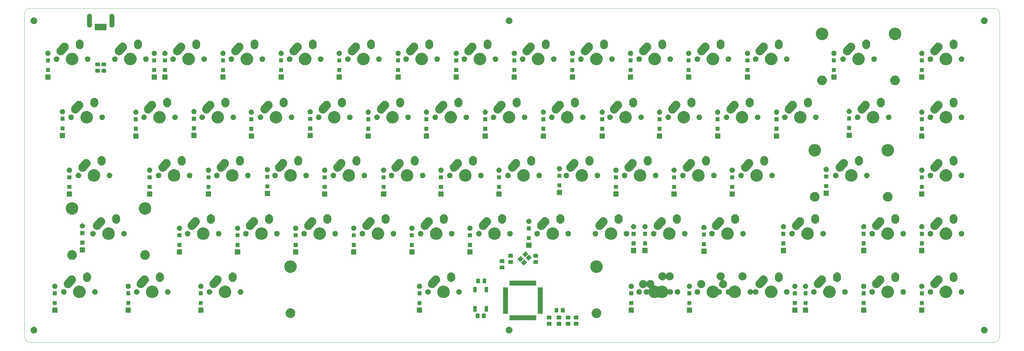
<source format=gbr>
G04 #@! TF.GenerationSoftware,KiCad,Pcbnew,(5.1.5)-3*
G04 #@! TF.CreationDate,2020-04-14T21:23:01-05:00*
G04 #@! TF.ProjectId,Without Led and Usb-c,57697468-6f75-4742-904c-656420616e64,rev?*
G04 #@! TF.SameCoordinates,Original*
G04 #@! TF.FileFunction,Soldermask,Bot*
G04 #@! TF.FilePolarity,Negative*
%FSLAX46Y46*%
G04 Gerber Fmt 4.6, Leading zero omitted, Abs format (unit mm)*
G04 Created by KiCad (PCBNEW (5.1.5)-3) date 2020-04-14 21:23:01*
%MOMM*%
%LPD*%
G04 APERTURE LIST*
%ADD10C,0.050000*%
%ADD11C,0.100000*%
G04 APERTURE END LIST*
D10*
X9820000Y-147280000D02*
X9819976Y-41880000D01*
X326720000Y-39879976D02*
G75*
G02X328720024Y-41880000I0J-2000024D01*
G01*
X328720000Y-147280000D02*
G75*
G02X326720000Y-149280000I-2000000J0D01*
G01*
X11820000Y-149280000D02*
G75*
G02X9820000Y-147280000I0J2000000D01*
G01*
X9819976Y-41880000D02*
G75*
G02X11820000Y-39879976I2000024J0D01*
G01*
X11820000Y-39879976D02*
X15820000Y-39880000D01*
X326720000Y-149280000D02*
X11820000Y-149280000D01*
X328720024Y-41880000D02*
X328720000Y-147280000D01*
X15820000Y-39880000D02*
X326720000Y-39879976D01*
D11*
G36*
X323904715Y-144114516D02*
G01*
X324011070Y-144135671D01*
X324211440Y-144218667D01*
X324391764Y-144339155D01*
X324545125Y-144492516D01*
X324665613Y-144672840D01*
X324665613Y-144672841D01*
X324745453Y-144865590D01*
X324748609Y-144873211D01*
X324790920Y-145085920D01*
X324790920Y-145302800D01*
X324748609Y-145515509D01*
X324665613Y-145715880D01*
X324545125Y-145896204D01*
X324391764Y-146049565D01*
X324211440Y-146170053D01*
X324111254Y-146211551D01*
X324011070Y-146253049D01*
X323904714Y-146274205D01*
X323798360Y-146295360D01*
X323581480Y-146295360D01*
X323475126Y-146274205D01*
X323368770Y-146253049D01*
X323268586Y-146211551D01*
X323168400Y-146170053D01*
X322988076Y-146049565D01*
X322834715Y-145896204D01*
X322714227Y-145715880D01*
X322631231Y-145515509D01*
X322588920Y-145302800D01*
X322588920Y-145085920D01*
X322631231Y-144873211D01*
X322634388Y-144865590D01*
X322714227Y-144672841D01*
X322714227Y-144672840D01*
X322834715Y-144492516D01*
X322988076Y-144339155D01*
X323168400Y-144218667D01*
X323268586Y-144177169D01*
X323368770Y-144135671D01*
X323475125Y-144114516D01*
X323581480Y-144093360D01*
X323798360Y-144093360D01*
X323904715Y-144114516D01*
G37*
G36*
X168502435Y-144106896D02*
G01*
X168608790Y-144128051D01*
X168708974Y-144169549D01*
X168809160Y-144211047D01*
X168989484Y-144331535D01*
X169142845Y-144484896D01*
X169263333Y-144665220D01*
X169346329Y-144865590D01*
X169388640Y-145078301D01*
X169388640Y-145295179D01*
X169346329Y-145507890D01*
X169263333Y-145708260D01*
X169142845Y-145888584D01*
X168989484Y-146041945D01*
X168809160Y-146162433D01*
X168608790Y-146245429D01*
X168502434Y-146266585D01*
X168396080Y-146287740D01*
X168179200Y-146287740D01*
X168072846Y-146266585D01*
X167966490Y-146245429D01*
X167766120Y-146162433D01*
X167585796Y-146041945D01*
X167432435Y-145888584D01*
X167311947Y-145708260D01*
X167270449Y-145608074D01*
X167228951Y-145507890D01*
X167186640Y-145295179D01*
X167186640Y-145078301D01*
X167228951Y-144865590D01*
X167311947Y-144665220D01*
X167432435Y-144484896D01*
X167585796Y-144331535D01*
X167766120Y-144211047D01*
X167866306Y-144169549D01*
X167966490Y-144128051D01*
X168072845Y-144106896D01*
X168179200Y-144085740D01*
X168396080Y-144085740D01*
X168502435Y-144106896D01*
G37*
G36*
X13107775Y-144106896D02*
G01*
X13214130Y-144128051D01*
X13314314Y-144169549D01*
X13414500Y-144211047D01*
X13594824Y-144331535D01*
X13748185Y-144484896D01*
X13868673Y-144665220D01*
X13951669Y-144865590D01*
X13993980Y-145078301D01*
X13993980Y-145295179D01*
X13951669Y-145507890D01*
X13910171Y-145608074D01*
X13868673Y-145708260D01*
X13748185Y-145888584D01*
X13594824Y-146041945D01*
X13414500Y-146162433D01*
X13214130Y-146245429D01*
X13107774Y-146266585D01*
X13001420Y-146287740D01*
X12784540Y-146287740D01*
X12678186Y-146266585D01*
X12571830Y-146245429D01*
X12371460Y-146162433D01*
X12191136Y-146041945D01*
X12037775Y-145888584D01*
X11917287Y-145708260D01*
X11834291Y-145507890D01*
X11791980Y-145295179D01*
X11791980Y-145078301D01*
X11834291Y-144865590D01*
X11917287Y-144665220D01*
X12037775Y-144484896D01*
X12191136Y-144331535D01*
X12371460Y-144211047D01*
X12471646Y-144169549D01*
X12571830Y-144128051D01*
X12678185Y-144106896D01*
X12784540Y-144085740D01*
X13001420Y-144085740D01*
X13107775Y-144106896D01*
G37*
G36*
X181988674Y-142503465D02*
G01*
X182026367Y-142514899D01*
X182061103Y-142533466D01*
X182091548Y-142558452D01*
X182116534Y-142588897D01*
X182135101Y-142623633D01*
X182146535Y-142661326D01*
X182151000Y-142706661D01*
X182151000Y-143543339D01*
X182146535Y-143588674D01*
X182135101Y-143626367D01*
X182116534Y-143661103D01*
X182091548Y-143691548D01*
X182061103Y-143716534D01*
X182026367Y-143735101D01*
X181988674Y-143746535D01*
X181943339Y-143751000D01*
X180856661Y-143751000D01*
X180811326Y-143746535D01*
X180773633Y-143735101D01*
X180738897Y-143716534D01*
X180708452Y-143691548D01*
X180683466Y-143661103D01*
X180664899Y-143626367D01*
X180653465Y-143588674D01*
X180649000Y-143543339D01*
X180649000Y-142706661D01*
X180653465Y-142661326D01*
X180664899Y-142623633D01*
X180683466Y-142588897D01*
X180708452Y-142558452D01*
X180738897Y-142533466D01*
X180773633Y-142514899D01*
X180811326Y-142503465D01*
X180856661Y-142499000D01*
X181943339Y-142499000D01*
X181988674Y-142503465D01*
G37*
G36*
X188188674Y-142503465D02*
G01*
X188226367Y-142514899D01*
X188261103Y-142533466D01*
X188291548Y-142558452D01*
X188316534Y-142588897D01*
X188335101Y-142623633D01*
X188346535Y-142661326D01*
X188351000Y-142706661D01*
X188351000Y-143543339D01*
X188346535Y-143588674D01*
X188335101Y-143626367D01*
X188316534Y-143661103D01*
X188291548Y-143691548D01*
X188261103Y-143716534D01*
X188226367Y-143735101D01*
X188188674Y-143746535D01*
X188143339Y-143751000D01*
X187056661Y-143751000D01*
X187011326Y-143746535D01*
X186973633Y-143735101D01*
X186938897Y-143716534D01*
X186908452Y-143691548D01*
X186883466Y-143661103D01*
X186864899Y-143626367D01*
X186853465Y-143588674D01*
X186849000Y-143543339D01*
X186849000Y-142706661D01*
X186853465Y-142661326D01*
X186864899Y-142623633D01*
X186883466Y-142588897D01*
X186908452Y-142558452D01*
X186938897Y-142533466D01*
X186973633Y-142514899D01*
X187011326Y-142503465D01*
X187056661Y-142499000D01*
X188143339Y-142499000D01*
X188188674Y-142503465D01*
G37*
G36*
X190788674Y-142503465D02*
G01*
X190826367Y-142514899D01*
X190861103Y-142533466D01*
X190891548Y-142558452D01*
X190916534Y-142588897D01*
X190935101Y-142623633D01*
X190946535Y-142661326D01*
X190951000Y-142706661D01*
X190951000Y-143543339D01*
X190946535Y-143588674D01*
X190935101Y-143626367D01*
X190916534Y-143661103D01*
X190891548Y-143691548D01*
X190861103Y-143716534D01*
X190826367Y-143735101D01*
X190788674Y-143746535D01*
X190743339Y-143751000D01*
X189656661Y-143751000D01*
X189611326Y-143746535D01*
X189573633Y-143735101D01*
X189538897Y-143716534D01*
X189508452Y-143691548D01*
X189483466Y-143661103D01*
X189464899Y-143626367D01*
X189453465Y-143588674D01*
X189449000Y-143543339D01*
X189449000Y-142706661D01*
X189453465Y-142661326D01*
X189464899Y-142623633D01*
X189483466Y-142588897D01*
X189508452Y-142558452D01*
X189538897Y-142533466D01*
X189573633Y-142514899D01*
X189611326Y-142503465D01*
X189656661Y-142499000D01*
X190743339Y-142499000D01*
X190788674Y-142503465D01*
G37*
G36*
X185188674Y-142503465D02*
G01*
X185226367Y-142514899D01*
X185261103Y-142533466D01*
X185291548Y-142558452D01*
X185316534Y-142588897D01*
X185335101Y-142623633D01*
X185346535Y-142661326D01*
X185351000Y-142706661D01*
X185351000Y-143543339D01*
X185346535Y-143588674D01*
X185335101Y-143626367D01*
X185316534Y-143661103D01*
X185291548Y-143691548D01*
X185261103Y-143716534D01*
X185226367Y-143735101D01*
X185188674Y-143746535D01*
X185143339Y-143751000D01*
X184056661Y-143751000D01*
X184011326Y-143746535D01*
X183973633Y-143735101D01*
X183938897Y-143716534D01*
X183908452Y-143691548D01*
X183883466Y-143661103D01*
X183864899Y-143626367D01*
X183853465Y-143588674D01*
X183849000Y-143543339D01*
X183849000Y-142706661D01*
X183853465Y-142661326D01*
X183864899Y-142623633D01*
X183883466Y-142588897D01*
X183908452Y-142558452D01*
X183938897Y-142533466D01*
X183973633Y-142514899D01*
X184011326Y-142503465D01*
X184056661Y-142499000D01*
X185143339Y-142499000D01*
X185188674Y-142503465D01*
G37*
G36*
X177126000Y-142001000D02*
G01*
X168474000Y-142001000D01*
X168474000Y-140399000D01*
X177126000Y-140399000D01*
X177126000Y-142001000D01*
G37*
G36*
X181988674Y-140453465D02*
G01*
X182026367Y-140464899D01*
X182061103Y-140483466D01*
X182091548Y-140508452D01*
X182116534Y-140538897D01*
X182135101Y-140573633D01*
X182146535Y-140611326D01*
X182151000Y-140656661D01*
X182151000Y-141493339D01*
X182146535Y-141538674D01*
X182135101Y-141576367D01*
X182116534Y-141611103D01*
X182091548Y-141641548D01*
X182061103Y-141666534D01*
X182026367Y-141685101D01*
X181988674Y-141696535D01*
X181943339Y-141701000D01*
X180856661Y-141701000D01*
X180811326Y-141696535D01*
X180773633Y-141685101D01*
X180738897Y-141666534D01*
X180708452Y-141641548D01*
X180683466Y-141611103D01*
X180664899Y-141576367D01*
X180653465Y-141538674D01*
X180649000Y-141493339D01*
X180649000Y-140656661D01*
X180653465Y-140611326D01*
X180664899Y-140573633D01*
X180683466Y-140538897D01*
X180708452Y-140508452D01*
X180738897Y-140483466D01*
X180773633Y-140464899D01*
X180811326Y-140453465D01*
X180856661Y-140449000D01*
X181943339Y-140449000D01*
X181988674Y-140453465D01*
G37*
G36*
X185188674Y-140453465D02*
G01*
X185226367Y-140464899D01*
X185261103Y-140483466D01*
X185291548Y-140508452D01*
X185316534Y-140538897D01*
X185335101Y-140573633D01*
X185346535Y-140611326D01*
X185351000Y-140656661D01*
X185351000Y-141493339D01*
X185346535Y-141538674D01*
X185335101Y-141576367D01*
X185316534Y-141611103D01*
X185291548Y-141641548D01*
X185261103Y-141666534D01*
X185226367Y-141685101D01*
X185188674Y-141696535D01*
X185143339Y-141701000D01*
X184056661Y-141701000D01*
X184011326Y-141696535D01*
X183973633Y-141685101D01*
X183938897Y-141666534D01*
X183908452Y-141641548D01*
X183883466Y-141611103D01*
X183864899Y-141576367D01*
X183853465Y-141538674D01*
X183849000Y-141493339D01*
X183849000Y-140656661D01*
X183853465Y-140611326D01*
X183864899Y-140573633D01*
X183883466Y-140538897D01*
X183908452Y-140508452D01*
X183938897Y-140483466D01*
X183973633Y-140464899D01*
X184011326Y-140453465D01*
X184056661Y-140449000D01*
X185143339Y-140449000D01*
X185188674Y-140453465D01*
G37*
G36*
X188188674Y-140453465D02*
G01*
X188226367Y-140464899D01*
X188261103Y-140483466D01*
X188291548Y-140508452D01*
X188316534Y-140538897D01*
X188335101Y-140573633D01*
X188346535Y-140611326D01*
X188351000Y-140656661D01*
X188351000Y-141493339D01*
X188346535Y-141538674D01*
X188335101Y-141576367D01*
X188316534Y-141611103D01*
X188291548Y-141641548D01*
X188261103Y-141666534D01*
X188226367Y-141685101D01*
X188188674Y-141696535D01*
X188143339Y-141701000D01*
X187056661Y-141701000D01*
X187011326Y-141696535D01*
X186973633Y-141685101D01*
X186938897Y-141666534D01*
X186908452Y-141641548D01*
X186883466Y-141611103D01*
X186864899Y-141576367D01*
X186853465Y-141538674D01*
X186849000Y-141493339D01*
X186849000Y-140656661D01*
X186853465Y-140611326D01*
X186864899Y-140573633D01*
X186883466Y-140538897D01*
X186908452Y-140508452D01*
X186938897Y-140483466D01*
X186973633Y-140464899D01*
X187011326Y-140453465D01*
X187056661Y-140449000D01*
X188143339Y-140449000D01*
X188188674Y-140453465D01*
G37*
G36*
X190788674Y-140453465D02*
G01*
X190826367Y-140464899D01*
X190861103Y-140483466D01*
X190891548Y-140508452D01*
X190916534Y-140538897D01*
X190935101Y-140573633D01*
X190946535Y-140611326D01*
X190951000Y-140656661D01*
X190951000Y-141493339D01*
X190946535Y-141538674D01*
X190935101Y-141576367D01*
X190916534Y-141611103D01*
X190891548Y-141641548D01*
X190861103Y-141666534D01*
X190826367Y-141685101D01*
X190788674Y-141696535D01*
X190743339Y-141701000D01*
X189656661Y-141701000D01*
X189611326Y-141696535D01*
X189573633Y-141685101D01*
X189538897Y-141666534D01*
X189508452Y-141641548D01*
X189483466Y-141611103D01*
X189464899Y-141576367D01*
X189453465Y-141538674D01*
X189449000Y-141493339D01*
X189449000Y-140656661D01*
X189453465Y-140611326D01*
X189464899Y-140573633D01*
X189483466Y-140538897D01*
X189508452Y-140508452D01*
X189538897Y-140483466D01*
X189573633Y-140464899D01*
X189611326Y-140453465D01*
X189656661Y-140449000D01*
X190743339Y-140449000D01*
X190788674Y-140453465D01*
G37*
G36*
X160488674Y-139753465D02*
G01*
X160526367Y-139764899D01*
X160561103Y-139783466D01*
X160591548Y-139808452D01*
X160616534Y-139838897D01*
X160635101Y-139873633D01*
X160646535Y-139911326D01*
X160651000Y-139956661D01*
X160651000Y-141043339D01*
X160646535Y-141088674D01*
X160635101Y-141126367D01*
X160616534Y-141161103D01*
X160591548Y-141191548D01*
X160561103Y-141216534D01*
X160526367Y-141235101D01*
X160488674Y-141246535D01*
X160443339Y-141251000D01*
X159606661Y-141251000D01*
X159561326Y-141246535D01*
X159523633Y-141235101D01*
X159488897Y-141216534D01*
X159458452Y-141191548D01*
X159433466Y-141161103D01*
X159414899Y-141126367D01*
X159403465Y-141088674D01*
X159399000Y-141043339D01*
X159399000Y-139956661D01*
X159403465Y-139911326D01*
X159414899Y-139873633D01*
X159433466Y-139838897D01*
X159458452Y-139808452D01*
X159488897Y-139783466D01*
X159523633Y-139764899D01*
X159561326Y-139753465D01*
X159606661Y-139749000D01*
X160443339Y-139749000D01*
X160488674Y-139753465D01*
G37*
G36*
X158438674Y-139753465D02*
G01*
X158476367Y-139764899D01*
X158511103Y-139783466D01*
X158541548Y-139808452D01*
X158566534Y-139838897D01*
X158585101Y-139873633D01*
X158596535Y-139911326D01*
X158601000Y-139956661D01*
X158601000Y-141043339D01*
X158596535Y-141088674D01*
X158585101Y-141126367D01*
X158566534Y-141161103D01*
X158541548Y-141191548D01*
X158511103Y-141216534D01*
X158476367Y-141235101D01*
X158438674Y-141246535D01*
X158393339Y-141251000D01*
X157556661Y-141251000D01*
X157511326Y-141246535D01*
X157473633Y-141235101D01*
X157438897Y-141216534D01*
X157408452Y-141191548D01*
X157383466Y-141161103D01*
X157364899Y-141126367D01*
X157353465Y-141088674D01*
X157349000Y-141043339D01*
X157349000Y-139956661D01*
X157353465Y-139911326D01*
X157364899Y-139873633D01*
X157383466Y-139838897D01*
X157408452Y-139808452D01*
X157438897Y-139783466D01*
X157473633Y-139764899D01*
X157511326Y-139753465D01*
X157556661Y-139749000D01*
X158393339Y-139749000D01*
X158438674Y-139753465D01*
G37*
G36*
X197122425Y-138117017D02*
G01*
X197341161Y-138160526D01*
X197459887Y-138209704D01*
X197627791Y-138279252D01*
X197627792Y-138279253D01*
X197885754Y-138451617D01*
X198105133Y-138670996D01*
X198220303Y-138843361D01*
X198277498Y-138928959D01*
X198347046Y-139096863D01*
X198390011Y-139200589D01*
X198396224Y-139215590D01*
X198453767Y-139504876D01*
X198456750Y-139519876D01*
X198456750Y-139830124D01*
X198399208Y-140119411D01*
X198396224Y-140134410D01*
X198277498Y-140421041D01*
X198277497Y-140421042D01*
X198105133Y-140679004D01*
X197885754Y-140898383D01*
X197713389Y-141013553D01*
X197627791Y-141070748D01*
X197493514Y-141126367D01*
X197341161Y-141189474D01*
X197262447Y-141205131D01*
X197036875Y-141250000D01*
X196726625Y-141250000D01*
X196501053Y-141205131D01*
X196422339Y-141189474D01*
X196269986Y-141126367D01*
X196135709Y-141070748D01*
X196050111Y-141013553D01*
X195877746Y-140898383D01*
X195658367Y-140679004D01*
X195486003Y-140421042D01*
X195486002Y-140421041D01*
X195367276Y-140134410D01*
X195364293Y-140119411D01*
X195306750Y-139830124D01*
X195306750Y-139519876D01*
X195309734Y-139504876D01*
X195367276Y-139215590D01*
X195373490Y-139200589D01*
X195416454Y-139096863D01*
X195486002Y-138928959D01*
X195543197Y-138843361D01*
X195658367Y-138670996D01*
X195877746Y-138451617D01*
X196135708Y-138279253D01*
X196135709Y-138279252D01*
X196303613Y-138209704D01*
X196422339Y-138160526D01*
X196641075Y-138117017D01*
X196726625Y-138100000D01*
X197036875Y-138100000D01*
X197122425Y-138117017D01*
G37*
G36*
X97036285Y-138100000D02*
G01*
X97265161Y-138145526D01*
X97383887Y-138194704D01*
X97551791Y-138264252D01*
X97637389Y-138321447D01*
X97809754Y-138436617D01*
X98029133Y-138655996D01*
X98039156Y-138670997D01*
X98201498Y-138913959D01*
X98207711Y-138928959D01*
X98320224Y-139200589D01*
X98323208Y-139215590D01*
X98380750Y-139504875D01*
X98380750Y-139815125D01*
X98377766Y-139830125D01*
X98320224Y-140119411D01*
X98271046Y-140238137D01*
X98201498Y-140406041D01*
X98169810Y-140453465D01*
X98029133Y-140664004D01*
X97809754Y-140883383D01*
X97666911Y-140978827D01*
X97551791Y-141055748D01*
X97472300Y-141088674D01*
X97265161Y-141174474D01*
X97113017Y-141204737D01*
X96960875Y-141235000D01*
X96650625Y-141235000D01*
X96498483Y-141204737D01*
X96346339Y-141174474D01*
X96139200Y-141088674D01*
X96059709Y-141055748D01*
X95944589Y-140978827D01*
X95801746Y-140883383D01*
X95582367Y-140664004D01*
X95441690Y-140453465D01*
X95410002Y-140406041D01*
X95340454Y-140238137D01*
X95291276Y-140119411D01*
X95233734Y-139830125D01*
X95230750Y-139815125D01*
X95230750Y-139504875D01*
X95288292Y-139215590D01*
X95291276Y-139200589D01*
X95403789Y-138928959D01*
X95410002Y-138913959D01*
X95572344Y-138670997D01*
X95582367Y-138655996D01*
X95801746Y-138436617D01*
X95974111Y-138321447D01*
X96059709Y-138264252D01*
X96227613Y-138194704D01*
X96346339Y-138145526D01*
X96575215Y-138100000D01*
X96650625Y-138085000D01*
X96960875Y-138085000D01*
X97036285Y-138100000D01*
G37*
G36*
X167901000Y-139826000D02*
G01*
X166299000Y-139826000D01*
X166299000Y-131174000D01*
X167901000Y-131174000D01*
X167901000Y-139826000D01*
G37*
G36*
X179301000Y-139826000D02*
G01*
X177699000Y-139826000D01*
X177699000Y-131174000D01*
X179301000Y-131174000D01*
X179301000Y-139826000D01*
G37*
G36*
X304101000Y-139501000D02*
G01*
X302399000Y-139501000D01*
X302399000Y-137799000D01*
X304101000Y-137799000D01*
X304101000Y-139501000D01*
G37*
G36*
X262601000Y-139501000D02*
G01*
X260899000Y-139501000D01*
X260899000Y-137799000D01*
X262601000Y-137799000D01*
X262601000Y-139501000D01*
G37*
G36*
X285101000Y-139501000D02*
G01*
X283399000Y-139501000D01*
X283399000Y-137799000D01*
X285101000Y-137799000D01*
X285101000Y-139501000D01*
G37*
G36*
X266101000Y-139501000D02*
G01*
X264399000Y-139501000D01*
X264399000Y-137799000D01*
X266101000Y-137799000D01*
X266101000Y-139501000D01*
G37*
G36*
X228101000Y-139501000D02*
G01*
X226399000Y-139501000D01*
X226399000Y-137799000D01*
X228101000Y-137799000D01*
X228101000Y-139501000D01*
G37*
G36*
X139851000Y-139501000D02*
G01*
X138149000Y-139501000D01*
X138149000Y-137799000D01*
X139851000Y-137799000D01*
X139851000Y-139501000D01*
G37*
G36*
X68351000Y-139501000D02*
G01*
X66649000Y-139501000D01*
X66649000Y-137799000D01*
X68351000Y-137799000D01*
X68351000Y-139501000D01*
G37*
G36*
X44601000Y-139501000D02*
G01*
X42899000Y-139501000D01*
X42899000Y-137799000D01*
X44601000Y-137799000D01*
X44601000Y-139501000D01*
G37*
G36*
X20601000Y-139501000D02*
G01*
X18899000Y-139501000D01*
X18899000Y-137799000D01*
X20601000Y-137799000D01*
X20601000Y-139501000D01*
G37*
G36*
X209101000Y-139501000D02*
G01*
X207399000Y-139501000D01*
X207399000Y-137799000D01*
X209101000Y-137799000D01*
X209101000Y-139501000D01*
G37*
G36*
X186288674Y-137953465D02*
G01*
X186326367Y-137964899D01*
X186361103Y-137983466D01*
X186391548Y-138008452D01*
X186416534Y-138038897D01*
X186435101Y-138073633D01*
X186446535Y-138111326D01*
X186451000Y-138156661D01*
X186451000Y-139243339D01*
X186446535Y-139288674D01*
X186435101Y-139326367D01*
X186416534Y-139361103D01*
X186391548Y-139391548D01*
X186361103Y-139416534D01*
X186326367Y-139435101D01*
X186288674Y-139446535D01*
X186243339Y-139451000D01*
X185406661Y-139451000D01*
X185361326Y-139446535D01*
X185323633Y-139435101D01*
X185288897Y-139416534D01*
X185258452Y-139391548D01*
X185233466Y-139361103D01*
X185214899Y-139326367D01*
X185203465Y-139288674D01*
X185199000Y-139243339D01*
X185199000Y-138156661D01*
X185203465Y-138111326D01*
X185214899Y-138073633D01*
X185233466Y-138038897D01*
X185258452Y-138008452D01*
X185288897Y-137983466D01*
X185323633Y-137964899D01*
X185361326Y-137953465D01*
X185406661Y-137949000D01*
X186243339Y-137949000D01*
X186288674Y-137953465D01*
G37*
G36*
X184238674Y-137953465D02*
G01*
X184276367Y-137964899D01*
X184311103Y-137983466D01*
X184341548Y-138008452D01*
X184366534Y-138038897D01*
X184385101Y-138073633D01*
X184396535Y-138111326D01*
X184401000Y-138156661D01*
X184401000Y-139243339D01*
X184396535Y-139288674D01*
X184385101Y-139326367D01*
X184366534Y-139361103D01*
X184341548Y-139391548D01*
X184311103Y-139416534D01*
X184276367Y-139435101D01*
X184238674Y-139446535D01*
X184193339Y-139451000D01*
X183356661Y-139451000D01*
X183311326Y-139446535D01*
X183273633Y-139435101D01*
X183238897Y-139416534D01*
X183208452Y-139391548D01*
X183183466Y-139361103D01*
X183164899Y-139326367D01*
X183153465Y-139288674D01*
X183149000Y-139243339D01*
X183149000Y-138156661D01*
X183153465Y-138111326D01*
X183164899Y-138073633D01*
X183183466Y-138038897D01*
X183208452Y-138008452D01*
X183238897Y-137983466D01*
X183273633Y-137964899D01*
X183311326Y-137953465D01*
X183356661Y-137949000D01*
X184193339Y-137949000D01*
X184238674Y-137953465D01*
G37*
G36*
X161451000Y-139151000D02*
G01*
X160349000Y-139151000D01*
X160349000Y-137349000D01*
X161451000Y-137349000D01*
X161451000Y-139151000D01*
G37*
G36*
X157651000Y-139151000D02*
G01*
X156549000Y-139151000D01*
X156549000Y-137349000D01*
X157651000Y-137349000D01*
X157651000Y-139151000D01*
G37*
G36*
X44401000Y-136976000D02*
G01*
X43099000Y-136976000D01*
X43099000Y-135674000D01*
X44401000Y-135674000D01*
X44401000Y-136976000D01*
G37*
G36*
X262401000Y-136976000D02*
G01*
X261099000Y-136976000D01*
X261099000Y-135674000D01*
X262401000Y-135674000D01*
X262401000Y-136976000D01*
G37*
G36*
X208901000Y-136976000D02*
G01*
X207599000Y-136976000D01*
X207599000Y-135674000D01*
X208901000Y-135674000D01*
X208901000Y-136976000D01*
G37*
G36*
X227901000Y-136976000D02*
G01*
X226599000Y-136976000D01*
X226599000Y-135674000D01*
X227901000Y-135674000D01*
X227901000Y-136976000D01*
G37*
G36*
X265901000Y-136976000D02*
G01*
X264599000Y-136976000D01*
X264599000Y-135674000D01*
X265901000Y-135674000D01*
X265901000Y-136976000D01*
G37*
G36*
X284901000Y-136976000D02*
G01*
X283599000Y-136976000D01*
X283599000Y-135674000D01*
X284901000Y-135674000D01*
X284901000Y-136976000D01*
G37*
G36*
X68151000Y-136976000D02*
G01*
X66849000Y-136976000D01*
X66849000Y-135674000D01*
X68151000Y-135674000D01*
X68151000Y-136976000D01*
G37*
G36*
X139651000Y-136976000D02*
G01*
X138349000Y-136976000D01*
X138349000Y-135674000D01*
X139651000Y-135674000D01*
X139651000Y-136976000D01*
G37*
G36*
X20401000Y-136976000D02*
G01*
X19099000Y-136976000D01*
X19099000Y-135674000D01*
X20401000Y-135674000D01*
X20401000Y-136976000D01*
G37*
G36*
X303901000Y-136976000D02*
G01*
X302599000Y-136976000D01*
X302599000Y-135674000D01*
X303901000Y-135674000D01*
X303901000Y-136976000D01*
G37*
G36*
X235546474Y-130708684D02*
G01*
X235672119Y-130760728D01*
X235918623Y-130862833D01*
X236253548Y-131086623D01*
X236538377Y-131371452D01*
X236758574Y-131701000D01*
X236764107Y-131709281D01*
X236772383Y-131724765D01*
X236787928Y-131743707D01*
X236806869Y-131759252D01*
X236828480Y-131770804D01*
X236851929Y-131777917D01*
X236876315Y-131780319D01*
X236900702Y-131777917D01*
X236924919Y-131773100D01*
X237102581Y-131773100D01*
X237189702Y-131790430D01*
X237276825Y-131807759D01*
X237386248Y-131853084D01*
X237440961Y-131875747D01*
X237542317Y-131943471D01*
X237588678Y-131974448D01*
X237714302Y-132100072D01*
X237714304Y-132100075D01*
X237813003Y-132247789D01*
X237835666Y-132302502D01*
X237880991Y-132411925D01*
X237915650Y-132586171D01*
X237915650Y-132763829D01*
X237880991Y-132938075D01*
X237835666Y-133047498D01*
X237813003Y-133102211D01*
X237782942Y-133147200D01*
X237714302Y-133249928D01*
X237588678Y-133375552D01*
X237588675Y-133375554D01*
X237440961Y-133474253D01*
X237386248Y-133496916D01*
X237276825Y-133542241D01*
X237189702Y-133559571D01*
X237102581Y-133576900D01*
X236924919Y-133576900D01*
X236900702Y-133572083D01*
X236876316Y-133569681D01*
X236851929Y-133572083D01*
X236828481Y-133579196D01*
X236806870Y-133590747D01*
X236787928Y-133606293D01*
X236772383Y-133625235D01*
X236764107Y-133640719D01*
X236762168Y-133643621D01*
X236762167Y-133643623D01*
X236538377Y-133978548D01*
X236253548Y-134263377D01*
X235918623Y-134487167D01*
X235764474Y-134551017D01*
X235546474Y-134641316D01*
X235151406Y-134719900D01*
X234748594Y-134719900D01*
X234353526Y-134641316D01*
X234135526Y-134551017D01*
X233981377Y-134487167D01*
X233646452Y-134263377D01*
X233361623Y-133978548D01*
X233137833Y-133643623D01*
X233030674Y-133384918D01*
X232983684Y-133271474D01*
X232905100Y-132876406D01*
X232905100Y-132473594D01*
X232983684Y-132078526D01*
X233088284Y-131826000D01*
X233137833Y-131706377D01*
X233361623Y-131371452D01*
X233646452Y-131086623D01*
X233981377Y-130862833D01*
X234227881Y-130760728D01*
X234353526Y-130708684D01*
X234748594Y-130630100D01*
X235151406Y-130630100D01*
X235546474Y-130708684D01*
G37*
G36*
X242690224Y-130708684D02*
G01*
X242815869Y-130760728D01*
X243062373Y-130862833D01*
X243397298Y-131086623D01*
X243682127Y-131371452D01*
X243905917Y-131706377D01*
X243955466Y-131826000D01*
X244060066Y-132078526D01*
X244138650Y-132473594D01*
X244138650Y-132876406D01*
X244060066Y-133271474D01*
X244013076Y-133384918D01*
X243905917Y-133643623D01*
X243682127Y-133978548D01*
X243397298Y-134263377D01*
X243062373Y-134487167D01*
X242908224Y-134551017D01*
X242690224Y-134641316D01*
X242295156Y-134719900D01*
X241892344Y-134719900D01*
X241497276Y-134641316D01*
X241279276Y-134551017D01*
X241125127Y-134487167D01*
X240790202Y-134263377D01*
X240505373Y-133978548D01*
X240281583Y-133643623D01*
X240281582Y-133643621D01*
X240279643Y-133640719D01*
X240271367Y-133625235D01*
X240255822Y-133606293D01*
X240236881Y-133590748D01*
X240215270Y-133579196D01*
X240191821Y-133572083D01*
X240167435Y-133569681D01*
X240143048Y-133572083D01*
X240118831Y-133576900D01*
X239941169Y-133576900D01*
X239854048Y-133559571D01*
X239766925Y-133542241D01*
X239657502Y-133496916D01*
X239602789Y-133474253D01*
X239455075Y-133375554D01*
X239455072Y-133375552D01*
X239329448Y-133249928D01*
X239260808Y-133147200D01*
X239230747Y-133102211D01*
X239208084Y-133047498D01*
X239162759Y-132938075D01*
X239128100Y-132763829D01*
X239128100Y-132586171D01*
X239162759Y-132411925D01*
X239208084Y-132302502D01*
X239230747Y-132247789D01*
X239329446Y-132100075D01*
X239329448Y-132100072D01*
X239455072Y-131974448D01*
X239501433Y-131943471D01*
X239602789Y-131875747D01*
X239657502Y-131853084D01*
X239766925Y-131807759D01*
X239854048Y-131790430D01*
X239941169Y-131773100D01*
X240118831Y-131773100D01*
X240143048Y-131777917D01*
X240167434Y-131780319D01*
X240191821Y-131777917D01*
X240215269Y-131770804D01*
X240236880Y-131759253D01*
X240255822Y-131743707D01*
X240271367Y-131724765D01*
X240279643Y-131709281D01*
X240285176Y-131701000D01*
X240505373Y-131371452D01*
X240790202Y-131086623D01*
X241125127Y-130862833D01*
X241371631Y-130760728D01*
X241497276Y-130708684D01*
X241892344Y-130630100D01*
X242295156Y-130630100D01*
X242690224Y-130708684D01*
G37*
G36*
X292696474Y-130708684D02*
G01*
X292822119Y-130760728D01*
X293068623Y-130862833D01*
X293403548Y-131086623D01*
X293688377Y-131371452D01*
X293912167Y-131706377D01*
X293961716Y-131826000D01*
X294066316Y-132078526D01*
X294144900Y-132473594D01*
X294144900Y-132876406D01*
X294066316Y-133271474D01*
X294019326Y-133384918D01*
X293912167Y-133643623D01*
X293688377Y-133978548D01*
X293403548Y-134263377D01*
X293068623Y-134487167D01*
X292914474Y-134551017D01*
X292696474Y-134641316D01*
X292301406Y-134719900D01*
X291898594Y-134719900D01*
X291503526Y-134641316D01*
X291285526Y-134551017D01*
X291131377Y-134487167D01*
X290796452Y-134263377D01*
X290511623Y-133978548D01*
X290287833Y-133643623D01*
X290180674Y-133384918D01*
X290133684Y-133271474D01*
X290055100Y-132876406D01*
X290055100Y-132473594D01*
X290133684Y-132078526D01*
X290238284Y-131826000D01*
X290287833Y-131706377D01*
X290511623Y-131371452D01*
X290796452Y-131086623D01*
X291131377Y-130862833D01*
X291377881Y-130760728D01*
X291503526Y-130708684D01*
X291898594Y-130630100D01*
X292301406Y-130630100D01*
X292696474Y-130708684D01*
G37*
G36*
X273646474Y-130708684D02*
G01*
X273772119Y-130760728D01*
X274018623Y-130862833D01*
X274353548Y-131086623D01*
X274638377Y-131371452D01*
X274862167Y-131706377D01*
X274911716Y-131826000D01*
X275016316Y-132078526D01*
X275094900Y-132473594D01*
X275094900Y-132876406D01*
X275016316Y-133271474D01*
X274969326Y-133384918D01*
X274862167Y-133643623D01*
X274638377Y-133978548D01*
X274353548Y-134263377D01*
X274018623Y-134487167D01*
X273864474Y-134551017D01*
X273646474Y-134641316D01*
X273251406Y-134719900D01*
X272848594Y-134719900D01*
X272453526Y-134641316D01*
X272235526Y-134551017D01*
X272081377Y-134487167D01*
X271746452Y-134263377D01*
X271461623Y-133978548D01*
X271237833Y-133643623D01*
X271130674Y-133384918D01*
X271083684Y-133271474D01*
X271005100Y-132876406D01*
X271005100Y-132473594D01*
X271083684Y-132078526D01*
X271188284Y-131826000D01*
X271237833Y-131706377D01*
X271461623Y-131371452D01*
X271746452Y-131086623D01*
X272081377Y-130862833D01*
X272327881Y-130760728D01*
X272453526Y-130708684D01*
X272848594Y-130630100D01*
X273251406Y-130630100D01*
X273646474Y-130708684D01*
G37*
G36*
X311746474Y-130708684D02*
G01*
X311872119Y-130760728D01*
X312118623Y-130862833D01*
X312453548Y-131086623D01*
X312738377Y-131371452D01*
X312962167Y-131706377D01*
X313011716Y-131826000D01*
X313116316Y-132078526D01*
X313194900Y-132473594D01*
X313194900Y-132876406D01*
X313116316Y-133271474D01*
X313069326Y-133384918D01*
X312962167Y-133643623D01*
X312738377Y-133978548D01*
X312453548Y-134263377D01*
X312118623Y-134487167D01*
X311964474Y-134551017D01*
X311746474Y-134641316D01*
X311351406Y-134719900D01*
X310948594Y-134719900D01*
X310553526Y-134641316D01*
X310335526Y-134551017D01*
X310181377Y-134487167D01*
X309846452Y-134263377D01*
X309561623Y-133978548D01*
X309337833Y-133643623D01*
X309230674Y-133384918D01*
X309183684Y-133271474D01*
X309105100Y-132876406D01*
X309105100Y-132473594D01*
X309183684Y-132078526D01*
X309288284Y-131826000D01*
X309337833Y-131706377D01*
X309561623Y-131371452D01*
X309846452Y-131086623D01*
X310181377Y-130862833D01*
X310427881Y-130760728D01*
X310553526Y-130708684D01*
X310948594Y-130630100D01*
X311351406Y-130630100D01*
X311746474Y-130708684D01*
G37*
G36*
X254596474Y-130708684D02*
G01*
X254722119Y-130760728D01*
X254968623Y-130862833D01*
X255303548Y-131086623D01*
X255588377Y-131371452D01*
X255812167Y-131706377D01*
X255861716Y-131826000D01*
X255966316Y-132078526D01*
X256044900Y-132473594D01*
X256044900Y-132876406D01*
X255966316Y-133271474D01*
X255919326Y-133384918D01*
X255812167Y-133643623D01*
X255588377Y-133978548D01*
X255303548Y-134263377D01*
X254968623Y-134487167D01*
X254814474Y-134551017D01*
X254596474Y-134641316D01*
X254201406Y-134719900D01*
X253798594Y-134719900D01*
X253403526Y-134641316D01*
X253185526Y-134551017D01*
X253031377Y-134487167D01*
X252696452Y-134263377D01*
X252411623Y-133978548D01*
X252187833Y-133643623D01*
X252080674Y-133384918D01*
X252033684Y-133271474D01*
X251955100Y-132876406D01*
X251955100Y-132473594D01*
X252033684Y-132078526D01*
X252138284Y-131826000D01*
X252187833Y-131706377D01*
X252411623Y-131371452D01*
X252696452Y-131086623D01*
X253031377Y-130862833D01*
X253277881Y-130760728D01*
X253403526Y-130708684D01*
X253798594Y-130630100D01*
X254201406Y-130630100D01*
X254596474Y-130708684D01*
G37*
G36*
X212347715Y-128839383D02*
G01*
X212475322Y-128864765D01*
X212613665Y-128922069D01*
X212715727Y-128964344D01*
X212755188Y-128990711D01*
X212932089Y-129108912D01*
X213116088Y-129292911D01*
X213158027Y-129355678D01*
X213176692Y-129383612D01*
X213192237Y-129402554D01*
X213211179Y-129418099D01*
X213232790Y-129429650D01*
X213256239Y-129436763D01*
X213280625Y-129439165D01*
X213305011Y-129436763D01*
X213328460Y-129429650D01*
X213350071Y-129418099D01*
X213369013Y-129402554D01*
X213384558Y-129383612D01*
X213403223Y-129355678D01*
X213445162Y-129292911D01*
X213629161Y-129108912D01*
X213806062Y-128990711D01*
X213845523Y-128964344D01*
X213947585Y-128922069D01*
X214085928Y-128864765D01*
X214213535Y-128839383D01*
X214341141Y-128814000D01*
X214601359Y-128814000D01*
X214728965Y-128839383D01*
X214856572Y-128864765D01*
X214994915Y-128922069D01*
X215096977Y-128964344D01*
X215136438Y-128990711D01*
X215313339Y-129108912D01*
X215497338Y-129292911D01*
X215570599Y-129402554D01*
X215641906Y-129509273D01*
X215670716Y-129578827D01*
X215741485Y-129749678D01*
X215760599Y-129845770D01*
X215792250Y-130004891D01*
X215792250Y-130265109D01*
X215749363Y-130480715D01*
X215746961Y-130505101D01*
X215749363Y-130529487D01*
X215756476Y-130552936D01*
X215768027Y-130574547D01*
X215783572Y-130593489D01*
X215802514Y-130609034D01*
X215824125Y-130620585D01*
X215847574Y-130627698D01*
X215871960Y-130630100D01*
X216101406Y-130630100D01*
X216496474Y-130708684D01*
X216622119Y-130760728D01*
X216868623Y-130862833D01*
X216974856Y-130933816D01*
X217021179Y-130964768D01*
X217042790Y-130976319D01*
X217066239Y-130983432D01*
X217090625Y-130985834D01*
X217115011Y-130983432D01*
X217138460Y-130976319D01*
X217160071Y-130964768D01*
X217206394Y-130933816D01*
X217312627Y-130862833D01*
X217559131Y-130760728D01*
X217684776Y-130708684D01*
X218079844Y-130630100D01*
X218482656Y-130630100D01*
X218877724Y-130708684D01*
X219003369Y-130760728D01*
X219249873Y-130862833D01*
X219584798Y-131086623D01*
X219869627Y-131371452D01*
X220093417Y-131706377D01*
X220115318Y-131759252D01*
X220191625Y-131943471D01*
X220203176Y-131965082D01*
X220218722Y-131984024D01*
X220237664Y-131999569D01*
X220259274Y-132011120D01*
X220282723Y-132018233D01*
X220307109Y-132020635D01*
X220331495Y-132018233D01*
X220354944Y-132011120D01*
X220376555Y-131999569D01*
X220395491Y-131984029D01*
X220405072Y-131974448D01*
X220451433Y-131943471D01*
X220552789Y-131875747D01*
X220607502Y-131853084D01*
X220716925Y-131807759D01*
X220804048Y-131790430D01*
X220891169Y-131773100D01*
X221068831Y-131773100D01*
X221155952Y-131790430D01*
X221243075Y-131807759D01*
X221352498Y-131853084D01*
X221407211Y-131875747D01*
X221508567Y-131943471D01*
X221554928Y-131974448D01*
X221680552Y-132100072D01*
X221680554Y-132100075D01*
X221779253Y-132247789D01*
X221801916Y-132302502D01*
X221847241Y-132411925D01*
X221881900Y-132586171D01*
X221881900Y-132763829D01*
X221847241Y-132938075D01*
X221801916Y-133047498D01*
X221779253Y-133102211D01*
X221749192Y-133147200D01*
X221680552Y-133249928D01*
X221554928Y-133375552D01*
X221554925Y-133375554D01*
X221407211Y-133474253D01*
X221352498Y-133496916D01*
X221243075Y-133542241D01*
X221155952Y-133559571D01*
X221068831Y-133576900D01*
X220891169Y-133576900D01*
X220804048Y-133559571D01*
X220716925Y-133542241D01*
X220607502Y-133496916D01*
X220552789Y-133474253D01*
X220405075Y-133375554D01*
X220405072Y-133375552D01*
X220395491Y-133365971D01*
X220376555Y-133350431D01*
X220354944Y-133338880D01*
X220331495Y-133331767D01*
X220307109Y-133329365D01*
X220282723Y-133331767D01*
X220259274Y-133338880D01*
X220237663Y-133350431D01*
X220218721Y-133365976D01*
X220203176Y-133384918D01*
X220191625Y-133406529D01*
X220135411Y-133542241D01*
X220093417Y-133643623D01*
X219869627Y-133978548D01*
X219584798Y-134263377D01*
X219249873Y-134487167D01*
X219095724Y-134551017D01*
X218877724Y-134641316D01*
X218482656Y-134719900D01*
X218079844Y-134719900D01*
X217684776Y-134641316D01*
X217466776Y-134551017D01*
X217312627Y-134487167D01*
X217160069Y-134385231D01*
X217138460Y-134373681D01*
X217115011Y-134366568D01*
X217090625Y-134364166D01*
X217066239Y-134366568D01*
X217042790Y-134373681D01*
X217021181Y-134385231D01*
X216868623Y-134487167D01*
X216714474Y-134551017D01*
X216496474Y-134641316D01*
X216101406Y-134719900D01*
X215698594Y-134719900D01*
X215303526Y-134641316D01*
X215085526Y-134551017D01*
X214931377Y-134487167D01*
X214596452Y-134263377D01*
X214311623Y-133978548D01*
X214087833Y-133643623D01*
X214045839Y-133542241D01*
X213989625Y-133406529D01*
X213978074Y-133384918D01*
X213962528Y-133365976D01*
X213943586Y-133350431D01*
X213921976Y-133338880D01*
X213898527Y-133331767D01*
X213874141Y-133329365D01*
X213849755Y-133331767D01*
X213826306Y-133338880D01*
X213804695Y-133350431D01*
X213785759Y-133365971D01*
X213776178Y-133375552D01*
X213776175Y-133375554D01*
X213628461Y-133474253D01*
X213573748Y-133496916D01*
X213464325Y-133542241D01*
X213377202Y-133559571D01*
X213290081Y-133576900D01*
X213112419Y-133576900D01*
X213025298Y-133559571D01*
X212938175Y-133542241D01*
X212828752Y-133496916D01*
X212774039Y-133474253D01*
X212626325Y-133375554D01*
X212626322Y-133375552D01*
X212500698Y-133249928D01*
X212432058Y-133147200D01*
X212401997Y-133102211D01*
X212379334Y-133047498D01*
X212334009Y-132938075D01*
X212299350Y-132763829D01*
X212299350Y-132586171D01*
X212334009Y-132411925D01*
X212379334Y-132302502D01*
X212401997Y-132247789D01*
X212500696Y-132100075D01*
X212500698Y-132100072D01*
X212626322Y-131974448D01*
X212672683Y-131943471D01*
X212774039Y-131875747D01*
X212828752Y-131853084D01*
X212938175Y-131807759D01*
X213025298Y-131790430D01*
X213112419Y-131773100D01*
X213290081Y-131773100D01*
X213377202Y-131790430D01*
X213464325Y-131807759D01*
X213573748Y-131853084D01*
X213628461Y-131875747D01*
X213729817Y-131943471D01*
X213776178Y-131974448D01*
X213785759Y-131984029D01*
X213804695Y-131999569D01*
X213826306Y-132011120D01*
X213849755Y-132018233D01*
X213874141Y-132020635D01*
X213898527Y-132018233D01*
X213921976Y-132011120D01*
X213943587Y-131999569D01*
X213962529Y-131984024D01*
X213978074Y-131965082D01*
X213989625Y-131943471D01*
X214065932Y-131759252D01*
X214087833Y-131706377D01*
X214161291Y-131596440D01*
X214172839Y-131574834D01*
X214179952Y-131551385D01*
X214182354Y-131526999D01*
X214179952Y-131502613D01*
X214172839Y-131479164D01*
X214161288Y-131457553D01*
X214145743Y-131438612D01*
X214126801Y-131423066D01*
X214105190Y-131411515D01*
X214089871Y-131406867D01*
X214085934Y-131405236D01*
X214085928Y-131405235D01*
X213894646Y-131326003D01*
X213845523Y-131305656D01*
X213729199Y-131227931D01*
X213629161Y-131161088D01*
X213445162Y-130977089D01*
X213384557Y-130886387D01*
X213369013Y-130867446D01*
X213350071Y-130851901D01*
X213328460Y-130840350D01*
X213305011Y-130833237D01*
X213280625Y-130830835D01*
X213256239Y-130833237D01*
X213232790Y-130840350D01*
X213211179Y-130851901D01*
X213192237Y-130867446D01*
X213176693Y-130886387D01*
X213116088Y-130977089D01*
X212932089Y-131161088D01*
X212832051Y-131227931D01*
X212715727Y-131305656D01*
X212616148Y-131346903D01*
X212475322Y-131405235D01*
X212347714Y-131430618D01*
X212220109Y-131456000D01*
X211959891Y-131456000D01*
X211832286Y-131430618D01*
X211704678Y-131405235D01*
X211563852Y-131346903D01*
X211464273Y-131305656D01*
X211347949Y-131227931D01*
X211247911Y-131161088D01*
X211063912Y-130977089D01*
X210922991Y-130766185D01*
X210919344Y-130760727D01*
X210853503Y-130601772D01*
X210819765Y-130520322D01*
X210769000Y-130265107D01*
X210769000Y-130004893D01*
X210819765Y-129749678D01*
X210890534Y-129578827D01*
X210919344Y-129509273D01*
X210990651Y-129402554D01*
X211063912Y-129292911D01*
X211247911Y-129108912D01*
X211424812Y-128990711D01*
X211464273Y-128964344D01*
X211566335Y-128922069D01*
X211704678Y-128864765D01*
X211832285Y-128839383D01*
X211959891Y-128814000D01*
X212220109Y-128814000D01*
X212347715Y-128839383D01*
G37*
G36*
X147440224Y-130708684D02*
G01*
X147565869Y-130760728D01*
X147812373Y-130862833D01*
X148147298Y-131086623D01*
X148432127Y-131371452D01*
X148655917Y-131706377D01*
X148705466Y-131826000D01*
X148810066Y-132078526D01*
X148888650Y-132473594D01*
X148888650Y-132876406D01*
X148810066Y-133271474D01*
X148763076Y-133384918D01*
X148655917Y-133643623D01*
X148432127Y-133978548D01*
X148147298Y-134263377D01*
X147812373Y-134487167D01*
X147658224Y-134551017D01*
X147440224Y-134641316D01*
X147045156Y-134719900D01*
X146642344Y-134719900D01*
X146247276Y-134641316D01*
X146029276Y-134551017D01*
X145875127Y-134487167D01*
X145540202Y-134263377D01*
X145255373Y-133978548D01*
X145031583Y-133643623D01*
X144924424Y-133384918D01*
X144877434Y-133271474D01*
X144798850Y-132876406D01*
X144798850Y-132473594D01*
X144877434Y-132078526D01*
X144982034Y-131826000D01*
X145031583Y-131706377D01*
X145255373Y-131371452D01*
X145540202Y-131086623D01*
X145875127Y-130862833D01*
X146121631Y-130760728D01*
X146247276Y-130708684D01*
X146642344Y-130630100D01*
X147045156Y-130630100D01*
X147440224Y-130708684D01*
G37*
G36*
X28377724Y-130708684D02*
G01*
X28503369Y-130760728D01*
X28749873Y-130862833D01*
X29084798Y-131086623D01*
X29369627Y-131371452D01*
X29593417Y-131706377D01*
X29642966Y-131826000D01*
X29747566Y-132078526D01*
X29826150Y-132473594D01*
X29826150Y-132876406D01*
X29747566Y-133271474D01*
X29700576Y-133384918D01*
X29593417Y-133643623D01*
X29369627Y-133978548D01*
X29084798Y-134263377D01*
X28749873Y-134487167D01*
X28595724Y-134551017D01*
X28377724Y-134641316D01*
X27982656Y-134719900D01*
X27579844Y-134719900D01*
X27184776Y-134641316D01*
X26966776Y-134551017D01*
X26812627Y-134487167D01*
X26477702Y-134263377D01*
X26192873Y-133978548D01*
X25969083Y-133643623D01*
X25861924Y-133384918D01*
X25814934Y-133271474D01*
X25736350Y-132876406D01*
X25736350Y-132473594D01*
X25814934Y-132078526D01*
X25919534Y-131826000D01*
X25969083Y-131706377D01*
X26192873Y-131371452D01*
X26477702Y-131086623D01*
X26812627Y-130862833D01*
X27059131Y-130760728D01*
X27184776Y-130708684D01*
X27579844Y-130630100D01*
X27982656Y-130630100D01*
X28377724Y-130708684D01*
G37*
G36*
X76002724Y-130708684D02*
G01*
X76128369Y-130760728D01*
X76374873Y-130862833D01*
X76709798Y-131086623D01*
X76994627Y-131371452D01*
X77218417Y-131706377D01*
X77267966Y-131826000D01*
X77372566Y-132078526D01*
X77451150Y-132473594D01*
X77451150Y-132876406D01*
X77372566Y-133271474D01*
X77325576Y-133384918D01*
X77218417Y-133643623D01*
X76994627Y-133978548D01*
X76709798Y-134263377D01*
X76374873Y-134487167D01*
X76220724Y-134551017D01*
X76002724Y-134641316D01*
X75607656Y-134719900D01*
X75204844Y-134719900D01*
X74809776Y-134641316D01*
X74591776Y-134551017D01*
X74437627Y-134487167D01*
X74102702Y-134263377D01*
X73817873Y-133978548D01*
X73594083Y-133643623D01*
X73486924Y-133384918D01*
X73439934Y-133271474D01*
X73361350Y-132876406D01*
X73361350Y-132473594D01*
X73439934Y-132078526D01*
X73544534Y-131826000D01*
X73594083Y-131706377D01*
X73817873Y-131371452D01*
X74102702Y-131086623D01*
X74437627Y-130862833D01*
X74684131Y-130760728D01*
X74809776Y-130708684D01*
X75204844Y-130630100D01*
X75607656Y-130630100D01*
X76002724Y-130708684D01*
G37*
G36*
X52190224Y-130708684D02*
G01*
X52315869Y-130760728D01*
X52562373Y-130862833D01*
X52897298Y-131086623D01*
X53182127Y-131371452D01*
X53405917Y-131706377D01*
X53455466Y-131826000D01*
X53560066Y-132078526D01*
X53638650Y-132473594D01*
X53638650Y-132876406D01*
X53560066Y-133271474D01*
X53513076Y-133384918D01*
X53405917Y-133643623D01*
X53182127Y-133978548D01*
X52897298Y-134263377D01*
X52562373Y-134487167D01*
X52408224Y-134551017D01*
X52190224Y-134641316D01*
X51795156Y-134719900D01*
X51392344Y-134719900D01*
X50997276Y-134641316D01*
X50779276Y-134551017D01*
X50625127Y-134487167D01*
X50290202Y-134263377D01*
X50005373Y-133978548D01*
X49781583Y-133643623D01*
X49674424Y-133384918D01*
X49627434Y-133271474D01*
X49548850Y-132876406D01*
X49548850Y-132473594D01*
X49627434Y-132078526D01*
X49732034Y-131826000D01*
X49781583Y-131706377D01*
X50005373Y-131371452D01*
X50290202Y-131086623D01*
X50625127Y-130862833D01*
X50871631Y-130760728D01*
X50997276Y-130708684D01*
X51392344Y-130630100D01*
X51795156Y-130630100D01*
X52190224Y-130708684D01*
G37*
G36*
X20401000Y-133826000D02*
G01*
X19099000Y-133826000D01*
X19099000Y-132524000D01*
X20401000Y-132524000D01*
X20401000Y-133826000D01*
G37*
G36*
X227901000Y-133826000D02*
G01*
X226599000Y-133826000D01*
X226599000Y-132524000D01*
X227901000Y-132524000D01*
X227901000Y-133826000D01*
G37*
G36*
X208901000Y-133826000D02*
G01*
X207599000Y-133826000D01*
X207599000Y-132524000D01*
X208901000Y-132524000D01*
X208901000Y-133826000D01*
G37*
G36*
X139651000Y-133826000D02*
G01*
X138349000Y-133826000D01*
X138349000Y-132524000D01*
X139651000Y-132524000D01*
X139651000Y-133826000D01*
G37*
G36*
X44401000Y-133826000D02*
G01*
X43099000Y-133826000D01*
X43099000Y-132524000D01*
X44401000Y-132524000D01*
X44401000Y-133826000D01*
G37*
G36*
X68151000Y-133826000D02*
G01*
X66849000Y-133826000D01*
X66849000Y-132524000D01*
X68151000Y-132524000D01*
X68151000Y-133826000D01*
G37*
G36*
X284901000Y-133826000D02*
G01*
X283599000Y-133826000D01*
X283599000Y-132524000D01*
X284901000Y-132524000D01*
X284901000Y-133826000D01*
G37*
G36*
X262401000Y-133826000D02*
G01*
X261099000Y-133826000D01*
X261099000Y-132524000D01*
X262401000Y-132524000D01*
X262401000Y-133826000D01*
G37*
G36*
X265901000Y-133826000D02*
G01*
X264599000Y-133826000D01*
X264599000Y-132524000D01*
X265901000Y-132524000D01*
X265901000Y-133826000D01*
G37*
G36*
X303901000Y-133826000D02*
G01*
X302599000Y-133826000D01*
X302599000Y-132524000D01*
X303901000Y-132524000D01*
X303901000Y-133826000D01*
G37*
G36*
X70502202Y-131790430D02*
G01*
X70589325Y-131807759D01*
X70698748Y-131853084D01*
X70753461Y-131875747D01*
X70854817Y-131943471D01*
X70901178Y-131974448D01*
X71026802Y-132100072D01*
X71026804Y-132100075D01*
X71125503Y-132247789D01*
X71148166Y-132302502D01*
X71193491Y-132411925D01*
X71228150Y-132586171D01*
X71228150Y-132763829D01*
X71193491Y-132938075D01*
X71148166Y-133047498D01*
X71125503Y-133102211D01*
X71095442Y-133147200D01*
X71026802Y-133249928D01*
X70901178Y-133375552D01*
X70901175Y-133375554D01*
X70753461Y-133474253D01*
X70698748Y-133496916D01*
X70589325Y-133542241D01*
X70502202Y-133559571D01*
X70415081Y-133576900D01*
X70237419Y-133576900D01*
X70150298Y-133559571D01*
X70063175Y-133542241D01*
X69953752Y-133496916D01*
X69899039Y-133474253D01*
X69751325Y-133375554D01*
X69751322Y-133375552D01*
X69625698Y-133249928D01*
X69557058Y-133147200D01*
X69526997Y-133102211D01*
X69504334Y-133047498D01*
X69459009Y-132938075D01*
X69424350Y-132763829D01*
X69424350Y-132586171D01*
X69459009Y-132411925D01*
X69504334Y-132302502D01*
X69526997Y-132247789D01*
X69625696Y-132100075D01*
X69625698Y-132100072D01*
X69751322Y-131974448D01*
X69797683Y-131943471D01*
X69899039Y-131875747D01*
X69953752Y-131853084D01*
X70063175Y-131807759D01*
X70150298Y-131790430D01*
X70237419Y-131773100D01*
X70415081Y-131773100D01*
X70502202Y-131790430D01*
G37*
G36*
X56849702Y-131790430D02*
G01*
X56936825Y-131807759D01*
X57046248Y-131853084D01*
X57100961Y-131875747D01*
X57202317Y-131943471D01*
X57248678Y-131974448D01*
X57374302Y-132100072D01*
X57374304Y-132100075D01*
X57473003Y-132247789D01*
X57495666Y-132302502D01*
X57540991Y-132411925D01*
X57575650Y-132586171D01*
X57575650Y-132763829D01*
X57540991Y-132938075D01*
X57495666Y-133047498D01*
X57473003Y-133102211D01*
X57442942Y-133147200D01*
X57374302Y-133249928D01*
X57248678Y-133375552D01*
X57248675Y-133375554D01*
X57100961Y-133474253D01*
X57046248Y-133496916D01*
X56936825Y-133542241D01*
X56849702Y-133559571D01*
X56762581Y-133576900D01*
X56584919Y-133576900D01*
X56497798Y-133559571D01*
X56410675Y-133542241D01*
X56301252Y-133496916D01*
X56246539Y-133474253D01*
X56098825Y-133375554D01*
X56098822Y-133375552D01*
X55973198Y-133249928D01*
X55904558Y-133147200D01*
X55874497Y-133102211D01*
X55851834Y-133047498D01*
X55806509Y-132938075D01*
X55771850Y-132763829D01*
X55771850Y-132586171D01*
X55806509Y-132411925D01*
X55851834Y-132302502D01*
X55874497Y-132247789D01*
X55973196Y-132100075D01*
X55973198Y-132100072D01*
X56098822Y-131974448D01*
X56145183Y-131943471D01*
X56246539Y-131875747D01*
X56301252Y-131853084D01*
X56410675Y-131807759D01*
X56497798Y-131790430D01*
X56584919Y-131773100D01*
X56762581Y-131773100D01*
X56849702Y-131790430D01*
G37*
G36*
X46689702Y-131790430D02*
G01*
X46776825Y-131807759D01*
X46886248Y-131853084D01*
X46940961Y-131875747D01*
X47042317Y-131943471D01*
X47088678Y-131974448D01*
X47214302Y-132100072D01*
X47214304Y-132100075D01*
X47313003Y-132247789D01*
X47335666Y-132302502D01*
X47380991Y-132411925D01*
X47415650Y-132586171D01*
X47415650Y-132763829D01*
X47380991Y-132938075D01*
X47335666Y-133047498D01*
X47313003Y-133102211D01*
X47282942Y-133147200D01*
X47214302Y-133249928D01*
X47088678Y-133375552D01*
X47088675Y-133375554D01*
X46940961Y-133474253D01*
X46886248Y-133496916D01*
X46776825Y-133542241D01*
X46689702Y-133559571D01*
X46602581Y-133576900D01*
X46424919Y-133576900D01*
X46337798Y-133559571D01*
X46250675Y-133542241D01*
X46141252Y-133496916D01*
X46086539Y-133474253D01*
X45938825Y-133375554D01*
X45938822Y-133375552D01*
X45813198Y-133249928D01*
X45744558Y-133147200D01*
X45714497Y-133102211D01*
X45691834Y-133047498D01*
X45646509Y-132938075D01*
X45611850Y-132763829D01*
X45611850Y-132586171D01*
X45646509Y-132411925D01*
X45691834Y-132302502D01*
X45714497Y-132247789D01*
X45813196Y-132100075D01*
X45813198Y-132100072D01*
X45938822Y-131974448D01*
X45985183Y-131943471D01*
X46086539Y-131875747D01*
X46141252Y-131853084D01*
X46250675Y-131807759D01*
X46337798Y-131790430D01*
X46424919Y-131773100D01*
X46602581Y-131773100D01*
X46689702Y-131790430D01*
G37*
G36*
X316405952Y-131790430D02*
G01*
X316493075Y-131807759D01*
X316602498Y-131853084D01*
X316657211Y-131875747D01*
X316758567Y-131943471D01*
X316804928Y-131974448D01*
X316930552Y-132100072D01*
X316930554Y-132100075D01*
X317029253Y-132247789D01*
X317051916Y-132302502D01*
X317097241Y-132411925D01*
X317131900Y-132586171D01*
X317131900Y-132763829D01*
X317097241Y-132938075D01*
X317051916Y-133047498D01*
X317029253Y-133102211D01*
X316999192Y-133147200D01*
X316930552Y-133249928D01*
X316804928Y-133375552D01*
X316804925Y-133375554D01*
X316657211Y-133474253D01*
X316602498Y-133496916D01*
X316493075Y-133542241D01*
X316405952Y-133559571D01*
X316318831Y-133576900D01*
X316141169Y-133576900D01*
X316054048Y-133559571D01*
X315966925Y-133542241D01*
X315857502Y-133496916D01*
X315802789Y-133474253D01*
X315655075Y-133375554D01*
X315655072Y-133375552D01*
X315529448Y-133249928D01*
X315460808Y-133147200D01*
X315430747Y-133102211D01*
X315408084Y-133047498D01*
X315362759Y-132938075D01*
X315328100Y-132763829D01*
X315328100Y-132586171D01*
X315362759Y-132411925D01*
X315408084Y-132302502D01*
X315430747Y-132247789D01*
X315529446Y-132100075D01*
X315529448Y-132100072D01*
X315655072Y-131974448D01*
X315701433Y-131943471D01*
X315802789Y-131875747D01*
X315857502Y-131853084D01*
X315966925Y-131807759D01*
X316054048Y-131790430D01*
X316141169Y-131773100D01*
X316318831Y-131773100D01*
X316405952Y-131790430D01*
G37*
G36*
X80662202Y-131790430D02*
G01*
X80749325Y-131807759D01*
X80858748Y-131853084D01*
X80913461Y-131875747D01*
X81014817Y-131943471D01*
X81061178Y-131974448D01*
X81186802Y-132100072D01*
X81186804Y-132100075D01*
X81285503Y-132247789D01*
X81308166Y-132302502D01*
X81353491Y-132411925D01*
X81388150Y-132586171D01*
X81388150Y-132763829D01*
X81353491Y-132938075D01*
X81308166Y-133047498D01*
X81285503Y-133102211D01*
X81255442Y-133147200D01*
X81186802Y-133249928D01*
X81061178Y-133375552D01*
X81061175Y-133375554D01*
X80913461Y-133474253D01*
X80858748Y-133496916D01*
X80749325Y-133542241D01*
X80662202Y-133559571D01*
X80575081Y-133576900D01*
X80397419Y-133576900D01*
X80310298Y-133559571D01*
X80223175Y-133542241D01*
X80113752Y-133496916D01*
X80059039Y-133474253D01*
X79911325Y-133375554D01*
X79911322Y-133375552D01*
X79785698Y-133249928D01*
X79717058Y-133147200D01*
X79686997Y-133102211D01*
X79664334Y-133047498D01*
X79619009Y-132938075D01*
X79584350Y-132763829D01*
X79584350Y-132586171D01*
X79619009Y-132411925D01*
X79664334Y-132302502D01*
X79686997Y-132247789D01*
X79785696Y-132100075D01*
X79785698Y-132100072D01*
X79911322Y-131974448D01*
X79957683Y-131943471D01*
X80059039Y-131875747D01*
X80113752Y-131853084D01*
X80223175Y-131807759D01*
X80310298Y-131790430D01*
X80397419Y-131773100D01*
X80575081Y-131773100D01*
X80662202Y-131790430D01*
G37*
G36*
X141939702Y-131790430D02*
G01*
X142026825Y-131807759D01*
X142136248Y-131853084D01*
X142190961Y-131875747D01*
X142292317Y-131943471D01*
X142338678Y-131974448D01*
X142464302Y-132100072D01*
X142464304Y-132100075D01*
X142563003Y-132247789D01*
X142585666Y-132302502D01*
X142630991Y-132411925D01*
X142665650Y-132586171D01*
X142665650Y-132763829D01*
X142630991Y-132938075D01*
X142585666Y-133047498D01*
X142563003Y-133102211D01*
X142532942Y-133147200D01*
X142464302Y-133249928D01*
X142338678Y-133375552D01*
X142338675Y-133375554D01*
X142190961Y-133474253D01*
X142136248Y-133496916D01*
X142026825Y-133542241D01*
X141939702Y-133559571D01*
X141852581Y-133576900D01*
X141674919Y-133576900D01*
X141587798Y-133559571D01*
X141500675Y-133542241D01*
X141391252Y-133496916D01*
X141336539Y-133474253D01*
X141188825Y-133375554D01*
X141188822Y-133375552D01*
X141063198Y-133249928D01*
X140994558Y-133147200D01*
X140964497Y-133102211D01*
X140941834Y-133047498D01*
X140896509Y-132938075D01*
X140861850Y-132763829D01*
X140861850Y-132586171D01*
X140896509Y-132411925D01*
X140941834Y-132302502D01*
X140964497Y-132247789D01*
X141063196Y-132100075D01*
X141063198Y-132100072D01*
X141188822Y-131974448D01*
X141235183Y-131943471D01*
X141336539Y-131875747D01*
X141391252Y-131853084D01*
X141500675Y-131807759D01*
X141587798Y-131790430D01*
X141674919Y-131773100D01*
X141852581Y-131773100D01*
X141939702Y-131790430D01*
G37*
G36*
X152099702Y-131790430D02*
G01*
X152186825Y-131807759D01*
X152296248Y-131853084D01*
X152350961Y-131875747D01*
X152452317Y-131943471D01*
X152498678Y-131974448D01*
X152624302Y-132100072D01*
X152624304Y-132100075D01*
X152723003Y-132247789D01*
X152745666Y-132302502D01*
X152790991Y-132411925D01*
X152825650Y-132586171D01*
X152825650Y-132763829D01*
X152790991Y-132938075D01*
X152745666Y-133047498D01*
X152723003Y-133102211D01*
X152692942Y-133147200D01*
X152624302Y-133249928D01*
X152498678Y-133375552D01*
X152498675Y-133375554D01*
X152350961Y-133474253D01*
X152296248Y-133496916D01*
X152186825Y-133542241D01*
X152099702Y-133559571D01*
X152012581Y-133576900D01*
X151834919Y-133576900D01*
X151747798Y-133559571D01*
X151660675Y-133542241D01*
X151551252Y-133496916D01*
X151496539Y-133474253D01*
X151348825Y-133375554D01*
X151348822Y-133375552D01*
X151223198Y-133249928D01*
X151154558Y-133147200D01*
X151124497Y-133102211D01*
X151101834Y-133047498D01*
X151056509Y-132938075D01*
X151021850Y-132763829D01*
X151021850Y-132586171D01*
X151056509Y-132411925D01*
X151101834Y-132302502D01*
X151124497Y-132247789D01*
X151223196Y-132100075D01*
X151223198Y-132100072D01*
X151348822Y-131974448D01*
X151395183Y-131943471D01*
X151496539Y-131875747D01*
X151551252Y-131853084D01*
X151660675Y-131807759D01*
X151747798Y-131790430D01*
X151834919Y-131773100D01*
X152012581Y-131773100D01*
X152099702Y-131790430D01*
G37*
G36*
X210995952Y-131790430D02*
G01*
X211083075Y-131807759D01*
X211192498Y-131853084D01*
X211247211Y-131875747D01*
X211348567Y-131943471D01*
X211394928Y-131974448D01*
X211520552Y-132100072D01*
X211520554Y-132100075D01*
X211619253Y-132247789D01*
X211641916Y-132302502D01*
X211687241Y-132411925D01*
X211721900Y-132586171D01*
X211721900Y-132763829D01*
X211687241Y-132938075D01*
X211641916Y-133047498D01*
X211619253Y-133102211D01*
X211589192Y-133147200D01*
X211520552Y-133249928D01*
X211394928Y-133375552D01*
X211394925Y-133375554D01*
X211247211Y-133474253D01*
X211192498Y-133496916D01*
X211083075Y-133542241D01*
X210995952Y-133559571D01*
X210908831Y-133576900D01*
X210731169Y-133576900D01*
X210644048Y-133559571D01*
X210556925Y-133542241D01*
X210447502Y-133496916D01*
X210392789Y-133474253D01*
X210245075Y-133375554D01*
X210245072Y-133375552D01*
X210119448Y-133249928D01*
X210050808Y-133147200D01*
X210020747Y-133102211D01*
X209998084Y-133047498D01*
X209952759Y-132938075D01*
X209918100Y-132763829D01*
X209918100Y-132586171D01*
X209952759Y-132411925D01*
X209998084Y-132302502D01*
X210020747Y-132247789D01*
X210119446Y-132100075D01*
X210119448Y-132100072D01*
X210245072Y-131974448D01*
X210291433Y-131943471D01*
X210392789Y-131875747D01*
X210447502Y-131853084D01*
X210556925Y-131807759D01*
X210644048Y-131790430D01*
X210731169Y-131773100D01*
X210908831Y-131773100D01*
X210995952Y-131790430D01*
G37*
G36*
X223537202Y-131790430D02*
G01*
X223624325Y-131807759D01*
X223733748Y-131853084D01*
X223788461Y-131875747D01*
X223889817Y-131943471D01*
X223936178Y-131974448D01*
X224061802Y-132100072D01*
X224061804Y-132100075D01*
X224160503Y-132247789D01*
X224183166Y-132302502D01*
X224228491Y-132411925D01*
X224263150Y-132586171D01*
X224263150Y-132763829D01*
X224228491Y-132938075D01*
X224183166Y-133047498D01*
X224160503Y-133102211D01*
X224130442Y-133147200D01*
X224061802Y-133249928D01*
X223936178Y-133375552D01*
X223936175Y-133375554D01*
X223788461Y-133474253D01*
X223733748Y-133496916D01*
X223624325Y-133542241D01*
X223537202Y-133559571D01*
X223450081Y-133576900D01*
X223272419Y-133576900D01*
X223185298Y-133559571D01*
X223098175Y-133542241D01*
X222988752Y-133496916D01*
X222934039Y-133474253D01*
X222786325Y-133375554D01*
X222786322Y-133375552D01*
X222660698Y-133249928D01*
X222592058Y-133147200D01*
X222561997Y-133102211D01*
X222539334Y-133047498D01*
X222494009Y-132938075D01*
X222459350Y-132763829D01*
X222459350Y-132586171D01*
X222494009Y-132411925D01*
X222539334Y-132302502D01*
X222561997Y-132247789D01*
X222660696Y-132100075D01*
X222660698Y-132100072D01*
X222786322Y-131974448D01*
X222832683Y-131943471D01*
X222934039Y-131875747D01*
X222988752Y-131853084D01*
X223098175Y-131807759D01*
X223185298Y-131790430D01*
X223272419Y-131773100D01*
X223450081Y-131773100D01*
X223537202Y-131790430D01*
G37*
G36*
X230045952Y-131790430D02*
G01*
X230133075Y-131807759D01*
X230242498Y-131853084D01*
X230297211Y-131875747D01*
X230398567Y-131943471D01*
X230444928Y-131974448D01*
X230570552Y-132100072D01*
X230570554Y-132100075D01*
X230669253Y-132247789D01*
X230691916Y-132302502D01*
X230737241Y-132411925D01*
X230771900Y-132586171D01*
X230771900Y-132763829D01*
X230737241Y-132938075D01*
X230691916Y-133047498D01*
X230669253Y-133102211D01*
X230639192Y-133147200D01*
X230570552Y-133249928D01*
X230444928Y-133375552D01*
X230444925Y-133375554D01*
X230297211Y-133474253D01*
X230242498Y-133496916D01*
X230133075Y-133542241D01*
X230045952Y-133559571D01*
X229958831Y-133576900D01*
X229781169Y-133576900D01*
X229694048Y-133559571D01*
X229606925Y-133542241D01*
X229497502Y-133496916D01*
X229442789Y-133474253D01*
X229295075Y-133375554D01*
X229295072Y-133375552D01*
X229169448Y-133249928D01*
X229100808Y-133147200D01*
X229070747Y-133102211D01*
X229048084Y-133047498D01*
X229002759Y-132938075D01*
X228968100Y-132763829D01*
X228968100Y-132586171D01*
X229002759Y-132411925D01*
X229048084Y-132302502D01*
X229070747Y-132247789D01*
X229169446Y-132100075D01*
X229169448Y-132100072D01*
X229295072Y-131974448D01*
X229341433Y-131943471D01*
X229442789Y-131875747D01*
X229497502Y-131853084D01*
X229606925Y-131807759D01*
X229694048Y-131790430D01*
X229781169Y-131773100D01*
X229958831Y-131773100D01*
X230045952Y-131790430D01*
G37*
G36*
X247349702Y-131790430D02*
G01*
X247436825Y-131807759D01*
X247546248Y-131853084D01*
X247600961Y-131875747D01*
X247702317Y-131943471D01*
X247748678Y-131974448D01*
X247874302Y-132100072D01*
X247938280Y-132195823D01*
X247942942Y-132202800D01*
X247958487Y-132221742D01*
X247977429Y-132237287D01*
X247999040Y-132248838D01*
X248022489Y-132255951D01*
X248046875Y-132258353D01*
X248071261Y-132255951D01*
X248094710Y-132248838D01*
X248116321Y-132237287D01*
X248135263Y-132221742D01*
X248150808Y-132202800D01*
X248155470Y-132195823D01*
X248219448Y-132100072D01*
X248345072Y-131974448D01*
X248391433Y-131943471D01*
X248492789Y-131875747D01*
X248547502Y-131853084D01*
X248656925Y-131807759D01*
X248744048Y-131790430D01*
X248831169Y-131773100D01*
X249008831Y-131773100D01*
X249095952Y-131790430D01*
X249183075Y-131807759D01*
X249292498Y-131853084D01*
X249347211Y-131875747D01*
X249448567Y-131943471D01*
X249494928Y-131974448D01*
X249620552Y-132100072D01*
X249620554Y-132100075D01*
X249719253Y-132247789D01*
X249741916Y-132302502D01*
X249787241Y-132411925D01*
X249821900Y-132586171D01*
X249821900Y-132763829D01*
X249787241Y-132938075D01*
X249741916Y-133047498D01*
X249719253Y-133102211D01*
X249689192Y-133147200D01*
X249620552Y-133249928D01*
X249494928Y-133375552D01*
X249494925Y-133375554D01*
X249347211Y-133474253D01*
X249292498Y-133496916D01*
X249183075Y-133542241D01*
X249095952Y-133559571D01*
X249008831Y-133576900D01*
X248831169Y-133576900D01*
X248744048Y-133559571D01*
X248656925Y-133542241D01*
X248547502Y-133496916D01*
X248492789Y-133474253D01*
X248345075Y-133375554D01*
X248345072Y-133375552D01*
X248219448Y-133249928D01*
X248150808Y-133147200D01*
X248135263Y-133128258D01*
X248116321Y-133112713D01*
X248094710Y-133101162D01*
X248071261Y-133094049D01*
X248046875Y-133091647D01*
X248022489Y-133094049D01*
X247999040Y-133101162D01*
X247977429Y-133112713D01*
X247958487Y-133128258D01*
X247942942Y-133147200D01*
X247874302Y-133249928D01*
X247748678Y-133375552D01*
X247748675Y-133375554D01*
X247600961Y-133474253D01*
X247546248Y-133496916D01*
X247436825Y-133542241D01*
X247349702Y-133559571D01*
X247262581Y-133576900D01*
X247084919Y-133576900D01*
X246997798Y-133559571D01*
X246910675Y-133542241D01*
X246801252Y-133496916D01*
X246746539Y-133474253D01*
X246598825Y-133375554D01*
X246598822Y-133375552D01*
X246473198Y-133249928D01*
X246404558Y-133147200D01*
X246374497Y-133102211D01*
X246351834Y-133047498D01*
X246306509Y-132938075D01*
X246271850Y-132763829D01*
X246271850Y-132586171D01*
X246306509Y-132411925D01*
X246351834Y-132302502D01*
X246374497Y-132247789D01*
X246473196Y-132100075D01*
X246473198Y-132100072D01*
X246598822Y-131974448D01*
X246645183Y-131943471D01*
X246746539Y-131875747D01*
X246801252Y-131853084D01*
X246910675Y-131807759D01*
X246997798Y-131790430D01*
X247084919Y-131773100D01*
X247262581Y-131773100D01*
X247349702Y-131790430D01*
G37*
G36*
X287195952Y-131790430D02*
G01*
X287283075Y-131807759D01*
X287392498Y-131853084D01*
X287447211Y-131875747D01*
X287548567Y-131943471D01*
X287594928Y-131974448D01*
X287720552Y-132100072D01*
X287720554Y-132100075D01*
X287819253Y-132247789D01*
X287841916Y-132302502D01*
X287887241Y-132411925D01*
X287921900Y-132586171D01*
X287921900Y-132763829D01*
X287887241Y-132938075D01*
X287841916Y-133047498D01*
X287819253Y-133102211D01*
X287789192Y-133147200D01*
X287720552Y-133249928D01*
X287594928Y-133375552D01*
X287594925Y-133375554D01*
X287447211Y-133474253D01*
X287392498Y-133496916D01*
X287283075Y-133542241D01*
X287195952Y-133559571D01*
X287108831Y-133576900D01*
X286931169Y-133576900D01*
X286844048Y-133559571D01*
X286756925Y-133542241D01*
X286647502Y-133496916D01*
X286592789Y-133474253D01*
X286445075Y-133375554D01*
X286445072Y-133375552D01*
X286319448Y-133249928D01*
X286250808Y-133147200D01*
X286220747Y-133102211D01*
X286198084Y-133047498D01*
X286152759Y-132938075D01*
X286118100Y-132763829D01*
X286118100Y-132586171D01*
X286152759Y-132411925D01*
X286198084Y-132302502D01*
X286220747Y-132247789D01*
X286319446Y-132100075D01*
X286319448Y-132100072D01*
X286445072Y-131974448D01*
X286491433Y-131943471D01*
X286592789Y-131875747D01*
X286647502Y-131853084D01*
X286756925Y-131807759D01*
X286844048Y-131790430D01*
X286931169Y-131773100D01*
X287108831Y-131773100D01*
X287195952Y-131790430D01*
G37*
G36*
X33037202Y-131790430D02*
G01*
X33124325Y-131807759D01*
X33233748Y-131853084D01*
X33288461Y-131875747D01*
X33389817Y-131943471D01*
X33436178Y-131974448D01*
X33561802Y-132100072D01*
X33561804Y-132100075D01*
X33660503Y-132247789D01*
X33683166Y-132302502D01*
X33728491Y-132411925D01*
X33763150Y-132586171D01*
X33763150Y-132763829D01*
X33728491Y-132938075D01*
X33683166Y-133047498D01*
X33660503Y-133102211D01*
X33630442Y-133147200D01*
X33561802Y-133249928D01*
X33436178Y-133375552D01*
X33436175Y-133375554D01*
X33288461Y-133474253D01*
X33233748Y-133496916D01*
X33124325Y-133542241D01*
X33037202Y-133559571D01*
X32950081Y-133576900D01*
X32772419Y-133576900D01*
X32685298Y-133559571D01*
X32598175Y-133542241D01*
X32488752Y-133496916D01*
X32434039Y-133474253D01*
X32286325Y-133375554D01*
X32286322Y-133375552D01*
X32160698Y-133249928D01*
X32092058Y-133147200D01*
X32061997Y-133102211D01*
X32039334Y-133047498D01*
X31994009Y-132938075D01*
X31959350Y-132763829D01*
X31959350Y-132586171D01*
X31994009Y-132411925D01*
X32039334Y-132302502D01*
X32061997Y-132247789D01*
X32160696Y-132100075D01*
X32160698Y-132100072D01*
X32286322Y-131974448D01*
X32332683Y-131943471D01*
X32434039Y-131875747D01*
X32488752Y-131853084D01*
X32598175Y-131807759D01*
X32685298Y-131790430D01*
X32772419Y-131773100D01*
X32950081Y-131773100D01*
X33037202Y-131790430D01*
G37*
G36*
X22877202Y-131790430D02*
G01*
X22964325Y-131807759D01*
X23073748Y-131853084D01*
X23128461Y-131875747D01*
X23229817Y-131943471D01*
X23276178Y-131974448D01*
X23401802Y-132100072D01*
X23401804Y-132100075D01*
X23500503Y-132247789D01*
X23523166Y-132302502D01*
X23568491Y-132411925D01*
X23603150Y-132586171D01*
X23603150Y-132763829D01*
X23568491Y-132938075D01*
X23523166Y-133047498D01*
X23500503Y-133102211D01*
X23470442Y-133147200D01*
X23401802Y-133249928D01*
X23276178Y-133375552D01*
X23276175Y-133375554D01*
X23128461Y-133474253D01*
X23073748Y-133496916D01*
X22964325Y-133542241D01*
X22877202Y-133559571D01*
X22790081Y-133576900D01*
X22612419Y-133576900D01*
X22525298Y-133559571D01*
X22438175Y-133542241D01*
X22328752Y-133496916D01*
X22274039Y-133474253D01*
X22126325Y-133375554D01*
X22126322Y-133375552D01*
X22000698Y-133249928D01*
X21932058Y-133147200D01*
X21901997Y-133102211D01*
X21879334Y-133047498D01*
X21834009Y-132938075D01*
X21799350Y-132763829D01*
X21799350Y-132586171D01*
X21834009Y-132411925D01*
X21879334Y-132302502D01*
X21901997Y-132247789D01*
X22000696Y-132100075D01*
X22000698Y-132100072D01*
X22126322Y-131974448D01*
X22172683Y-131943471D01*
X22274039Y-131875747D01*
X22328752Y-131853084D01*
X22438175Y-131807759D01*
X22525298Y-131790430D01*
X22612419Y-131773100D01*
X22790081Y-131773100D01*
X22877202Y-131790430D01*
G37*
G36*
X306245952Y-131790430D02*
G01*
X306333075Y-131807759D01*
X306442498Y-131853084D01*
X306497211Y-131875747D01*
X306598567Y-131943471D01*
X306644928Y-131974448D01*
X306770552Y-132100072D01*
X306770554Y-132100075D01*
X306869253Y-132247789D01*
X306891916Y-132302502D01*
X306937241Y-132411925D01*
X306971900Y-132586171D01*
X306971900Y-132763829D01*
X306937241Y-132938075D01*
X306891916Y-133047498D01*
X306869253Y-133102211D01*
X306839192Y-133147200D01*
X306770552Y-133249928D01*
X306644928Y-133375552D01*
X306644925Y-133375554D01*
X306497211Y-133474253D01*
X306442498Y-133496916D01*
X306333075Y-133542241D01*
X306245952Y-133559571D01*
X306158831Y-133576900D01*
X305981169Y-133576900D01*
X305894048Y-133559571D01*
X305806925Y-133542241D01*
X305697502Y-133496916D01*
X305642789Y-133474253D01*
X305495075Y-133375554D01*
X305495072Y-133375552D01*
X305369448Y-133249928D01*
X305300808Y-133147200D01*
X305270747Y-133102211D01*
X305248084Y-133047498D01*
X305202759Y-132938075D01*
X305168100Y-132763829D01*
X305168100Y-132586171D01*
X305202759Y-132411925D01*
X305248084Y-132302502D01*
X305270747Y-132247789D01*
X305369446Y-132100075D01*
X305369448Y-132100072D01*
X305495072Y-131974448D01*
X305541433Y-131943471D01*
X305642789Y-131875747D01*
X305697502Y-131853084D01*
X305806925Y-131807759D01*
X305894048Y-131790430D01*
X305981169Y-131773100D01*
X306158831Y-131773100D01*
X306245952Y-131790430D01*
G37*
G36*
X259255952Y-131790430D02*
G01*
X259343075Y-131807759D01*
X259452498Y-131853084D01*
X259507211Y-131875747D01*
X259608567Y-131943471D01*
X259654928Y-131974448D01*
X259780552Y-132100072D01*
X259780554Y-132100075D01*
X259879253Y-132247789D01*
X259901916Y-132302502D01*
X259947241Y-132411925D01*
X259981900Y-132586171D01*
X259981900Y-132763829D01*
X259947241Y-132938075D01*
X259901916Y-133047498D01*
X259879253Y-133102211D01*
X259849192Y-133147200D01*
X259780552Y-133249928D01*
X259654928Y-133375552D01*
X259654925Y-133375554D01*
X259507211Y-133474253D01*
X259452498Y-133496916D01*
X259343075Y-133542241D01*
X259255952Y-133559571D01*
X259168831Y-133576900D01*
X258991169Y-133576900D01*
X258904048Y-133559571D01*
X258816925Y-133542241D01*
X258707502Y-133496916D01*
X258652789Y-133474253D01*
X258505075Y-133375554D01*
X258505072Y-133375552D01*
X258379448Y-133249928D01*
X258310808Y-133147200D01*
X258280747Y-133102211D01*
X258258084Y-133047498D01*
X258212759Y-132938075D01*
X258178100Y-132763829D01*
X258178100Y-132586171D01*
X258212759Y-132411925D01*
X258258084Y-132302502D01*
X258280747Y-132247789D01*
X258379446Y-132100075D01*
X258379448Y-132100072D01*
X258505072Y-131974448D01*
X258551433Y-131943471D01*
X258652789Y-131875747D01*
X258707502Y-131853084D01*
X258816925Y-131807759D01*
X258904048Y-131790430D01*
X258991169Y-131773100D01*
X259168831Y-131773100D01*
X259255952Y-131790430D01*
G37*
G36*
X297355952Y-131790430D02*
G01*
X297443075Y-131807759D01*
X297552498Y-131853084D01*
X297607211Y-131875747D01*
X297708567Y-131943471D01*
X297754928Y-131974448D01*
X297880552Y-132100072D01*
X297880554Y-132100075D01*
X297979253Y-132247789D01*
X298001916Y-132302502D01*
X298047241Y-132411925D01*
X298081900Y-132586171D01*
X298081900Y-132763829D01*
X298047241Y-132938075D01*
X298001916Y-133047498D01*
X297979253Y-133102211D01*
X297949192Y-133147200D01*
X297880552Y-133249928D01*
X297754928Y-133375552D01*
X297754925Y-133375554D01*
X297607211Y-133474253D01*
X297552498Y-133496916D01*
X297443075Y-133542241D01*
X297355952Y-133559571D01*
X297268831Y-133576900D01*
X297091169Y-133576900D01*
X297004048Y-133559571D01*
X296916925Y-133542241D01*
X296807502Y-133496916D01*
X296752789Y-133474253D01*
X296605075Y-133375554D01*
X296605072Y-133375552D01*
X296479448Y-133249928D01*
X296410808Y-133147200D01*
X296380747Y-133102211D01*
X296358084Y-133047498D01*
X296312759Y-132938075D01*
X296278100Y-132763829D01*
X296278100Y-132586171D01*
X296312759Y-132411925D01*
X296358084Y-132302502D01*
X296380747Y-132247789D01*
X296479446Y-132100075D01*
X296479448Y-132100072D01*
X296605072Y-131974448D01*
X296651433Y-131943471D01*
X296752789Y-131875747D01*
X296807502Y-131853084D01*
X296916925Y-131807759D01*
X297004048Y-131790430D01*
X297091169Y-131773100D01*
X297268831Y-131773100D01*
X297355952Y-131790430D01*
G37*
G36*
X268145952Y-131790430D02*
G01*
X268233075Y-131807759D01*
X268342498Y-131853084D01*
X268397211Y-131875747D01*
X268498567Y-131943471D01*
X268544928Y-131974448D01*
X268670552Y-132100072D01*
X268670554Y-132100075D01*
X268769253Y-132247789D01*
X268791916Y-132302502D01*
X268837241Y-132411925D01*
X268871900Y-132586171D01*
X268871900Y-132763829D01*
X268837241Y-132938075D01*
X268791916Y-133047498D01*
X268769253Y-133102211D01*
X268739192Y-133147200D01*
X268670552Y-133249928D01*
X268544928Y-133375552D01*
X268544925Y-133375554D01*
X268397211Y-133474253D01*
X268342498Y-133496916D01*
X268233075Y-133542241D01*
X268145952Y-133559571D01*
X268058831Y-133576900D01*
X267881169Y-133576900D01*
X267794048Y-133559571D01*
X267706925Y-133542241D01*
X267597502Y-133496916D01*
X267542789Y-133474253D01*
X267395075Y-133375554D01*
X267395072Y-133375552D01*
X267269448Y-133249928D01*
X267200808Y-133147200D01*
X267170747Y-133102211D01*
X267148084Y-133047498D01*
X267102759Y-132938075D01*
X267068100Y-132763829D01*
X267068100Y-132586171D01*
X267102759Y-132411925D01*
X267148084Y-132302502D01*
X267170747Y-132247789D01*
X267269446Y-132100075D01*
X267269448Y-132100072D01*
X267395072Y-131974448D01*
X267441433Y-131943471D01*
X267542789Y-131875747D01*
X267597502Y-131853084D01*
X267706925Y-131807759D01*
X267794048Y-131790430D01*
X267881169Y-131773100D01*
X268058831Y-131773100D01*
X268145952Y-131790430D01*
G37*
G36*
X278305952Y-131790430D02*
G01*
X278393075Y-131807759D01*
X278502498Y-131853084D01*
X278557211Y-131875747D01*
X278658567Y-131943471D01*
X278704928Y-131974448D01*
X278830552Y-132100072D01*
X278830554Y-132100075D01*
X278929253Y-132247789D01*
X278951916Y-132302502D01*
X278997241Y-132411925D01*
X279031900Y-132586171D01*
X279031900Y-132763829D01*
X278997241Y-132938075D01*
X278951916Y-133047498D01*
X278929253Y-133102211D01*
X278899192Y-133147200D01*
X278830552Y-133249928D01*
X278704928Y-133375552D01*
X278704925Y-133375554D01*
X278557211Y-133474253D01*
X278502498Y-133496916D01*
X278393075Y-133542241D01*
X278305952Y-133559571D01*
X278218831Y-133576900D01*
X278041169Y-133576900D01*
X277954048Y-133559571D01*
X277866925Y-133542241D01*
X277757502Y-133496916D01*
X277702789Y-133474253D01*
X277555075Y-133375554D01*
X277555072Y-133375552D01*
X277429448Y-133249928D01*
X277360808Y-133147200D01*
X277330747Y-133102211D01*
X277308084Y-133047498D01*
X277262759Y-132938075D01*
X277228100Y-132763829D01*
X277228100Y-132586171D01*
X277262759Y-132411925D01*
X277308084Y-132302502D01*
X277330747Y-132247789D01*
X277429446Y-132100075D01*
X277429448Y-132100072D01*
X277555072Y-131974448D01*
X277601433Y-131943471D01*
X277702789Y-131875747D01*
X277757502Y-131853084D01*
X277866925Y-131807759D01*
X277954048Y-131790430D01*
X278041169Y-131773100D01*
X278218831Y-131773100D01*
X278305952Y-131790430D01*
G37*
G36*
X161451000Y-132851000D02*
G01*
X160349000Y-132851000D01*
X160349000Y-131049000D01*
X161451000Y-131049000D01*
X161451000Y-132851000D01*
G37*
G36*
X157651000Y-132851000D02*
G01*
X156549000Y-132851000D01*
X156549000Y-131049000D01*
X157651000Y-131049000D01*
X157651000Y-132851000D01*
G37*
G36*
X284498228Y-130031703D02*
G01*
X284653100Y-130095853D01*
X284792481Y-130188985D01*
X284911015Y-130307519D01*
X285004147Y-130446900D01*
X285068297Y-130601772D01*
X285101000Y-130766184D01*
X285101000Y-130933816D01*
X285068297Y-131098228D01*
X285004147Y-131253100D01*
X284911015Y-131392481D01*
X284792481Y-131511015D01*
X284653100Y-131604147D01*
X284498228Y-131668297D01*
X284333816Y-131701000D01*
X284166184Y-131701000D01*
X284001772Y-131668297D01*
X283846900Y-131604147D01*
X283707519Y-131511015D01*
X283588985Y-131392481D01*
X283495853Y-131253100D01*
X283431703Y-131098228D01*
X283399000Y-130933816D01*
X283399000Y-130766184D01*
X283431703Y-130601772D01*
X283495853Y-130446900D01*
X283588985Y-130307519D01*
X283707519Y-130188985D01*
X283846900Y-130095853D01*
X284001772Y-130031703D01*
X284166184Y-129999000D01*
X284333816Y-129999000D01*
X284498228Y-130031703D01*
G37*
G36*
X303498228Y-130031703D02*
G01*
X303653100Y-130095853D01*
X303792481Y-130188985D01*
X303911015Y-130307519D01*
X304004147Y-130446900D01*
X304068297Y-130601772D01*
X304101000Y-130766184D01*
X304101000Y-130933816D01*
X304068297Y-131098228D01*
X304004147Y-131253100D01*
X303911015Y-131392481D01*
X303792481Y-131511015D01*
X303653100Y-131604147D01*
X303498228Y-131668297D01*
X303333816Y-131701000D01*
X303166184Y-131701000D01*
X303001772Y-131668297D01*
X302846900Y-131604147D01*
X302707519Y-131511015D01*
X302588985Y-131392481D01*
X302495853Y-131253100D01*
X302431703Y-131098228D01*
X302399000Y-130933816D01*
X302399000Y-130766184D01*
X302431703Y-130601772D01*
X302495853Y-130446900D01*
X302588985Y-130307519D01*
X302707519Y-130188985D01*
X302846900Y-130095853D01*
X303001772Y-130031703D01*
X303166184Y-129999000D01*
X303333816Y-129999000D01*
X303498228Y-130031703D01*
G37*
G36*
X265498228Y-130031703D02*
G01*
X265653100Y-130095853D01*
X265792481Y-130188985D01*
X265911015Y-130307519D01*
X266004147Y-130446900D01*
X266068297Y-130601772D01*
X266101000Y-130766184D01*
X266101000Y-130933816D01*
X266068297Y-131098228D01*
X266004147Y-131253100D01*
X265911015Y-131392481D01*
X265792481Y-131511015D01*
X265653100Y-131604147D01*
X265498228Y-131668297D01*
X265333816Y-131701000D01*
X265166184Y-131701000D01*
X265001772Y-131668297D01*
X264846900Y-131604147D01*
X264707519Y-131511015D01*
X264588985Y-131392481D01*
X264495853Y-131253100D01*
X264431703Y-131098228D01*
X264399000Y-130933816D01*
X264399000Y-130766184D01*
X264431703Y-130601772D01*
X264495853Y-130446900D01*
X264588985Y-130307519D01*
X264707519Y-130188985D01*
X264846900Y-130095853D01*
X265001772Y-130031703D01*
X265166184Y-129999000D01*
X265333816Y-129999000D01*
X265498228Y-130031703D01*
G37*
G36*
X261998228Y-130031703D02*
G01*
X262153100Y-130095853D01*
X262292481Y-130188985D01*
X262411015Y-130307519D01*
X262504147Y-130446900D01*
X262568297Y-130601772D01*
X262601000Y-130766184D01*
X262601000Y-130933816D01*
X262568297Y-131098228D01*
X262504147Y-131253100D01*
X262411015Y-131392481D01*
X262292481Y-131511015D01*
X262153100Y-131604147D01*
X261998228Y-131668297D01*
X261833816Y-131701000D01*
X261666184Y-131701000D01*
X261501772Y-131668297D01*
X261346900Y-131604147D01*
X261207519Y-131511015D01*
X261088985Y-131392481D01*
X260995853Y-131253100D01*
X260931703Y-131098228D01*
X260899000Y-130933816D01*
X260899000Y-130766184D01*
X260931703Y-130601772D01*
X260995853Y-130446900D01*
X261088985Y-130307519D01*
X261207519Y-130188985D01*
X261346900Y-130095853D01*
X261501772Y-130031703D01*
X261666184Y-129999000D01*
X261833816Y-129999000D01*
X261998228Y-130031703D01*
G37*
G36*
X227498228Y-130031703D02*
G01*
X227653100Y-130095853D01*
X227792481Y-130188985D01*
X227911015Y-130307519D01*
X228004147Y-130446900D01*
X228068297Y-130601772D01*
X228101000Y-130766184D01*
X228101000Y-130933816D01*
X228068297Y-131098228D01*
X228004147Y-131253100D01*
X227911015Y-131392481D01*
X227792481Y-131511015D01*
X227653100Y-131604147D01*
X227498228Y-131668297D01*
X227333816Y-131701000D01*
X227166184Y-131701000D01*
X227001772Y-131668297D01*
X226846900Y-131604147D01*
X226707519Y-131511015D01*
X226588985Y-131392481D01*
X226495853Y-131253100D01*
X226431703Y-131098228D01*
X226399000Y-130933816D01*
X226399000Y-130766184D01*
X226431703Y-130601772D01*
X226495853Y-130446900D01*
X226588985Y-130307519D01*
X226707519Y-130188985D01*
X226846900Y-130095853D01*
X227001772Y-130031703D01*
X227166184Y-129999000D01*
X227333816Y-129999000D01*
X227498228Y-130031703D01*
G37*
G36*
X208498228Y-130031703D02*
G01*
X208653100Y-130095853D01*
X208792481Y-130188985D01*
X208911015Y-130307519D01*
X209004147Y-130446900D01*
X209068297Y-130601772D01*
X209101000Y-130766184D01*
X209101000Y-130933816D01*
X209068297Y-131098228D01*
X209004147Y-131253100D01*
X208911015Y-131392481D01*
X208792481Y-131511015D01*
X208653100Y-131604147D01*
X208498228Y-131668297D01*
X208333816Y-131701000D01*
X208166184Y-131701000D01*
X208001772Y-131668297D01*
X207846900Y-131604147D01*
X207707519Y-131511015D01*
X207588985Y-131392481D01*
X207495853Y-131253100D01*
X207431703Y-131098228D01*
X207399000Y-130933816D01*
X207399000Y-130766184D01*
X207431703Y-130601772D01*
X207495853Y-130446900D01*
X207588985Y-130307519D01*
X207707519Y-130188985D01*
X207846900Y-130095853D01*
X208001772Y-130031703D01*
X208166184Y-129999000D01*
X208333816Y-129999000D01*
X208498228Y-130031703D01*
G37*
G36*
X43998228Y-130031703D02*
G01*
X44153100Y-130095853D01*
X44292481Y-130188985D01*
X44411015Y-130307519D01*
X44504147Y-130446900D01*
X44568297Y-130601772D01*
X44601000Y-130766184D01*
X44601000Y-130933816D01*
X44568297Y-131098228D01*
X44504147Y-131253100D01*
X44411015Y-131392481D01*
X44292481Y-131511015D01*
X44153100Y-131604147D01*
X43998228Y-131668297D01*
X43833816Y-131701000D01*
X43666184Y-131701000D01*
X43501772Y-131668297D01*
X43346900Y-131604147D01*
X43207519Y-131511015D01*
X43088985Y-131392481D01*
X42995853Y-131253100D01*
X42931703Y-131098228D01*
X42899000Y-130933816D01*
X42899000Y-130766184D01*
X42931703Y-130601772D01*
X42995853Y-130446900D01*
X43088985Y-130307519D01*
X43207519Y-130188985D01*
X43346900Y-130095853D01*
X43501772Y-130031703D01*
X43666184Y-129999000D01*
X43833816Y-129999000D01*
X43998228Y-130031703D01*
G37*
G36*
X19998228Y-130031703D02*
G01*
X20153100Y-130095853D01*
X20292481Y-130188985D01*
X20411015Y-130307519D01*
X20504147Y-130446900D01*
X20568297Y-130601772D01*
X20601000Y-130766184D01*
X20601000Y-130933816D01*
X20568297Y-131098228D01*
X20504147Y-131253100D01*
X20411015Y-131392481D01*
X20292481Y-131511015D01*
X20153100Y-131604147D01*
X19998228Y-131668297D01*
X19833816Y-131701000D01*
X19666184Y-131701000D01*
X19501772Y-131668297D01*
X19346900Y-131604147D01*
X19207519Y-131511015D01*
X19088985Y-131392481D01*
X18995853Y-131253100D01*
X18931703Y-131098228D01*
X18899000Y-130933816D01*
X18899000Y-130766184D01*
X18931703Y-130601772D01*
X18995853Y-130446900D01*
X19088985Y-130307519D01*
X19207519Y-130188985D01*
X19346900Y-130095853D01*
X19501772Y-130031703D01*
X19666184Y-129999000D01*
X19833816Y-129999000D01*
X19998228Y-130031703D01*
G37*
G36*
X67748228Y-130031703D02*
G01*
X67903100Y-130095853D01*
X68042481Y-130188985D01*
X68161015Y-130307519D01*
X68254147Y-130446900D01*
X68318297Y-130601772D01*
X68351000Y-130766184D01*
X68351000Y-130933816D01*
X68318297Y-131098228D01*
X68254147Y-131253100D01*
X68161015Y-131392481D01*
X68042481Y-131511015D01*
X67903100Y-131604147D01*
X67748228Y-131668297D01*
X67583816Y-131701000D01*
X67416184Y-131701000D01*
X67251772Y-131668297D01*
X67096900Y-131604147D01*
X66957519Y-131511015D01*
X66838985Y-131392481D01*
X66745853Y-131253100D01*
X66681703Y-131098228D01*
X66649000Y-130933816D01*
X66649000Y-130766184D01*
X66681703Y-130601772D01*
X66745853Y-130446900D01*
X66838985Y-130307519D01*
X66957519Y-130188985D01*
X67096900Y-130095853D01*
X67251772Y-130031703D01*
X67416184Y-129999000D01*
X67583816Y-129999000D01*
X67748228Y-130031703D01*
G37*
G36*
X139248228Y-130031703D02*
G01*
X139403100Y-130095853D01*
X139542481Y-130188985D01*
X139661015Y-130307519D01*
X139754147Y-130446900D01*
X139818297Y-130601772D01*
X139851000Y-130766184D01*
X139851000Y-130933816D01*
X139818297Y-131098228D01*
X139754147Y-131253100D01*
X139661015Y-131392481D01*
X139542481Y-131511015D01*
X139403100Y-131604147D01*
X139248228Y-131668297D01*
X139083816Y-131701000D01*
X138916184Y-131701000D01*
X138751772Y-131668297D01*
X138596900Y-131604147D01*
X138457519Y-131511015D01*
X138338985Y-131392481D01*
X138245853Y-131253100D01*
X138181703Y-131098228D01*
X138149000Y-130933816D01*
X138149000Y-130766184D01*
X138181703Y-130601772D01*
X138245853Y-130446900D01*
X138338985Y-130307519D01*
X138457519Y-130188985D01*
X138596900Y-130095853D01*
X138751772Y-130031703D01*
X138916184Y-129999000D01*
X139083816Y-129999000D01*
X139248228Y-130031703D01*
G37*
G36*
X251528009Y-127295264D02*
G01*
X251668112Y-127299238D01*
X251708652Y-127308505D01*
X251937145Y-127360731D01*
X252189014Y-127473530D01*
X252414038Y-127633298D01*
X252603567Y-127833895D01*
X252750321Y-128067614D01*
X252848660Y-128325472D01*
X252894801Y-128597556D01*
X252894014Y-128625281D01*
X252886976Y-128873421D01*
X252886975Y-128873425D01*
X252825483Y-129142454D01*
X252758843Y-129291255D01*
X252712684Y-129394324D01*
X252695803Y-129418099D01*
X252592951Y-129562961D01*
X251321743Y-131025318D01*
X251184415Y-131155069D01*
X251171413Y-131167354D01*
X250937694Y-131314107D01*
X250795315Y-131368406D01*
X250679836Y-131412446D01*
X250407752Y-131458587D01*
X250407749Y-131458587D01*
X250131888Y-131450762D01*
X250117727Y-131447525D01*
X249862855Y-131389269D01*
X249676153Y-131305655D01*
X249610985Y-131276470D01*
X249487135Y-131188535D01*
X249385964Y-131116704D01*
X249368507Y-131098228D01*
X249196432Y-130916105D01*
X249049679Y-130682386D01*
X248962766Y-130454488D01*
X248951340Y-130424528D01*
X248905199Y-130152444D01*
X248908624Y-130031703D01*
X248913024Y-129876580D01*
X248918871Y-129851000D01*
X248974517Y-129607547D01*
X249087316Y-129355678D01*
X249087316Y-129355677D01*
X249207050Y-129187039D01*
X250478252Y-127724686D01*
X250478256Y-127724682D01*
X250628585Y-127582647D01*
X250862304Y-127435893D01*
X251120163Y-127337554D01*
X251392246Y-127291413D01*
X251528009Y-127295264D01*
G37*
G36*
X270578009Y-127295264D02*
G01*
X270718112Y-127299238D01*
X270758652Y-127308505D01*
X270987145Y-127360731D01*
X271239014Y-127473530D01*
X271464038Y-127633298D01*
X271653567Y-127833895D01*
X271800321Y-128067614D01*
X271898660Y-128325472D01*
X271944801Y-128597556D01*
X271944014Y-128625281D01*
X271936976Y-128873421D01*
X271936975Y-128873425D01*
X271875483Y-129142454D01*
X271808843Y-129291255D01*
X271762684Y-129394324D01*
X271745803Y-129418099D01*
X271642951Y-129562961D01*
X270371743Y-131025318D01*
X270234415Y-131155069D01*
X270221413Y-131167354D01*
X269987694Y-131314107D01*
X269845315Y-131368406D01*
X269729836Y-131412446D01*
X269457752Y-131458587D01*
X269457749Y-131458587D01*
X269181888Y-131450762D01*
X269167727Y-131447525D01*
X268912855Y-131389269D01*
X268726153Y-131305655D01*
X268660985Y-131276470D01*
X268537135Y-131188535D01*
X268435964Y-131116704D01*
X268418507Y-131098228D01*
X268246432Y-130916105D01*
X268099679Y-130682386D01*
X268012766Y-130454488D01*
X268001340Y-130424528D01*
X267955199Y-130152444D01*
X267958624Y-130031703D01*
X267963024Y-129876580D01*
X267968871Y-129851000D01*
X268024517Y-129607547D01*
X268137316Y-129355678D01*
X268137316Y-129355677D01*
X268257050Y-129187039D01*
X269528252Y-127724686D01*
X269528256Y-127724682D01*
X269678585Y-127582647D01*
X269912304Y-127435893D01*
X270170163Y-127337554D01*
X270442246Y-127291413D01*
X270578009Y-127295264D01*
G37*
G36*
X308678009Y-127295264D02*
G01*
X308818112Y-127299238D01*
X308858652Y-127308505D01*
X309087145Y-127360731D01*
X309339014Y-127473530D01*
X309564038Y-127633298D01*
X309753567Y-127833895D01*
X309900321Y-128067614D01*
X309998660Y-128325472D01*
X310044801Y-128597556D01*
X310044014Y-128625281D01*
X310036976Y-128873421D01*
X310036975Y-128873425D01*
X309975483Y-129142454D01*
X309908843Y-129291255D01*
X309862684Y-129394324D01*
X309845803Y-129418099D01*
X309742951Y-129562961D01*
X308471743Y-131025318D01*
X308334415Y-131155069D01*
X308321413Y-131167354D01*
X308087694Y-131314107D01*
X307945315Y-131368406D01*
X307829836Y-131412446D01*
X307557752Y-131458587D01*
X307557749Y-131458587D01*
X307281888Y-131450762D01*
X307267727Y-131447525D01*
X307012855Y-131389269D01*
X306826153Y-131305655D01*
X306760985Y-131276470D01*
X306637135Y-131188535D01*
X306535964Y-131116704D01*
X306518507Y-131098228D01*
X306346432Y-130916105D01*
X306199679Y-130682386D01*
X306112766Y-130454488D01*
X306101340Y-130424528D01*
X306055199Y-130152444D01*
X306058624Y-130031703D01*
X306063024Y-129876580D01*
X306068871Y-129851000D01*
X306124517Y-129607547D01*
X306237316Y-129355678D01*
X306237316Y-129355677D01*
X306357050Y-129187039D01*
X307628252Y-127724686D01*
X307628256Y-127724682D01*
X307778585Y-127582647D01*
X308012304Y-127435893D01*
X308270163Y-127337554D01*
X308542246Y-127291413D01*
X308678009Y-127295264D01*
G37*
G36*
X289628009Y-127295264D02*
G01*
X289768112Y-127299238D01*
X289808652Y-127308505D01*
X290037145Y-127360731D01*
X290289014Y-127473530D01*
X290514038Y-127633298D01*
X290703567Y-127833895D01*
X290850321Y-128067614D01*
X290948660Y-128325472D01*
X290994801Y-128597556D01*
X290994014Y-128625281D01*
X290986976Y-128873421D01*
X290986975Y-128873425D01*
X290925483Y-129142454D01*
X290858843Y-129291255D01*
X290812684Y-129394324D01*
X290795803Y-129418099D01*
X290692951Y-129562961D01*
X289421743Y-131025318D01*
X289284415Y-131155069D01*
X289271413Y-131167354D01*
X289037694Y-131314107D01*
X288895315Y-131368406D01*
X288779836Y-131412446D01*
X288507752Y-131458587D01*
X288507749Y-131458587D01*
X288231888Y-131450762D01*
X288217727Y-131447525D01*
X287962855Y-131389269D01*
X287776153Y-131305655D01*
X287710985Y-131276470D01*
X287587135Y-131188535D01*
X287485964Y-131116704D01*
X287468507Y-131098228D01*
X287296432Y-130916105D01*
X287149679Y-130682386D01*
X287062766Y-130454488D01*
X287051340Y-130424528D01*
X287005199Y-130152444D01*
X287008624Y-130031703D01*
X287013024Y-129876580D01*
X287018871Y-129851000D01*
X287074517Y-129607547D01*
X287187316Y-129355678D01*
X287187316Y-129355677D01*
X287307050Y-129187039D01*
X288578252Y-127724686D01*
X288578256Y-127724682D01*
X288728585Y-127582647D01*
X288962304Y-127435893D01*
X289220163Y-127337554D01*
X289492246Y-127291413D01*
X289628009Y-127295264D01*
G37*
G36*
X49121759Y-127295264D02*
G01*
X49261862Y-127299238D01*
X49302402Y-127308505D01*
X49530895Y-127360731D01*
X49782764Y-127473530D01*
X50007788Y-127633298D01*
X50197317Y-127833895D01*
X50344071Y-128067614D01*
X50442410Y-128325472D01*
X50488551Y-128597556D01*
X50487764Y-128625281D01*
X50480726Y-128873421D01*
X50480725Y-128873425D01*
X50419233Y-129142454D01*
X50352593Y-129291255D01*
X50306434Y-129394324D01*
X50289553Y-129418099D01*
X50186701Y-129562961D01*
X48915493Y-131025318D01*
X48778165Y-131155069D01*
X48765163Y-131167354D01*
X48531444Y-131314107D01*
X48389065Y-131368406D01*
X48273586Y-131412446D01*
X48001502Y-131458587D01*
X48001499Y-131458587D01*
X47725638Y-131450762D01*
X47711477Y-131447525D01*
X47456605Y-131389269D01*
X47269903Y-131305655D01*
X47204735Y-131276470D01*
X47080885Y-131188535D01*
X46979714Y-131116704D01*
X46962257Y-131098228D01*
X46790182Y-130916105D01*
X46643429Y-130682386D01*
X46556516Y-130454488D01*
X46545090Y-130424528D01*
X46498949Y-130152444D01*
X46502374Y-130031703D01*
X46506774Y-129876580D01*
X46512621Y-129851000D01*
X46568267Y-129607547D01*
X46681066Y-129355678D01*
X46681066Y-129355677D01*
X46800800Y-129187039D01*
X48072002Y-127724686D01*
X48072006Y-127724682D01*
X48222335Y-127582647D01*
X48456054Y-127435893D01*
X48713913Y-127337554D01*
X48985996Y-127291413D01*
X49121759Y-127295264D01*
G37*
G36*
X144371759Y-127295264D02*
G01*
X144511862Y-127299238D01*
X144552402Y-127308505D01*
X144780895Y-127360731D01*
X145032764Y-127473530D01*
X145257788Y-127633298D01*
X145447317Y-127833895D01*
X145594071Y-128067614D01*
X145692410Y-128325472D01*
X145738551Y-128597556D01*
X145737764Y-128625281D01*
X145730726Y-128873421D01*
X145730725Y-128873425D01*
X145669233Y-129142454D01*
X145602593Y-129291255D01*
X145556434Y-129394324D01*
X145539553Y-129418099D01*
X145436701Y-129562961D01*
X144165493Y-131025318D01*
X144028165Y-131155069D01*
X144015163Y-131167354D01*
X143781444Y-131314107D01*
X143639065Y-131368406D01*
X143523586Y-131412446D01*
X143251502Y-131458587D01*
X143251499Y-131458587D01*
X142975638Y-131450762D01*
X142961477Y-131447525D01*
X142706605Y-131389269D01*
X142519903Y-131305655D01*
X142454735Y-131276470D01*
X142330885Y-131188535D01*
X142229714Y-131116704D01*
X142212257Y-131098228D01*
X142040182Y-130916105D01*
X141893429Y-130682386D01*
X141806516Y-130454488D01*
X141795090Y-130424528D01*
X141748949Y-130152444D01*
X141752374Y-130031703D01*
X141756774Y-129876580D01*
X141762621Y-129851000D01*
X141818267Y-129607547D01*
X141931066Y-129355678D01*
X141931066Y-129355677D01*
X142050800Y-129187039D01*
X143322002Y-127724686D01*
X143322006Y-127724682D01*
X143472335Y-127582647D01*
X143706054Y-127435893D01*
X143963913Y-127337554D01*
X144235996Y-127291413D01*
X144371759Y-127295264D01*
G37*
G36*
X72934259Y-127295264D02*
G01*
X73074362Y-127299238D01*
X73114902Y-127308505D01*
X73343395Y-127360731D01*
X73595264Y-127473530D01*
X73820288Y-127633298D01*
X74009817Y-127833895D01*
X74156571Y-128067614D01*
X74254910Y-128325472D01*
X74301051Y-128597556D01*
X74300264Y-128625281D01*
X74293226Y-128873421D01*
X74293225Y-128873425D01*
X74231733Y-129142454D01*
X74165093Y-129291255D01*
X74118934Y-129394324D01*
X74102053Y-129418099D01*
X73999201Y-129562961D01*
X72727993Y-131025318D01*
X72590665Y-131155069D01*
X72577663Y-131167354D01*
X72343944Y-131314107D01*
X72201565Y-131368406D01*
X72086086Y-131412446D01*
X71814002Y-131458587D01*
X71813999Y-131458587D01*
X71538138Y-131450762D01*
X71523977Y-131447525D01*
X71269105Y-131389269D01*
X71082403Y-131305655D01*
X71017235Y-131276470D01*
X70893385Y-131188535D01*
X70792214Y-131116704D01*
X70774757Y-131098228D01*
X70602682Y-130916105D01*
X70455929Y-130682386D01*
X70369016Y-130454488D01*
X70357590Y-130424528D01*
X70311449Y-130152444D01*
X70314874Y-130031703D01*
X70319274Y-129876580D01*
X70325121Y-129851000D01*
X70380767Y-129607547D01*
X70493566Y-129355678D01*
X70493566Y-129355677D01*
X70613300Y-129187039D01*
X71884502Y-127724686D01*
X71884506Y-127724682D01*
X72034835Y-127582647D01*
X72268554Y-127435893D01*
X72526413Y-127337554D01*
X72798496Y-127291413D01*
X72934259Y-127295264D01*
G37*
G36*
X25309259Y-127295264D02*
G01*
X25449362Y-127299238D01*
X25489902Y-127308505D01*
X25718395Y-127360731D01*
X25970264Y-127473530D01*
X26195288Y-127633298D01*
X26384817Y-127833895D01*
X26531571Y-128067614D01*
X26629910Y-128325472D01*
X26676051Y-128597556D01*
X26675264Y-128625281D01*
X26668226Y-128873421D01*
X26668225Y-128873425D01*
X26606733Y-129142454D01*
X26540093Y-129291255D01*
X26493934Y-129394324D01*
X26477053Y-129418099D01*
X26374201Y-129562961D01*
X25102993Y-131025318D01*
X24965665Y-131155069D01*
X24952663Y-131167354D01*
X24718944Y-131314107D01*
X24576565Y-131368406D01*
X24461086Y-131412446D01*
X24189002Y-131458587D01*
X24188999Y-131458587D01*
X23913138Y-131450762D01*
X23898977Y-131447525D01*
X23644105Y-131389269D01*
X23457403Y-131305655D01*
X23392235Y-131276470D01*
X23268385Y-131188535D01*
X23167214Y-131116704D01*
X23149757Y-131098228D01*
X22977682Y-130916105D01*
X22830929Y-130682386D01*
X22744016Y-130454488D01*
X22732590Y-130424528D01*
X22686449Y-130152444D01*
X22689874Y-130031703D01*
X22694274Y-129876580D01*
X22700121Y-129851000D01*
X22755767Y-129607547D01*
X22868566Y-129355678D01*
X22868566Y-129355677D01*
X22988300Y-129187039D01*
X24259502Y-127724686D01*
X24259506Y-127724682D01*
X24409835Y-127582647D01*
X24643554Y-127435893D01*
X24901413Y-127337554D01*
X25173496Y-127291413D01*
X25309259Y-127295264D01*
G37*
G36*
X231397715Y-128839383D02*
G01*
X231525322Y-128864765D01*
X231663665Y-128922069D01*
X231765727Y-128964344D01*
X231805188Y-128990711D01*
X231982089Y-129108912D01*
X232166088Y-129292911D01*
X232239349Y-129402554D01*
X232310656Y-129509273D01*
X232339466Y-129578827D01*
X232410235Y-129749678D01*
X232461000Y-130004893D01*
X232461000Y-130265107D01*
X232410235Y-130520322D01*
X232376497Y-130601772D01*
X232310656Y-130760727D01*
X232307009Y-130766185D01*
X232166088Y-130977089D01*
X231982089Y-131161088D01*
X231882051Y-131227931D01*
X231765727Y-131305656D01*
X231666148Y-131346903D01*
X231525322Y-131405235D01*
X231397714Y-131430618D01*
X231270109Y-131456000D01*
X231009891Y-131456000D01*
X230882286Y-131430618D01*
X230754678Y-131405235D01*
X230613852Y-131346903D01*
X230514273Y-131305656D01*
X230397949Y-131227931D01*
X230297911Y-131161088D01*
X230113912Y-130977089D01*
X229972991Y-130766185D01*
X229969344Y-130760727D01*
X229903503Y-130601772D01*
X229869765Y-130520322D01*
X229819000Y-130265107D01*
X229819000Y-130004893D01*
X229869765Y-129749678D01*
X229940534Y-129578827D01*
X229969344Y-129509273D01*
X230040651Y-129402554D01*
X230113912Y-129292911D01*
X230297911Y-129108912D01*
X230474812Y-128990711D01*
X230514273Y-128964344D01*
X230616335Y-128922069D01*
X230754678Y-128864765D01*
X230882285Y-128839383D01*
X231009891Y-128814000D01*
X231270109Y-128814000D01*
X231397715Y-128839383D01*
G37*
G36*
X237747714Y-126299382D02*
G01*
X237875322Y-126324765D01*
X238016148Y-126383097D01*
X238115727Y-126424344D01*
X238115728Y-126424345D01*
X238332089Y-126568912D01*
X238516088Y-126752911D01*
X238576692Y-126843612D01*
X238660656Y-126969273D01*
X238701903Y-127068852D01*
X238760235Y-127209678D01*
X238760235Y-127209680D01*
X238802866Y-127423997D01*
X238811000Y-127464893D01*
X238811000Y-127725107D01*
X238760235Y-127980322D01*
X238727751Y-128058745D01*
X238660656Y-128220727D01*
X238660655Y-128220728D01*
X238516088Y-128437089D01*
X238350105Y-128603072D01*
X238334565Y-128622008D01*
X238323014Y-128643619D01*
X238315901Y-128667068D01*
X238313499Y-128691454D01*
X238315901Y-128715840D01*
X238323014Y-128739289D01*
X238334565Y-128760900D01*
X238350110Y-128779842D01*
X238369052Y-128795387D01*
X238390663Y-128806938D01*
X238414109Y-128814050D01*
X238669072Y-128864765D01*
X238768651Y-128906012D01*
X238909477Y-128964344D01*
X238948938Y-128990711D01*
X239125839Y-129108912D01*
X239309838Y-129292911D01*
X239383099Y-129402554D01*
X239454406Y-129509273D01*
X239483216Y-129578827D01*
X239553985Y-129749678D01*
X239604750Y-130004893D01*
X239604750Y-130265107D01*
X239553985Y-130520322D01*
X239520247Y-130601772D01*
X239454406Y-130760727D01*
X239450759Y-130766185D01*
X239309838Y-130977089D01*
X239125839Y-131161088D01*
X239025801Y-131227931D01*
X238909477Y-131305656D01*
X238809898Y-131346903D01*
X238669072Y-131405235D01*
X238541464Y-131430618D01*
X238413859Y-131456000D01*
X238153641Y-131456000D01*
X238026036Y-131430618D01*
X237898428Y-131405235D01*
X237757602Y-131346903D01*
X237658023Y-131305656D01*
X237541699Y-131227931D01*
X237441661Y-131161088D01*
X237257662Y-130977089D01*
X237116741Y-130766185D01*
X237113094Y-130760727D01*
X237047253Y-130601772D01*
X237013515Y-130520322D01*
X236962750Y-130265107D01*
X236962750Y-130004893D01*
X237013515Y-129749678D01*
X237084284Y-129578827D01*
X237113094Y-129509273D01*
X237184401Y-129402554D01*
X237257662Y-129292911D01*
X237423645Y-129126928D01*
X237439185Y-129107992D01*
X237450736Y-129086381D01*
X237457849Y-129062932D01*
X237460251Y-129038546D01*
X237457849Y-129014160D01*
X237450736Y-128990711D01*
X237439185Y-128969100D01*
X237423640Y-128950158D01*
X237404698Y-128934613D01*
X237383087Y-128923062D01*
X237359641Y-128915950D01*
X237104678Y-128865235D01*
X237005099Y-128823988D01*
X236864273Y-128765656D01*
X236753222Y-128691454D01*
X236647911Y-128621088D01*
X236463912Y-128437089D01*
X236319345Y-128220728D01*
X236319344Y-128220727D01*
X236252249Y-128058745D01*
X236219765Y-127980322D01*
X236169000Y-127725107D01*
X236169000Y-127464893D01*
X236177135Y-127423997D01*
X236219765Y-127209680D01*
X236219765Y-127209678D01*
X236278097Y-127068852D01*
X236319344Y-126969273D01*
X236403308Y-126843612D01*
X236463912Y-126752911D01*
X236647911Y-126568912D01*
X236864272Y-126424345D01*
X236864273Y-126424344D01*
X236963852Y-126383097D01*
X237104678Y-126324765D01*
X237232286Y-126299382D01*
X237359891Y-126274000D01*
X237620109Y-126274000D01*
X237747714Y-126299382D01*
G37*
G36*
X177126000Y-130601000D02*
G01*
X168474000Y-130601000D01*
X168474000Y-128999000D01*
X177126000Y-128999000D01*
X177126000Y-130601000D01*
G37*
G36*
X160688674Y-128353465D02*
G01*
X160726367Y-128364899D01*
X160761103Y-128383466D01*
X160791548Y-128408452D01*
X160816534Y-128438897D01*
X160835101Y-128473633D01*
X160846535Y-128511326D01*
X160851000Y-128556661D01*
X160851000Y-129643339D01*
X160846535Y-129688674D01*
X160835101Y-129726367D01*
X160816534Y-129761103D01*
X160791548Y-129791548D01*
X160761103Y-129816534D01*
X160726367Y-129835101D01*
X160688674Y-129846535D01*
X160643339Y-129851000D01*
X159806661Y-129851000D01*
X159761326Y-129846535D01*
X159723633Y-129835101D01*
X159688897Y-129816534D01*
X159658452Y-129791548D01*
X159633466Y-129761103D01*
X159614899Y-129726367D01*
X159603465Y-129688674D01*
X159599000Y-129643339D01*
X159599000Y-128556661D01*
X159603465Y-128511326D01*
X159614899Y-128473633D01*
X159633466Y-128438897D01*
X159658452Y-128408452D01*
X159688897Y-128383466D01*
X159723633Y-128364899D01*
X159761326Y-128353465D01*
X159806661Y-128349000D01*
X160643339Y-128349000D01*
X160688674Y-128353465D01*
G37*
G36*
X158638674Y-128353465D02*
G01*
X158676367Y-128364899D01*
X158711103Y-128383466D01*
X158741548Y-128408452D01*
X158766534Y-128438897D01*
X158785101Y-128473633D01*
X158796535Y-128511326D01*
X158801000Y-128556661D01*
X158801000Y-129643339D01*
X158796535Y-129688674D01*
X158785101Y-129726367D01*
X158766534Y-129761103D01*
X158741548Y-129791548D01*
X158711103Y-129816534D01*
X158676367Y-129835101D01*
X158638674Y-129846535D01*
X158593339Y-129851000D01*
X157756661Y-129851000D01*
X157711326Y-129846535D01*
X157673633Y-129835101D01*
X157638897Y-129816534D01*
X157608452Y-129791548D01*
X157583466Y-129761103D01*
X157564899Y-129726367D01*
X157553465Y-129688674D01*
X157549000Y-129643339D01*
X157549000Y-128556661D01*
X157553465Y-128511326D01*
X157564899Y-128473633D01*
X157583466Y-128438897D01*
X157608452Y-128408452D01*
X157638897Y-128383466D01*
X157673633Y-128364899D01*
X157711326Y-128353465D01*
X157756661Y-128349000D01*
X158593339Y-128349000D01*
X158638674Y-128353465D01*
G37*
G36*
X30536290Y-126342825D02*
G01*
X30781530Y-126417218D01*
X31007544Y-126538025D01*
X31045180Y-126568912D01*
X31205647Y-126700603D01*
X31323010Y-126843612D01*
X31368225Y-126898706D01*
X31489032Y-127124721D01*
X31563425Y-127369961D01*
X31582250Y-127561096D01*
X31582250Y-128188905D01*
X31563425Y-128380040D01*
X31490025Y-128622008D01*
X31489031Y-128625282D01*
X31368226Y-128851293D01*
X31287089Y-128950158D01*
X31205646Y-129049396D01*
X31007543Y-129211975D01*
X30781529Y-129332782D01*
X30536289Y-129407175D01*
X30281250Y-129432294D01*
X30026210Y-129407175D01*
X29780970Y-129332782D01*
X29706378Y-129292912D01*
X29554957Y-129211976D01*
X29356854Y-129049396D01*
X29315495Y-128999000D01*
X29194275Y-128851293D01*
X29073468Y-128625279D01*
X28999075Y-128380039D01*
X28980250Y-128188904D01*
X28980250Y-127561095D01*
X28999075Y-127369960D01*
X29073468Y-127124720D01*
X29156556Y-126969273D01*
X29194274Y-126898707D01*
X29356854Y-126700604D01*
X29468055Y-126609344D01*
X29554957Y-126538025D01*
X29780971Y-126417218D01*
X30026211Y-126342825D01*
X30281250Y-126317706D01*
X30536290Y-126342825D01*
G37*
G36*
X256755040Y-126342825D02*
G01*
X257000280Y-126417218D01*
X257226294Y-126538025D01*
X257263930Y-126568912D01*
X257424397Y-126700603D01*
X257541760Y-126843612D01*
X257586975Y-126898706D01*
X257707782Y-127124721D01*
X257782175Y-127369961D01*
X257801000Y-127561096D01*
X257801000Y-128188905D01*
X257782175Y-128380040D01*
X257708775Y-128622008D01*
X257707781Y-128625282D01*
X257586976Y-128851293D01*
X257505839Y-128950158D01*
X257424396Y-129049396D01*
X257226293Y-129211975D01*
X257000279Y-129332782D01*
X256755039Y-129407175D01*
X256500000Y-129432294D01*
X256244960Y-129407175D01*
X255999720Y-129332782D01*
X255925128Y-129292912D01*
X255773707Y-129211976D01*
X255575604Y-129049396D01*
X255534245Y-128999000D01*
X255413025Y-128851293D01*
X255292218Y-128625279D01*
X255217825Y-128380039D01*
X255199000Y-128188904D01*
X255199000Y-127561095D01*
X255217825Y-127369960D01*
X255292218Y-127124720D01*
X255375306Y-126969273D01*
X255413024Y-126898707D01*
X255575604Y-126700604D01*
X255686805Y-126609344D01*
X255773707Y-126538025D01*
X255999721Y-126417218D01*
X256244961Y-126342825D01*
X256500000Y-126317706D01*
X256755040Y-126342825D01*
G37*
G36*
X294855040Y-126342825D02*
G01*
X295100280Y-126417218D01*
X295326294Y-126538025D01*
X295363930Y-126568912D01*
X295524397Y-126700603D01*
X295641760Y-126843612D01*
X295686975Y-126898706D01*
X295807782Y-127124721D01*
X295882175Y-127369961D01*
X295901000Y-127561096D01*
X295901000Y-128188905D01*
X295882175Y-128380040D01*
X295808775Y-128622008D01*
X295807781Y-128625282D01*
X295686976Y-128851293D01*
X295605839Y-128950158D01*
X295524396Y-129049396D01*
X295326293Y-129211975D01*
X295100279Y-129332782D01*
X294855039Y-129407175D01*
X294600000Y-129432294D01*
X294344960Y-129407175D01*
X294099720Y-129332782D01*
X294025128Y-129292912D01*
X293873707Y-129211976D01*
X293675604Y-129049396D01*
X293634245Y-128999000D01*
X293513025Y-128851293D01*
X293392218Y-128625279D01*
X293317825Y-128380039D01*
X293299000Y-128188904D01*
X293299000Y-127561095D01*
X293317825Y-127369960D01*
X293392218Y-127124720D01*
X293475306Y-126969273D01*
X293513024Y-126898707D01*
X293675604Y-126700604D01*
X293786805Y-126609344D01*
X293873707Y-126538025D01*
X294099721Y-126417218D01*
X294344961Y-126342825D01*
X294600000Y-126317706D01*
X294855040Y-126342825D01*
G37*
G36*
X275805040Y-126342825D02*
G01*
X276050280Y-126417218D01*
X276276294Y-126538025D01*
X276313930Y-126568912D01*
X276474397Y-126700603D01*
X276591760Y-126843612D01*
X276636975Y-126898706D01*
X276757782Y-127124721D01*
X276832175Y-127369961D01*
X276851000Y-127561096D01*
X276851000Y-128188905D01*
X276832175Y-128380040D01*
X276758775Y-128622008D01*
X276757781Y-128625282D01*
X276636976Y-128851293D01*
X276555839Y-128950158D01*
X276474396Y-129049396D01*
X276276293Y-129211975D01*
X276050279Y-129332782D01*
X275805039Y-129407175D01*
X275550000Y-129432294D01*
X275294960Y-129407175D01*
X275049720Y-129332782D01*
X274975128Y-129292912D01*
X274823707Y-129211976D01*
X274625604Y-129049396D01*
X274584245Y-128999000D01*
X274463025Y-128851293D01*
X274342218Y-128625279D01*
X274267825Y-128380039D01*
X274249000Y-128188904D01*
X274249000Y-127561095D01*
X274267825Y-127369960D01*
X274342218Y-127124720D01*
X274425306Y-126969273D01*
X274463024Y-126898707D01*
X274625604Y-126700604D01*
X274736805Y-126609344D01*
X274823707Y-126538025D01*
X275049721Y-126417218D01*
X275294961Y-126342825D01*
X275550000Y-126317706D01*
X275805040Y-126342825D01*
G37*
G36*
X149598790Y-126342825D02*
G01*
X149844030Y-126417218D01*
X150070044Y-126538025D01*
X150107680Y-126568912D01*
X150268147Y-126700603D01*
X150385510Y-126843612D01*
X150430725Y-126898706D01*
X150551532Y-127124721D01*
X150625925Y-127369961D01*
X150644750Y-127561096D01*
X150644750Y-128188905D01*
X150625925Y-128380040D01*
X150552525Y-128622008D01*
X150551531Y-128625282D01*
X150430726Y-128851293D01*
X150349589Y-128950158D01*
X150268146Y-129049396D01*
X150070043Y-129211975D01*
X149844029Y-129332782D01*
X149598789Y-129407175D01*
X149343750Y-129432294D01*
X149088710Y-129407175D01*
X148843470Y-129332782D01*
X148768878Y-129292912D01*
X148617457Y-129211976D01*
X148419354Y-129049396D01*
X148377995Y-128999000D01*
X148256775Y-128851293D01*
X148135968Y-128625279D01*
X148061575Y-128380039D01*
X148042750Y-128188904D01*
X148042750Y-127561095D01*
X148061575Y-127369960D01*
X148135968Y-127124720D01*
X148219056Y-126969273D01*
X148256774Y-126898707D01*
X148419354Y-126700604D01*
X148530555Y-126609344D01*
X148617457Y-126538025D01*
X148843471Y-126417218D01*
X149088711Y-126342825D01*
X149343750Y-126317706D01*
X149598790Y-126342825D01*
G37*
G36*
X78161290Y-126342825D02*
G01*
X78406530Y-126417218D01*
X78632544Y-126538025D01*
X78670180Y-126568912D01*
X78830647Y-126700603D01*
X78948010Y-126843612D01*
X78993225Y-126898706D01*
X79114032Y-127124721D01*
X79188425Y-127369961D01*
X79207250Y-127561096D01*
X79207250Y-128188905D01*
X79188425Y-128380040D01*
X79115025Y-128622008D01*
X79114031Y-128625282D01*
X78993226Y-128851293D01*
X78912089Y-128950158D01*
X78830646Y-129049396D01*
X78632543Y-129211975D01*
X78406529Y-129332782D01*
X78161289Y-129407175D01*
X77906250Y-129432294D01*
X77651210Y-129407175D01*
X77405970Y-129332782D01*
X77331378Y-129292912D01*
X77179957Y-129211976D01*
X76981854Y-129049396D01*
X76940495Y-128999000D01*
X76819275Y-128851293D01*
X76698468Y-128625279D01*
X76624075Y-128380039D01*
X76605250Y-128188904D01*
X76605250Y-127561095D01*
X76624075Y-127369960D01*
X76698468Y-127124720D01*
X76781556Y-126969273D01*
X76819274Y-126898707D01*
X76981854Y-126700604D01*
X77093055Y-126609344D01*
X77179957Y-126538025D01*
X77405971Y-126417218D01*
X77651211Y-126342825D01*
X77906250Y-126317706D01*
X78161290Y-126342825D01*
G37*
G36*
X54348790Y-126342825D02*
G01*
X54594030Y-126417218D01*
X54820044Y-126538025D01*
X54857680Y-126568912D01*
X55018147Y-126700603D01*
X55135510Y-126843612D01*
X55180725Y-126898706D01*
X55301532Y-127124721D01*
X55375925Y-127369961D01*
X55394750Y-127561096D01*
X55394750Y-128188905D01*
X55375925Y-128380040D01*
X55302525Y-128622008D01*
X55301531Y-128625282D01*
X55180726Y-128851293D01*
X55099589Y-128950158D01*
X55018146Y-129049396D01*
X54820043Y-129211975D01*
X54594029Y-129332782D01*
X54348789Y-129407175D01*
X54093750Y-129432294D01*
X53838710Y-129407175D01*
X53593470Y-129332782D01*
X53518878Y-129292912D01*
X53367457Y-129211976D01*
X53169354Y-129049396D01*
X53127995Y-128999000D01*
X53006775Y-128851293D01*
X52885968Y-128625279D01*
X52811575Y-128380039D01*
X52792750Y-128188904D01*
X52792750Y-127561095D01*
X52811575Y-127369960D01*
X52885968Y-127124720D01*
X52969056Y-126969273D01*
X53006774Y-126898707D01*
X53169354Y-126700604D01*
X53280555Y-126609344D01*
X53367457Y-126538025D01*
X53593471Y-126417218D01*
X53838711Y-126342825D01*
X54093750Y-126317706D01*
X54348790Y-126342825D01*
G37*
G36*
X313905040Y-126342825D02*
G01*
X314150280Y-126417218D01*
X314376294Y-126538025D01*
X314413930Y-126568912D01*
X314574397Y-126700603D01*
X314691760Y-126843612D01*
X314736975Y-126898706D01*
X314857782Y-127124721D01*
X314932175Y-127369961D01*
X314951000Y-127561096D01*
X314951000Y-128188905D01*
X314932175Y-128380040D01*
X314858775Y-128622008D01*
X314857781Y-128625282D01*
X314736976Y-128851293D01*
X314655839Y-128950158D01*
X314574396Y-129049396D01*
X314376293Y-129211975D01*
X314150279Y-129332782D01*
X313905039Y-129407175D01*
X313650000Y-129432294D01*
X313394960Y-129407175D01*
X313149720Y-129332782D01*
X313075128Y-129292912D01*
X312923707Y-129211976D01*
X312725604Y-129049396D01*
X312684245Y-128999000D01*
X312563025Y-128851293D01*
X312442218Y-128625279D01*
X312367825Y-128380039D01*
X312349000Y-128188904D01*
X312349000Y-127561095D01*
X312367825Y-127369960D01*
X312442218Y-127124720D01*
X312525306Y-126969273D01*
X312563024Y-126898707D01*
X312725604Y-126700604D01*
X312836805Y-126609344D01*
X312923707Y-126538025D01*
X313149721Y-126417218D01*
X313394961Y-126342825D01*
X313650000Y-126317706D01*
X313905040Y-126342825D01*
G37*
G36*
X244891464Y-126299382D02*
G01*
X245019072Y-126324765D01*
X245159898Y-126383097D01*
X245259477Y-126424344D01*
X245259478Y-126424345D01*
X245475839Y-126568912D01*
X245659838Y-126752911D01*
X245720442Y-126843612D01*
X245804406Y-126969273D01*
X245845653Y-127068852D01*
X245903985Y-127209678D01*
X245903985Y-127209680D01*
X245946616Y-127423997D01*
X245954750Y-127464893D01*
X245954750Y-127725107D01*
X245903985Y-127980322D01*
X245871501Y-128058745D01*
X245804406Y-128220727D01*
X245804405Y-128220728D01*
X245659838Y-128437089D01*
X245475839Y-128621088D01*
X245370528Y-128691454D01*
X245259477Y-128765656D01*
X245187699Y-128795387D01*
X245019072Y-128865235D01*
X244891464Y-128890618D01*
X244763859Y-128916000D01*
X244503641Y-128916000D01*
X244376036Y-128890618D01*
X244248428Y-128865235D01*
X244079801Y-128795387D01*
X244008023Y-128765656D01*
X243896972Y-128691454D01*
X243791661Y-128621088D01*
X243607662Y-128437089D01*
X243463095Y-128220728D01*
X243463094Y-128220727D01*
X243395999Y-128058745D01*
X243363515Y-127980322D01*
X243312750Y-127725107D01*
X243312750Y-127464893D01*
X243320885Y-127423997D01*
X243363515Y-127209680D01*
X243363515Y-127209678D01*
X243421847Y-127068852D01*
X243463094Y-126969273D01*
X243547058Y-126843612D01*
X243607662Y-126752911D01*
X243791661Y-126568912D01*
X244008022Y-126424345D01*
X244008023Y-126424344D01*
X244107602Y-126383097D01*
X244248428Y-126324765D01*
X244376036Y-126299382D01*
X244503641Y-126274000D01*
X244763859Y-126274000D01*
X244891464Y-126299382D01*
G37*
G36*
X218697714Y-126299382D02*
G01*
X218825322Y-126324765D01*
X218966148Y-126383097D01*
X219065727Y-126424344D01*
X219065728Y-126424345D01*
X219282089Y-126568912D01*
X219466088Y-126752911D01*
X219526692Y-126843612D01*
X219542237Y-126862554D01*
X219561179Y-126878099D01*
X219582790Y-126889650D01*
X219606239Y-126896763D01*
X219630625Y-126899165D01*
X219655011Y-126896763D01*
X219678460Y-126889650D01*
X219700071Y-126878099D01*
X219719013Y-126862554D01*
X219734558Y-126843612D01*
X219795162Y-126752911D01*
X219979161Y-126568912D01*
X220195522Y-126424345D01*
X220195523Y-126424344D01*
X220295102Y-126383097D01*
X220435928Y-126324765D01*
X220563536Y-126299382D01*
X220691141Y-126274000D01*
X220951359Y-126274000D01*
X221078964Y-126299382D01*
X221206572Y-126324765D01*
X221347398Y-126383097D01*
X221446977Y-126424344D01*
X221446978Y-126424345D01*
X221663339Y-126568912D01*
X221847338Y-126752911D01*
X221907942Y-126843612D01*
X221991906Y-126969273D01*
X222033153Y-127068852D01*
X222091485Y-127209678D01*
X222091485Y-127209680D01*
X222134116Y-127423997D01*
X222142250Y-127464893D01*
X222142250Y-127725107D01*
X222091485Y-127980322D01*
X222059001Y-128058745D01*
X221991906Y-128220727D01*
X221991905Y-128220728D01*
X221847338Y-128437089D01*
X221663339Y-128621088D01*
X221558028Y-128691454D01*
X221446977Y-128765656D01*
X221375199Y-128795387D01*
X221206572Y-128865235D01*
X221078964Y-128890618D01*
X220951359Y-128916000D01*
X220691141Y-128916000D01*
X220563536Y-128890618D01*
X220435928Y-128865235D01*
X220267301Y-128795387D01*
X220195523Y-128765656D01*
X220084472Y-128691454D01*
X219979161Y-128621088D01*
X219795162Y-128437089D01*
X219734557Y-128346387D01*
X219719013Y-128327446D01*
X219700071Y-128311901D01*
X219678460Y-128300350D01*
X219655011Y-128293237D01*
X219630625Y-128290835D01*
X219606239Y-128293237D01*
X219582790Y-128300350D01*
X219561179Y-128311901D01*
X219542237Y-128327446D01*
X219526693Y-128346387D01*
X219466088Y-128437089D01*
X219282089Y-128621088D01*
X219176778Y-128691454D01*
X219065727Y-128765656D01*
X218993949Y-128795387D01*
X218825322Y-128865235D01*
X218697714Y-128890618D01*
X218570109Y-128916000D01*
X218309891Y-128916000D01*
X218182286Y-128890618D01*
X218054678Y-128865235D01*
X217886051Y-128795387D01*
X217814273Y-128765656D01*
X217703222Y-128691454D01*
X217597911Y-128621088D01*
X217413912Y-128437089D01*
X217269345Y-128220728D01*
X217269344Y-128220727D01*
X217202249Y-128058745D01*
X217169765Y-127980322D01*
X217119000Y-127725107D01*
X217119000Y-127464893D01*
X217127135Y-127423997D01*
X217169765Y-127209680D01*
X217169765Y-127209678D01*
X217228097Y-127068852D01*
X217269344Y-126969273D01*
X217353308Y-126843612D01*
X217413912Y-126752911D01*
X217597911Y-126568912D01*
X217814272Y-126424345D01*
X217814273Y-126424344D01*
X217913852Y-126383097D01*
X218054678Y-126324765D01*
X218182286Y-126299382D01*
X218309891Y-126274000D01*
X218570109Y-126274000D01*
X218697714Y-126299382D01*
G37*
G36*
X97402224Y-122453684D02*
G01*
X97557677Y-122518075D01*
X97774373Y-122607833D01*
X98109298Y-122831623D01*
X98394127Y-123116452D01*
X98617917Y-123451377D01*
X98659182Y-123551000D01*
X98772066Y-123823526D01*
X98850650Y-124218594D01*
X98850650Y-124621406D01*
X98772066Y-125016474D01*
X98695481Y-125201367D01*
X98617917Y-125388623D01*
X98394127Y-125723548D01*
X98109298Y-126008377D01*
X97774373Y-126232167D01*
X97620224Y-126296017D01*
X97402224Y-126386316D01*
X97007156Y-126464900D01*
X96604344Y-126464900D01*
X96209276Y-126386316D01*
X95991276Y-126296017D01*
X95837127Y-126232167D01*
X95502202Y-126008377D01*
X95217373Y-125723548D01*
X94993583Y-125388623D01*
X94916019Y-125201367D01*
X94839434Y-125016474D01*
X94760850Y-124621406D01*
X94760850Y-124218594D01*
X94839434Y-123823526D01*
X94952318Y-123551000D01*
X94993583Y-123451377D01*
X95217373Y-123116452D01*
X95502202Y-122831623D01*
X95837127Y-122607833D01*
X96053823Y-122518075D01*
X96209276Y-122453684D01*
X96604344Y-122375100D01*
X97007156Y-122375100D01*
X97402224Y-122453684D01*
G37*
G36*
X197478224Y-122453684D02*
G01*
X197633677Y-122518075D01*
X197850373Y-122607833D01*
X198185298Y-122831623D01*
X198470127Y-123116452D01*
X198693917Y-123451377D01*
X198735182Y-123551000D01*
X198848066Y-123823526D01*
X198926650Y-124218594D01*
X198926650Y-124621406D01*
X198848066Y-125016474D01*
X198771481Y-125201367D01*
X198693917Y-125388623D01*
X198470127Y-125723548D01*
X198185298Y-126008377D01*
X197850373Y-126232167D01*
X197696224Y-126296017D01*
X197478224Y-126386316D01*
X197083156Y-126464900D01*
X196680344Y-126464900D01*
X196285276Y-126386316D01*
X196067276Y-126296017D01*
X195913127Y-126232167D01*
X195578202Y-126008377D01*
X195293373Y-125723548D01*
X195069583Y-125388623D01*
X194992019Y-125201367D01*
X194915434Y-125016474D01*
X194836850Y-124621406D01*
X194836850Y-124218594D01*
X194915434Y-123823526D01*
X195028318Y-123551000D01*
X195069583Y-123451377D01*
X195293373Y-123116452D01*
X195578202Y-122831623D01*
X195913127Y-122607833D01*
X196129823Y-122518075D01*
X196285276Y-122453684D01*
X196680344Y-122375100D01*
X197083156Y-122375100D01*
X197478224Y-122453684D01*
G37*
G36*
X166588674Y-124078465D02*
G01*
X166626367Y-124089899D01*
X166661103Y-124108466D01*
X166691548Y-124133452D01*
X166716534Y-124163897D01*
X166735101Y-124198633D01*
X166746535Y-124236326D01*
X166751000Y-124281661D01*
X166751000Y-125118339D01*
X166746535Y-125163674D01*
X166735101Y-125201367D01*
X166716534Y-125236103D01*
X166691548Y-125266548D01*
X166661103Y-125291534D01*
X166626367Y-125310101D01*
X166588674Y-125321535D01*
X166543339Y-125326000D01*
X165456661Y-125326000D01*
X165411326Y-125321535D01*
X165373633Y-125310101D01*
X165338897Y-125291534D01*
X165308452Y-125266548D01*
X165283466Y-125236103D01*
X165264899Y-125201367D01*
X165253465Y-125163674D01*
X165249000Y-125118339D01*
X165249000Y-124281661D01*
X165253465Y-124236326D01*
X165264899Y-124198633D01*
X165283466Y-124163897D01*
X165308452Y-124133452D01*
X165338897Y-124108466D01*
X165373633Y-124089899D01*
X165411326Y-124078465D01*
X165456661Y-124074000D01*
X166543339Y-124074000D01*
X166588674Y-124078465D01*
G37*
G36*
X174179232Y-122972792D02*
G01*
X173117157Y-124034867D01*
X172196504Y-123114214D01*
X173258579Y-122052139D01*
X174179232Y-122972792D01*
G37*
G36*
X169388674Y-122303465D02*
G01*
X169426367Y-122314899D01*
X169461103Y-122333466D01*
X169491548Y-122358452D01*
X169516534Y-122388897D01*
X169535101Y-122423633D01*
X169546535Y-122461326D01*
X169551000Y-122506661D01*
X169551000Y-123343339D01*
X169546535Y-123388674D01*
X169535101Y-123426367D01*
X169516534Y-123461103D01*
X169491548Y-123491548D01*
X169461103Y-123516534D01*
X169426367Y-123535101D01*
X169388674Y-123546535D01*
X169343339Y-123551000D01*
X168256661Y-123551000D01*
X168211326Y-123546535D01*
X168173633Y-123535101D01*
X168138897Y-123516534D01*
X168108452Y-123491548D01*
X168083466Y-123461103D01*
X168064899Y-123426367D01*
X168053465Y-123388674D01*
X168049000Y-123343339D01*
X168049000Y-122506661D01*
X168053465Y-122461326D01*
X168064899Y-122423633D01*
X168083466Y-122388897D01*
X168108452Y-122358452D01*
X168138897Y-122333466D01*
X168173633Y-122314899D01*
X168211326Y-122303465D01*
X168256661Y-122299000D01*
X169343339Y-122299000D01*
X169388674Y-122303465D01*
G37*
G36*
X177588674Y-122303465D02*
G01*
X177626367Y-122314899D01*
X177661103Y-122333466D01*
X177691548Y-122358452D01*
X177716534Y-122388897D01*
X177735101Y-122423633D01*
X177746535Y-122461326D01*
X177751000Y-122506661D01*
X177751000Y-123343339D01*
X177746535Y-123388674D01*
X177735101Y-123426367D01*
X177716534Y-123461103D01*
X177691548Y-123491548D01*
X177661103Y-123516534D01*
X177626367Y-123535101D01*
X177588674Y-123546535D01*
X177543339Y-123551000D01*
X176456661Y-123551000D01*
X176411326Y-123546535D01*
X176373633Y-123535101D01*
X176338897Y-123516534D01*
X176308452Y-123491548D01*
X176283466Y-123461103D01*
X176264899Y-123426367D01*
X176253465Y-123388674D01*
X176249000Y-123343339D01*
X176249000Y-122506661D01*
X176253465Y-122461326D01*
X176264899Y-122423633D01*
X176283466Y-122388897D01*
X176308452Y-122358452D01*
X176338897Y-122333466D01*
X176373633Y-122314899D01*
X176411326Y-122303465D01*
X176456661Y-122299000D01*
X177543339Y-122299000D01*
X177588674Y-122303465D01*
G37*
G36*
X166588674Y-122028465D02*
G01*
X166626367Y-122039899D01*
X166661103Y-122058466D01*
X166691548Y-122083452D01*
X166716534Y-122113897D01*
X166735101Y-122148633D01*
X166746535Y-122186326D01*
X166751000Y-122231661D01*
X166751000Y-123068339D01*
X166746535Y-123113674D01*
X166735101Y-123151367D01*
X166716534Y-123186103D01*
X166691548Y-123216548D01*
X166661103Y-123241534D01*
X166626367Y-123260101D01*
X166588674Y-123271535D01*
X166543339Y-123276000D01*
X165456661Y-123276000D01*
X165411326Y-123271535D01*
X165373633Y-123260101D01*
X165338897Y-123241534D01*
X165308452Y-123216548D01*
X165283466Y-123186103D01*
X165264899Y-123151367D01*
X165253465Y-123113674D01*
X165249000Y-123068339D01*
X165249000Y-122231661D01*
X165253465Y-122186326D01*
X165264899Y-122148633D01*
X165283466Y-122113897D01*
X165308452Y-122083452D01*
X165338897Y-122058466D01*
X165373633Y-122039899D01*
X165411326Y-122028465D01*
X165456661Y-122024000D01*
X166543339Y-122024000D01*
X166588674Y-122028465D01*
G37*
G36*
X173047861Y-121841421D02*
G01*
X171985786Y-122903496D01*
X171065133Y-121982843D01*
X172127208Y-120920768D01*
X173047861Y-121841421D01*
G37*
G36*
X175734867Y-121417157D02*
G01*
X174672792Y-122479232D01*
X173752139Y-121558579D01*
X174814214Y-120496504D01*
X175734867Y-121417157D01*
G37*
G36*
X49703661Y-119095526D02*
G01*
X49822387Y-119144704D01*
X49990291Y-119214252D01*
X49990292Y-119214253D01*
X50248254Y-119386617D01*
X50467633Y-119605996D01*
X50564521Y-119751000D01*
X50639998Y-119863959D01*
X50696762Y-120001000D01*
X50758724Y-120150589D01*
X50782420Y-120269718D01*
X50819250Y-120454875D01*
X50819250Y-120765125D01*
X50758724Y-121069410D01*
X50639998Y-121356041D01*
X50596405Y-121421282D01*
X50467633Y-121614004D01*
X50248254Y-121833383D01*
X50075889Y-121948553D01*
X49990291Y-122005748D01*
X49878290Y-122052140D01*
X49703661Y-122124474D01*
X49551517Y-122154737D01*
X49399375Y-122185000D01*
X49089125Y-122185000D01*
X48936983Y-122154737D01*
X48784839Y-122124474D01*
X48610210Y-122052140D01*
X48498209Y-122005748D01*
X48412611Y-121948553D01*
X48240246Y-121833383D01*
X48020867Y-121614004D01*
X47892095Y-121421282D01*
X47848502Y-121356041D01*
X47729776Y-121069410D01*
X47669250Y-120765125D01*
X47669250Y-120454875D01*
X47706080Y-120269718D01*
X47729776Y-120150589D01*
X47791738Y-120001000D01*
X47848502Y-119863959D01*
X47923979Y-119751000D01*
X48020867Y-119605996D01*
X48240246Y-119386617D01*
X48498208Y-119214253D01*
X48498209Y-119214252D01*
X48666113Y-119144704D01*
X48784839Y-119095526D01*
X49089125Y-119035000D01*
X49399375Y-119035000D01*
X49703661Y-119095526D01*
G37*
G36*
X25827661Y-119095526D02*
G01*
X25946387Y-119144704D01*
X26114291Y-119214252D01*
X26114292Y-119214253D01*
X26372254Y-119386617D01*
X26591633Y-119605996D01*
X26688521Y-119751000D01*
X26763998Y-119863959D01*
X26820762Y-120001000D01*
X26882724Y-120150589D01*
X26906420Y-120269718D01*
X26943250Y-120454875D01*
X26943250Y-120765125D01*
X26882724Y-121069410D01*
X26763998Y-121356041D01*
X26720405Y-121421282D01*
X26591633Y-121614004D01*
X26372254Y-121833383D01*
X26199889Y-121948553D01*
X26114291Y-122005748D01*
X26002290Y-122052140D01*
X25827661Y-122124474D01*
X25675517Y-122154737D01*
X25523375Y-122185000D01*
X25213125Y-122185000D01*
X25060983Y-122154737D01*
X24908839Y-122124474D01*
X24734210Y-122052140D01*
X24622209Y-122005748D01*
X24536611Y-121948553D01*
X24364246Y-121833383D01*
X24144867Y-121614004D01*
X24016095Y-121421282D01*
X23972502Y-121356041D01*
X23853776Y-121069410D01*
X23793250Y-120765125D01*
X23793250Y-120454875D01*
X23830080Y-120269718D01*
X23853776Y-120150589D01*
X23915738Y-120001000D01*
X23972502Y-119863959D01*
X24047979Y-119751000D01*
X24144867Y-119605996D01*
X24364246Y-119386617D01*
X24622208Y-119214253D01*
X24622209Y-119214252D01*
X24790113Y-119144704D01*
X24908839Y-119095526D01*
X25213125Y-119035000D01*
X25523375Y-119035000D01*
X25827661Y-119095526D01*
G37*
G36*
X169388674Y-120253465D02*
G01*
X169426367Y-120264899D01*
X169461103Y-120283466D01*
X169491548Y-120308452D01*
X169516534Y-120338897D01*
X169535101Y-120373633D01*
X169546535Y-120411326D01*
X169551000Y-120456661D01*
X169551000Y-121293339D01*
X169546535Y-121338674D01*
X169535101Y-121376367D01*
X169516534Y-121411103D01*
X169491548Y-121441548D01*
X169461103Y-121466534D01*
X169426367Y-121485101D01*
X169388674Y-121496535D01*
X169343339Y-121501000D01*
X168256661Y-121501000D01*
X168211326Y-121496535D01*
X168173633Y-121485101D01*
X168138897Y-121466534D01*
X168108452Y-121441548D01*
X168083466Y-121411103D01*
X168064899Y-121376367D01*
X168053465Y-121338674D01*
X168049000Y-121293339D01*
X168049000Y-120456661D01*
X168053465Y-120411326D01*
X168064899Y-120373633D01*
X168083466Y-120338897D01*
X168108452Y-120308452D01*
X168138897Y-120283466D01*
X168173633Y-120264899D01*
X168211326Y-120253465D01*
X168256661Y-120249000D01*
X169343339Y-120249000D01*
X169388674Y-120253465D01*
G37*
G36*
X177588674Y-120253465D02*
G01*
X177626367Y-120264899D01*
X177661103Y-120283466D01*
X177691548Y-120308452D01*
X177716534Y-120338897D01*
X177735101Y-120373633D01*
X177746535Y-120411326D01*
X177751000Y-120456661D01*
X177751000Y-121293339D01*
X177746535Y-121338674D01*
X177735101Y-121376367D01*
X177716534Y-121411103D01*
X177691548Y-121441548D01*
X177661103Y-121466534D01*
X177626367Y-121485101D01*
X177588674Y-121496535D01*
X177543339Y-121501000D01*
X176456661Y-121501000D01*
X176411326Y-121496535D01*
X176373633Y-121485101D01*
X176338897Y-121466534D01*
X176308452Y-121441548D01*
X176283466Y-121411103D01*
X176264899Y-121376367D01*
X176253465Y-121338674D01*
X176249000Y-121293339D01*
X176249000Y-120456661D01*
X176253465Y-120411326D01*
X176264899Y-120373633D01*
X176283466Y-120338897D01*
X176308452Y-120308452D01*
X176338897Y-120283466D01*
X176373633Y-120264899D01*
X176411326Y-120253465D01*
X176456661Y-120249000D01*
X177543339Y-120249000D01*
X177588674Y-120253465D01*
G37*
G36*
X174603496Y-120285786D02*
G01*
X173541421Y-121347861D01*
X172620768Y-120427208D01*
X173682843Y-119365133D01*
X174603496Y-120285786D01*
G37*
G36*
X99351000Y-120501000D02*
G01*
X97649000Y-120501000D01*
X97649000Y-118799000D01*
X99351000Y-118799000D01*
X99351000Y-120501000D01*
G37*
G36*
X118351000Y-120501000D02*
G01*
X116649000Y-120501000D01*
X116649000Y-118799000D01*
X118351000Y-118799000D01*
X118351000Y-120501000D01*
G37*
G36*
X137351000Y-120501000D02*
G01*
X135649000Y-120501000D01*
X135649000Y-118799000D01*
X137351000Y-118799000D01*
X137351000Y-120501000D01*
G37*
G36*
X80351000Y-120501000D02*
G01*
X78649000Y-120501000D01*
X78649000Y-118799000D01*
X80351000Y-118799000D01*
X80351000Y-120501000D01*
G37*
G36*
X61351000Y-120501000D02*
G01*
X59649000Y-120501000D01*
X59649000Y-118799000D01*
X61351000Y-118799000D01*
X61351000Y-120501000D01*
G37*
G36*
X156351000Y-120501000D02*
G01*
X154649000Y-120501000D01*
X154649000Y-118799000D01*
X156351000Y-118799000D01*
X156351000Y-120501000D01*
G37*
G36*
X232851000Y-120251000D02*
G01*
X231149000Y-120251000D01*
X231149000Y-118549000D01*
X232851000Y-118549000D01*
X232851000Y-120251000D01*
G37*
G36*
X209851000Y-120001000D02*
G01*
X208149000Y-120001000D01*
X208149000Y-118299000D01*
X209851000Y-118299000D01*
X209851000Y-120001000D01*
G37*
G36*
X213601000Y-120001000D02*
G01*
X211899000Y-120001000D01*
X211899000Y-118299000D01*
X213601000Y-118299000D01*
X213601000Y-120001000D01*
G37*
G36*
X258851000Y-120001000D02*
G01*
X257149000Y-120001000D01*
X257149000Y-118299000D01*
X258851000Y-118299000D01*
X258851000Y-120001000D01*
G37*
G36*
X285101000Y-120001000D02*
G01*
X283399000Y-120001000D01*
X283399000Y-118299000D01*
X285101000Y-118299000D01*
X285101000Y-120001000D01*
G37*
G36*
X304101000Y-120001000D02*
G01*
X302399000Y-120001000D01*
X302399000Y-118299000D01*
X304101000Y-118299000D01*
X304101000Y-120001000D01*
G37*
G36*
X29601000Y-119751000D02*
G01*
X27899000Y-119751000D01*
X27899000Y-118049000D01*
X29601000Y-118049000D01*
X29601000Y-119751000D01*
G37*
G36*
X175601000Y-118251000D02*
G01*
X173899000Y-118251000D01*
X173899000Y-116549000D01*
X175601000Y-116549000D01*
X175601000Y-118251000D01*
G37*
G36*
X118151000Y-117976000D02*
G01*
X116849000Y-117976000D01*
X116849000Y-116674000D01*
X118151000Y-116674000D01*
X118151000Y-117976000D01*
G37*
G36*
X61151000Y-117976000D02*
G01*
X59849000Y-117976000D01*
X59849000Y-116674000D01*
X61151000Y-116674000D01*
X61151000Y-117976000D01*
G37*
G36*
X80151000Y-117976000D02*
G01*
X78849000Y-117976000D01*
X78849000Y-116674000D01*
X80151000Y-116674000D01*
X80151000Y-117976000D01*
G37*
G36*
X156151000Y-117976000D02*
G01*
X154849000Y-117976000D01*
X154849000Y-116674000D01*
X156151000Y-116674000D01*
X156151000Y-117976000D01*
G37*
G36*
X137151000Y-117976000D02*
G01*
X135849000Y-117976000D01*
X135849000Y-116674000D01*
X137151000Y-116674000D01*
X137151000Y-117976000D01*
G37*
G36*
X99151000Y-117976000D02*
G01*
X97849000Y-117976000D01*
X97849000Y-116674000D01*
X99151000Y-116674000D01*
X99151000Y-117976000D01*
G37*
G36*
X232651000Y-117726000D02*
G01*
X231349000Y-117726000D01*
X231349000Y-116424000D01*
X232651000Y-116424000D01*
X232651000Y-117726000D01*
G37*
G36*
X303901000Y-117476000D02*
G01*
X302599000Y-117476000D01*
X302599000Y-116174000D01*
X303901000Y-116174000D01*
X303901000Y-117476000D01*
G37*
G36*
X284901000Y-117476000D02*
G01*
X283599000Y-117476000D01*
X283599000Y-116174000D01*
X284901000Y-116174000D01*
X284901000Y-117476000D01*
G37*
G36*
X258651000Y-117476000D02*
G01*
X257349000Y-117476000D01*
X257349000Y-116174000D01*
X258651000Y-116174000D01*
X258651000Y-117476000D01*
G37*
G36*
X209651000Y-117476000D02*
G01*
X208349000Y-117476000D01*
X208349000Y-116174000D01*
X209651000Y-116174000D01*
X209651000Y-117476000D01*
G37*
G36*
X213401000Y-117476000D02*
G01*
X212099000Y-117476000D01*
X212099000Y-116174000D01*
X213401000Y-116174000D01*
X213401000Y-117476000D01*
G37*
G36*
X29401000Y-117226000D02*
G01*
X28099000Y-117226000D01*
X28099000Y-115924000D01*
X29401000Y-115924000D01*
X29401000Y-117226000D01*
G37*
G36*
X175401000Y-115726000D02*
G01*
X174099000Y-115726000D01*
X174099000Y-114424000D01*
X175401000Y-114424000D01*
X175401000Y-115726000D01*
G37*
G36*
X183158974Y-111658684D02*
G01*
X183376974Y-111748983D01*
X183531123Y-111812833D01*
X183866048Y-112036623D01*
X184150877Y-112321452D01*
X184374667Y-112656377D01*
X184423388Y-112774000D01*
X184528816Y-113028526D01*
X184607400Y-113423594D01*
X184607400Y-113826406D01*
X184528816Y-114221474D01*
X184485520Y-114326000D01*
X184374667Y-114593623D01*
X184150877Y-114928548D01*
X183866048Y-115213377D01*
X183531123Y-115437167D01*
X183376974Y-115501017D01*
X183158974Y-115591316D01*
X182763906Y-115669900D01*
X182361094Y-115669900D01*
X181966026Y-115591316D01*
X181748026Y-115501017D01*
X181593877Y-115437167D01*
X181258952Y-115213377D01*
X180974123Y-114928548D01*
X180750333Y-114593623D01*
X180639480Y-114326000D01*
X180596184Y-114221474D01*
X180517600Y-113826406D01*
X180517600Y-113423594D01*
X180596184Y-113028526D01*
X180701612Y-112774000D01*
X180750333Y-112656377D01*
X180974123Y-112321452D01*
X181258952Y-112036623D01*
X181593877Y-111812833D01*
X181748026Y-111748983D01*
X181966026Y-111658684D01*
X182361094Y-111580100D01*
X182763906Y-111580100D01*
X183158974Y-111658684D01*
G37*
G36*
X68858974Y-111658684D02*
G01*
X69076974Y-111748983D01*
X69231123Y-111812833D01*
X69566048Y-112036623D01*
X69850877Y-112321452D01*
X70074667Y-112656377D01*
X70123388Y-112774000D01*
X70228816Y-113028526D01*
X70307400Y-113423594D01*
X70307400Y-113826406D01*
X70228816Y-114221474D01*
X70185520Y-114326000D01*
X70074667Y-114593623D01*
X69850877Y-114928548D01*
X69566048Y-115213377D01*
X69231123Y-115437167D01*
X69076974Y-115501017D01*
X68858974Y-115591316D01*
X68463906Y-115669900D01*
X68061094Y-115669900D01*
X67666026Y-115591316D01*
X67448026Y-115501017D01*
X67293877Y-115437167D01*
X66958952Y-115213377D01*
X66674123Y-114928548D01*
X66450333Y-114593623D01*
X66339480Y-114326000D01*
X66296184Y-114221474D01*
X66217600Y-113826406D01*
X66217600Y-113423594D01*
X66296184Y-113028526D01*
X66401612Y-112774000D01*
X66450333Y-112656377D01*
X66674123Y-112321452D01*
X66958952Y-112036623D01*
X67293877Y-111812833D01*
X67448026Y-111748983D01*
X67666026Y-111658684D01*
X68061094Y-111580100D01*
X68463906Y-111580100D01*
X68858974Y-111658684D01*
G37*
G36*
X292696474Y-111658684D02*
G01*
X292914474Y-111748983D01*
X293068623Y-111812833D01*
X293403548Y-112036623D01*
X293688377Y-112321452D01*
X293912167Y-112656377D01*
X293960888Y-112774000D01*
X294066316Y-113028526D01*
X294144900Y-113423594D01*
X294144900Y-113826406D01*
X294066316Y-114221474D01*
X294023020Y-114326000D01*
X293912167Y-114593623D01*
X293688377Y-114928548D01*
X293403548Y-115213377D01*
X293068623Y-115437167D01*
X292914474Y-115501017D01*
X292696474Y-115591316D01*
X292301406Y-115669900D01*
X291898594Y-115669900D01*
X291503526Y-115591316D01*
X291285526Y-115501017D01*
X291131377Y-115437167D01*
X290796452Y-115213377D01*
X290511623Y-114928548D01*
X290287833Y-114593623D01*
X290176980Y-114326000D01*
X290133684Y-114221474D01*
X290055100Y-113826406D01*
X290055100Y-113423594D01*
X290133684Y-113028526D01*
X290239112Y-112774000D01*
X290287833Y-112656377D01*
X290511623Y-112321452D01*
X290796452Y-112036623D01*
X291131377Y-111812833D01*
X291285526Y-111748983D01*
X291503526Y-111658684D01*
X291898594Y-111580100D01*
X292301406Y-111580100D01*
X292696474Y-111658684D01*
G37*
G36*
X266502724Y-111658684D02*
G01*
X266720724Y-111748983D01*
X266874873Y-111812833D01*
X267209798Y-112036623D01*
X267494627Y-112321452D01*
X267718417Y-112656377D01*
X267767138Y-112774000D01*
X267872566Y-113028526D01*
X267951150Y-113423594D01*
X267951150Y-113826406D01*
X267872566Y-114221474D01*
X267829270Y-114326000D01*
X267718417Y-114593623D01*
X267494627Y-114928548D01*
X267209798Y-115213377D01*
X266874873Y-115437167D01*
X266720724Y-115501017D01*
X266502724Y-115591316D01*
X266107656Y-115669900D01*
X265704844Y-115669900D01*
X265309776Y-115591316D01*
X265091776Y-115501017D01*
X264937627Y-115437167D01*
X264602702Y-115213377D01*
X264317873Y-114928548D01*
X264094083Y-114593623D01*
X263983230Y-114326000D01*
X263939934Y-114221474D01*
X263861350Y-113826406D01*
X263861350Y-113423594D01*
X263939934Y-113028526D01*
X264045362Y-112774000D01*
X264094083Y-112656377D01*
X264317873Y-112321452D01*
X264602702Y-112036623D01*
X264937627Y-111812833D01*
X265091776Y-111748983D01*
X265309776Y-111658684D01*
X265704844Y-111580100D01*
X266107656Y-111580100D01*
X266502724Y-111658684D01*
G37*
G36*
X221258974Y-111658684D02*
G01*
X221476974Y-111748983D01*
X221631123Y-111812833D01*
X221966048Y-112036623D01*
X222250877Y-112321452D01*
X222474667Y-112656377D01*
X222523388Y-112774000D01*
X222628816Y-113028526D01*
X222707400Y-113423594D01*
X222707400Y-113826406D01*
X222628816Y-114221474D01*
X222585520Y-114326000D01*
X222474667Y-114593623D01*
X222250877Y-114928548D01*
X221966048Y-115213377D01*
X221631123Y-115437167D01*
X221476974Y-115501017D01*
X221258974Y-115591316D01*
X220863906Y-115669900D01*
X220461094Y-115669900D01*
X220066026Y-115591316D01*
X219848026Y-115501017D01*
X219693877Y-115437167D01*
X219358952Y-115213377D01*
X219074123Y-114928548D01*
X218850333Y-114593623D01*
X218739480Y-114326000D01*
X218696184Y-114221474D01*
X218617600Y-113826406D01*
X218617600Y-113423594D01*
X218696184Y-113028526D01*
X218801612Y-112774000D01*
X218850333Y-112656377D01*
X219074123Y-112321452D01*
X219358952Y-112036623D01*
X219693877Y-111812833D01*
X219848026Y-111748983D01*
X220066026Y-111658684D01*
X220461094Y-111580100D01*
X220863906Y-111580100D01*
X221258974Y-111658684D01*
G37*
G36*
X202208974Y-111658684D02*
G01*
X202426974Y-111748983D01*
X202581123Y-111812833D01*
X202916048Y-112036623D01*
X203200877Y-112321452D01*
X203424667Y-112656377D01*
X203473388Y-112774000D01*
X203578816Y-113028526D01*
X203657400Y-113423594D01*
X203657400Y-113826406D01*
X203578816Y-114221474D01*
X203535520Y-114326000D01*
X203424667Y-114593623D01*
X203200877Y-114928548D01*
X202916048Y-115213377D01*
X202581123Y-115437167D01*
X202426974Y-115501017D01*
X202208974Y-115591316D01*
X201813906Y-115669900D01*
X201411094Y-115669900D01*
X201016026Y-115591316D01*
X200798026Y-115501017D01*
X200643877Y-115437167D01*
X200308952Y-115213377D01*
X200024123Y-114928548D01*
X199800333Y-114593623D01*
X199689480Y-114326000D01*
X199646184Y-114221474D01*
X199567600Y-113826406D01*
X199567600Y-113423594D01*
X199646184Y-113028526D01*
X199751612Y-112774000D01*
X199800333Y-112656377D01*
X200024123Y-112321452D01*
X200308952Y-112036623D01*
X200643877Y-111812833D01*
X200798026Y-111748983D01*
X201016026Y-111658684D01*
X201411094Y-111580100D01*
X201813906Y-111580100D01*
X202208974Y-111658684D01*
G37*
G36*
X87908974Y-111658684D02*
G01*
X88126974Y-111748983D01*
X88281123Y-111812833D01*
X88616048Y-112036623D01*
X88900877Y-112321452D01*
X89124667Y-112656377D01*
X89173388Y-112774000D01*
X89278816Y-113028526D01*
X89357400Y-113423594D01*
X89357400Y-113826406D01*
X89278816Y-114221474D01*
X89235520Y-114326000D01*
X89124667Y-114593623D01*
X88900877Y-114928548D01*
X88616048Y-115213377D01*
X88281123Y-115437167D01*
X88126974Y-115501017D01*
X87908974Y-115591316D01*
X87513906Y-115669900D01*
X87111094Y-115669900D01*
X86716026Y-115591316D01*
X86498026Y-115501017D01*
X86343877Y-115437167D01*
X86008952Y-115213377D01*
X85724123Y-114928548D01*
X85500333Y-114593623D01*
X85389480Y-114326000D01*
X85346184Y-114221474D01*
X85267600Y-113826406D01*
X85267600Y-113423594D01*
X85346184Y-113028526D01*
X85451612Y-112774000D01*
X85500333Y-112656377D01*
X85724123Y-112321452D01*
X86008952Y-112036623D01*
X86343877Y-111812833D01*
X86498026Y-111748983D01*
X86716026Y-111658684D01*
X87111094Y-111580100D01*
X87513906Y-111580100D01*
X87908974Y-111658684D01*
G37*
G36*
X37902724Y-111658684D02*
G01*
X38120724Y-111748983D01*
X38274873Y-111812833D01*
X38609798Y-112036623D01*
X38894627Y-112321452D01*
X39118417Y-112656377D01*
X39167138Y-112774000D01*
X39272566Y-113028526D01*
X39351150Y-113423594D01*
X39351150Y-113826406D01*
X39272566Y-114221474D01*
X39229270Y-114326000D01*
X39118417Y-114593623D01*
X38894627Y-114928548D01*
X38609798Y-115213377D01*
X38274873Y-115437167D01*
X38120724Y-115501017D01*
X37902724Y-115591316D01*
X37507656Y-115669900D01*
X37104844Y-115669900D01*
X36709776Y-115591316D01*
X36491776Y-115501017D01*
X36337627Y-115437167D01*
X36002702Y-115213377D01*
X35717873Y-114928548D01*
X35494083Y-114593623D01*
X35383230Y-114326000D01*
X35339934Y-114221474D01*
X35261350Y-113826406D01*
X35261350Y-113423594D01*
X35339934Y-113028526D01*
X35445362Y-112774000D01*
X35494083Y-112656377D01*
X35717873Y-112321452D01*
X36002702Y-112036623D01*
X36337627Y-111812833D01*
X36491776Y-111748983D01*
X36709776Y-111658684D01*
X37104844Y-111580100D01*
X37507656Y-111580100D01*
X37902724Y-111658684D01*
G37*
G36*
X311746474Y-111658684D02*
G01*
X311964474Y-111748983D01*
X312118623Y-111812833D01*
X312453548Y-112036623D01*
X312738377Y-112321452D01*
X312962167Y-112656377D01*
X313010888Y-112774000D01*
X313116316Y-113028526D01*
X313194900Y-113423594D01*
X313194900Y-113826406D01*
X313116316Y-114221474D01*
X313073020Y-114326000D01*
X312962167Y-114593623D01*
X312738377Y-114928548D01*
X312453548Y-115213377D01*
X312118623Y-115437167D01*
X311964474Y-115501017D01*
X311746474Y-115591316D01*
X311351406Y-115669900D01*
X310948594Y-115669900D01*
X310553526Y-115591316D01*
X310335526Y-115501017D01*
X310181377Y-115437167D01*
X309846452Y-115213377D01*
X309561623Y-114928548D01*
X309337833Y-114593623D01*
X309226980Y-114326000D01*
X309183684Y-114221474D01*
X309105100Y-113826406D01*
X309105100Y-113423594D01*
X309183684Y-113028526D01*
X309289112Y-112774000D01*
X309337833Y-112656377D01*
X309561623Y-112321452D01*
X309846452Y-112036623D01*
X310181377Y-111812833D01*
X310335526Y-111748983D01*
X310553526Y-111658684D01*
X310948594Y-111580100D01*
X311351406Y-111580100D01*
X311746474Y-111658684D01*
G37*
G36*
X126008974Y-111658684D02*
G01*
X126226974Y-111748983D01*
X126381123Y-111812833D01*
X126716048Y-112036623D01*
X127000877Y-112321452D01*
X127224667Y-112656377D01*
X127273388Y-112774000D01*
X127378816Y-113028526D01*
X127457400Y-113423594D01*
X127457400Y-113826406D01*
X127378816Y-114221474D01*
X127335520Y-114326000D01*
X127224667Y-114593623D01*
X127000877Y-114928548D01*
X126716048Y-115213377D01*
X126381123Y-115437167D01*
X126226974Y-115501017D01*
X126008974Y-115591316D01*
X125613906Y-115669900D01*
X125211094Y-115669900D01*
X124816026Y-115591316D01*
X124598026Y-115501017D01*
X124443877Y-115437167D01*
X124108952Y-115213377D01*
X123824123Y-114928548D01*
X123600333Y-114593623D01*
X123489480Y-114326000D01*
X123446184Y-114221474D01*
X123367600Y-113826406D01*
X123367600Y-113423594D01*
X123446184Y-113028526D01*
X123551612Y-112774000D01*
X123600333Y-112656377D01*
X123824123Y-112321452D01*
X124108952Y-112036623D01*
X124443877Y-111812833D01*
X124598026Y-111748983D01*
X124816026Y-111658684D01*
X125211094Y-111580100D01*
X125613906Y-111580100D01*
X126008974Y-111658684D01*
G37*
G36*
X106958974Y-111658684D02*
G01*
X107176974Y-111748983D01*
X107331123Y-111812833D01*
X107666048Y-112036623D01*
X107950877Y-112321452D01*
X108174667Y-112656377D01*
X108223388Y-112774000D01*
X108328816Y-113028526D01*
X108407400Y-113423594D01*
X108407400Y-113826406D01*
X108328816Y-114221474D01*
X108285520Y-114326000D01*
X108174667Y-114593623D01*
X107950877Y-114928548D01*
X107666048Y-115213377D01*
X107331123Y-115437167D01*
X107176974Y-115501017D01*
X106958974Y-115591316D01*
X106563906Y-115669900D01*
X106161094Y-115669900D01*
X105766026Y-115591316D01*
X105548026Y-115501017D01*
X105393877Y-115437167D01*
X105058952Y-115213377D01*
X104774123Y-114928548D01*
X104550333Y-114593623D01*
X104439480Y-114326000D01*
X104396184Y-114221474D01*
X104317600Y-113826406D01*
X104317600Y-113423594D01*
X104396184Y-113028526D01*
X104501612Y-112774000D01*
X104550333Y-112656377D01*
X104774123Y-112321452D01*
X105058952Y-112036623D01*
X105393877Y-111812833D01*
X105548026Y-111748983D01*
X105766026Y-111658684D01*
X106161094Y-111580100D01*
X106563906Y-111580100D01*
X106958974Y-111658684D01*
G37*
G36*
X164108974Y-111658684D02*
G01*
X164326974Y-111748983D01*
X164481123Y-111812833D01*
X164816048Y-112036623D01*
X165100877Y-112321452D01*
X165324667Y-112656377D01*
X165373388Y-112774000D01*
X165478816Y-113028526D01*
X165557400Y-113423594D01*
X165557400Y-113826406D01*
X165478816Y-114221474D01*
X165435520Y-114326000D01*
X165324667Y-114593623D01*
X165100877Y-114928548D01*
X164816048Y-115213377D01*
X164481123Y-115437167D01*
X164326974Y-115501017D01*
X164108974Y-115591316D01*
X163713906Y-115669900D01*
X163311094Y-115669900D01*
X162916026Y-115591316D01*
X162698026Y-115501017D01*
X162543877Y-115437167D01*
X162208952Y-115213377D01*
X161924123Y-114928548D01*
X161700333Y-114593623D01*
X161589480Y-114326000D01*
X161546184Y-114221474D01*
X161467600Y-113826406D01*
X161467600Y-113423594D01*
X161546184Y-113028526D01*
X161651612Y-112774000D01*
X161700333Y-112656377D01*
X161924123Y-112321452D01*
X162208952Y-112036623D01*
X162543877Y-111812833D01*
X162698026Y-111748983D01*
X162916026Y-111658684D01*
X163311094Y-111580100D01*
X163713906Y-111580100D01*
X164108974Y-111658684D01*
G37*
G36*
X240308974Y-111658684D02*
G01*
X240526974Y-111748983D01*
X240681123Y-111812833D01*
X241016048Y-112036623D01*
X241300877Y-112321452D01*
X241524667Y-112656377D01*
X241573388Y-112774000D01*
X241678816Y-113028526D01*
X241757400Y-113423594D01*
X241757400Y-113826406D01*
X241678816Y-114221474D01*
X241635520Y-114326000D01*
X241524667Y-114593623D01*
X241300877Y-114928548D01*
X241016048Y-115213377D01*
X240681123Y-115437167D01*
X240526974Y-115501017D01*
X240308974Y-115591316D01*
X239913906Y-115669900D01*
X239511094Y-115669900D01*
X239116026Y-115591316D01*
X238898026Y-115501017D01*
X238743877Y-115437167D01*
X238408952Y-115213377D01*
X238124123Y-114928548D01*
X237900333Y-114593623D01*
X237789480Y-114326000D01*
X237746184Y-114221474D01*
X237667600Y-113826406D01*
X237667600Y-113423594D01*
X237746184Y-113028526D01*
X237851612Y-112774000D01*
X237900333Y-112656377D01*
X238124123Y-112321452D01*
X238408952Y-112036623D01*
X238743877Y-111812833D01*
X238898026Y-111748983D01*
X239116026Y-111658684D01*
X239511094Y-111580100D01*
X239913906Y-111580100D01*
X240308974Y-111658684D01*
G37*
G36*
X145058974Y-111658684D02*
G01*
X145276974Y-111748983D01*
X145431123Y-111812833D01*
X145766048Y-112036623D01*
X146050877Y-112321452D01*
X146274667Y-112656377D01*
X146323388Y-112774000D01*
X146428816Y-113028526D01*
X146507400Y-113423594D01*
X146507400Y-113826406D01*
X146428816Y-114221474D01*
X146385520Y-114326000D01*
X146274667Y-114593623D01*
X146050877Y-114928548D01*
X145766048Y-115213377D01*
X145431123Y-115437167D01*
X145276974Y-115501017D01*
X145058974Y-115591316D01*
X144663906Y-115669900D01*
X144261094Y-115669900D01*
X143866026Y-115591316D01*
X143648026Y-115501017D01*
X143493877Y-115437167D01*
X143158952Y-115213377D01*
X142874123Y-114928548D01*
X142650333Y-114593623D01*
X142539480Y-114326000D01*
X142496184Y-114221474D01*
X142417600Y-113826406D01*
X142417600Y-113423594D01*
X142496184Y-113028526D01*
X142601612Y-112774000D01*
X142650333Y-112656377D01*
X142874123Y-112321452D01*
X143158952Y-112036623D01*
X143493877Y-111812833D01*
X143648026Y-111748983D01*
X143866026Y-111658684D01*
X144261094Y-111580100D01*
X144663906Y-111580100D01*
X145058974Y-111658684D01*
G37*
G36*
X99151000Y-114826000D02*
G01*
X97849000Y-114826000D01*
X97849000Y-113524000D01*
X99151000Y-113524000D01*
X99151000Y-114826000D01*
G37*
G36*
X137151000Y-114826000D02*
G01*
X135849000Y-114826000D01*
X135849000Y-113524000D01*
X137151000Y-113524000D01*
X137151000Y-114826000D01*
G37*
G36*
X156151000Y-114826000D02*
G01*
X154849000Y-114826000D01*
X154849000Y-113524000D01*
X156151000Y-113524000D01*
X156151000Y-114826000D01*
G37*
G36*
X80151000Y-114826000D02*
G01*
X78849000Y-114826000D01*
X78849000Y-113524000D01*
X80151000Y-113524000D01*
X80151000Y-114826000D01*
G37*
G36*
X61151000Y-114826000D02*
G01*
X59849000Y-114826000D01*
X59849000Y-113524000D01*
X61151000Y-113524000D01*
X61151000Y-114826000D01*
G37*
G36*
X118151000Y-114826000D02*
G01*
X116849000Y-114826000D01*
X116849000Y-113524000D01*
X118151000Y-113524000D01*
X118151000Y-114826000D01*
G37*
G36*
X232651000Y-114576000D02*
G01*
X231349000Y-114576000D01*
X231349000Y-113274000D01*
X232651000Y-113274000D01*
X232651000Y-114576000D01*
G37*
G36*
X271162202Y-112740429D02*
G01*
X271249325Y-112757759D01*
X271358748Y-112803084D01*
X271413461Y-112825747D01*
X271560183Y-112923783D01*
X271561178Y-112924448D01*
X271686802Y-113050072D01*
X271686804Y-113050075D01*
X271785503Y-113197789D01*
X271785503Y-113197790D01*
X271853491Y-113361925D01*
X271888150Y-113536171D01*
X271888150Y-113713829D01*
X271853491Y-113888075D01*
X271808166Y-113997498D01*
X271785503Y-114052211D01*
X271687467Y-114198933D01*
X271686802Y-114199928D01*
X271561178Y-114325552D01*
X271561175Y-114325554D01*
X271413461Y-114424253D01*
X271358748Y-114446916D01*
X271249325Y-114492241D01*
X271162202Y-114509570D01*
X271075081Y-114526900D01*
X270897419Y-114526900D01*
X270810298Y-114509570D01*
X270723175Y-114492241D01*
X270613752Y-114446916D01*
X270559039Y-114424253D01*
X270411325Y-114325554D01*
X270411322Y-114325552D01*
X270285698Y-114199928D01*
X270285033Y-114198933D01*
X270186997Y-114052211D01*
X270164334Y-113997498D01*
X270119009Y-113888075D01*
X270084350Y-113713829D01*
X270084350Y-113536171D01*
X270119009Y-113361925D01*
X270186997Y-113197790D01*
X270186997Y-113197789D01*
X270285696Y-113050075D01*
X270285698Y-113050072D01*
X270411322Y-112924448D01*
X270412317Y-112923783D01*
X270559039Y-112825747D01*
X270613752Y-112803084D01*
X270723175Y-112757759D01*
X270810298Y-112740429D01*
X270897419Y-112723100D01*
X271075081Y-112723100D01*
X271162202Y-112740429D01*
G37*
G36*
X149718452Y-112740429D02*
G01*
X149805575Y-112757759D01*
X149914998Y-112803084D01*
X149969711Y-112825747D01*
X150116433Y-112923783D01*
X150117428Y-112924448D01*
X150243052Y-113050072D01*
X150243054Y-113050075D01*
X150341753Y-113197789D01*
X150341753Y-113197790D01*
X150409741Y-113361925D01*
X150444400Y-113536171D01*
X150444400Y-113713829D01*
X150409741Y-113888075D01*
X150364416Y-113997498D01*
X150341753Y-114052211D01*
X150243717Y-114198933D01*
X150243052Y-114199928D01*
X150117428Y-114325552D01*
X150117425Y-114325554D01*
X149969711Y-114424253D01*
X149914998Y-114446916D01*
X149805575Y-114492241D01*
X149718452Y-114509570D01*
X149631331Y-114526900D01*
X149453669Y-114526900D01*
X149366548Y-114509570D01*
X149279425Y-114492241D01*
X149170002Y-114446916D01*
X149115289Y-114424253D01*
X148967575Y-114325554D01*
X148967572Y-114325552D01*
X148841948Y-114199928D01*
X148841283Y-114198933D01*
X148743247Y-114052211D01*
X148720584Y-113997498D01*
X148675259Y-113888075D01*
X148640600Y-113713829D01*
X148640600Y-113536171D01*
X148675259Y-113361925D01*
X148743247Y-113197790D01*
X148743247Y-113197789D01*
X148841946Y-113050075D01*
X148841948Y-113050072D01*
X148967572Y-112924448D01*
X148968567Y-112923783D01*
X149115289Y-112825747D01*
X149170002Y-112803084D01*
X149279425Y-112757759D01*
X149366548Y-112740429D01*
X149453669Y-112723100D01*
X149631331Y-112723100D01*
X149718452Y-112740429D01*
G37*
G36*
X287195952Y-112740429D02*
G01*
X287283075Y-112757759D01*
X287392498Y-112803084D01*
X287447211Y-112825747D01*
X287593933Y-112923783D01*
X287594928Y-112924448D01*
X287720552Y-113050072D01*
X287720554Y-113050075D01*
X287819253Y-113197789D01*
X287819253Y-113197790D01*
X287887241Y-113361925D01*
X287921900Y-113536171D01*
X287921900Y-113713829D01*
X287887241Y-113888075D01*
X287841916Y-113997498D01*
X287819253Y-114052211D01*
X287721217Y-114198933D01*
X287720552Y-114199928D01*
X287594928Y-114325552D01*
X287594925Y-114325554D01*
X287447211Y-114424253D01*
X287392498Y-114446916D01*
X287283075Y-114492241D01*
X287195952Y-114509570D01*
X287108831Y-114526900D01*
X286931169Y-114526900D01*
X286844048Y-114509570D01*
X286756925Y-114492241D01*
X286647502Y-114446916D01*
X286592789Y-114424253D01*
X286445075Y-114325554D01*
X286445072Y-114325552D01*
X286319448Y-114199928D01*
X286318783Y-114198933D01*
X286220747Y-114052211D01*
X286198084Y-113997498D01*
X286152759Y-113888075D01*
X286118100Y-113713829D01*
X286118100Y-113536171D01*
X286152759Y-113361925D01*
X286220747Y-113197790D01*
X286220747Y-113197789D01*
X286319446Y-113050075D01*
X286319448Y-113050072D01*
X286445072Y-112924448D01*
X286446067Y-112923783D01*
X286592789Y-112825747D01*
X286647502Y-112803084D01*
X286756925Y-112757759D01*
X286844048Y-112740429D01*
X286931169Y-112723100D01*
X287108831Y-112723100D01*
X287195952Y-112740429D01*
G37*
G36*
X111618452Y-112740429D02*
G01*
X111705575Y-112757759D01*
X111814998Y-112803084D01*
X111869711Y-112825747D01*
X112016433Y-112923783D01*
X112017428Y-112924448D01*
X112143052Y-113050072D01*
X112143054Y-113050075D01*
X112241753Y-113197789D01*
X112241753Y-113197790D01*
X112309741Y-113361925D01*
X112344400Y-113536171D01*
X112344400Y-113713829D01*
X112309741Y-113888075D01*
X112264416Y-113997498D01*
X112241753Y-114052211D01*
X112143717Y-114198933D01*
X112143052Y-114199928D01*
X112017428Y-114325552D01*
X112017425Y-114325554D01*
X111869711Y-114424253D01*
X111814998Y-114446916D01*
X111705575Y-114492241D01*
X111618452Y-114509570D01*
X111531331Y-114526900D01*
X111353669Y-114526900D01*
X111266548Y-114509570D01*
X111179425Y-114492241D01*
X111070002Y-114446916D01*
X111015289Y-114424253D01*
X110867575Y-114325554D01*
X110867572Y-114325552D01*
X110741948Y-114199928D01*
X110741283Y-114198933D01*
X110643247Y-114052211D01*
X110620584Y-113997498D01*
X110575259Y-113888075D01*
X110540600Y-113713829D01*
X110540600Y-113536171D01*
X110575259Y-113361925D01*
X110643247Y-113197790D01*
X110643247Y-113197789D01*
X110741946Y-113050075D01*
X110741948Y-113050072D01*
X110867572Y-112924448D01*
X110868567Y-112923783D01*
X111015289Y-112825747D01*
X111070002Y-112803084D01*
X111179425Y-112757759D01*
X111266548Y-112740429D01*
X111353669Y-112723100D01*
X111531331Y-112723100D01*
X111618452Y-112740429D01*
G37*
G36*
X297355952Y-112740429D02*
G01*
X297443075Y-112757759D01*
X297552498Y-112803084D01*
X297607211Y-112825747D01*
X297753933Y-112923783D01*
X297754928Y-112924448D01*
X297880552Y-113050072D01*
X297880554Y-113050075D01*
X297979253Y-113197789D01*
X297979253Y-113197790D01*
X298047241Y-113361925D01*
X298081900Y-113536171D01*
X298081900Y-113713829D01*
X298047241Y-113888075D01*
X298001916Y-113997498D01*
X297979253Y-114052211D01*
X297881217Y-114198933D01*
X297880552Y-114199928D01*
X297754928Y-114325552D01*
X297754925Y-114325554D01*
X297607211Y-114424253D01*
X297552498Y-114446916D01*
X297443075Y-114492241D01*
X297355952Y-114509570D01*
X297268831Y-114526900D01*
X297091169Y-114526900D01*
X297004048Y-114509570D01*
X296916925Y-114492241D01*
X296807502Y-114446916D01*
X296752789Y-114424253D01*
X296605075Y-114325554D01*
X296605072Y-114325552D01*
X296479448Y-114199928D01*
X296478783Y-114198933D01*
X296380747Y-114052211D01*
X296358084Y-113997498D01*
X296312759Y-113888075D01*
X296278100Y-113713829D01*
X296278100Y-113536171D01*
X296312759Y-113361925D01*
X296380747Y-113197790D01*
X296380747Y-113197789D01*
X296479446Y-113050075D01*
X296479448Y-113050072D01*
X296605072Y-112924448D01*
X296606067Y-112923783D01*
X296752789Y-112825747D01*
X296807502Y-112803084D01*
X296916925Y-112757759D01*
X297004048Y-112740429D01*
X297091169Y-112723100D01*
X297268831Y-112723100D01*
X297355952Y-112740429D01*
G37*
G36*
X168768452Y-112740429D02*
G01*
X168855575Y-112757759D01*
X168964998Y-112803084D01*
X169019711Y-112825747D01*
X169166433Y-112923783D01*
X169167428Y-112924448D01*
X169293052Y-113050072D01*
X169293054Y-113050075D01*
X169391753Y-113197789D01*
X169391753Y-113197790D01*
X169459741Y-113361925D01*
X169494400Y-113536171D01*
X169494400Y-113713829D01*
X169459741Y-113888075D01*
X169414416Y-113997498D01*
X169391753Y-114052211D01*
X169293717Y-114198933D01*
X169293052Y-114199928D01*
X169167428Y-114325552D01*
X169167425Y-114325554D01*
X169019711Y-114424253D01*
X168964998Y-114446916D01*
X168855575Y-114492241D01*
X168768452Y-114509570D01*
X168681331Y-114526900D01*
X168503669Y-114526900D01*
X168416548Y-114509570D01*
X168329425Y-114492241D01*
X168220002Y-114446916D01*
X168165289Y-114424253D01*
X168017575Y-114325554D01*
X168017572Y-114325552D01*
X167891948Y-114199928D01*
X167891283Y-114198933D01*
X167793247Y-114052211D01*
X167770584Y-113997498D01*
X167725259Y-113888075D01*
X167690600Y-113713829D01*
X167690600Y-113536171D01*
X167725259Y-113361925D01*
X167793247Y-113197790D01*
X167793247Y-113197789D01*
X167891946Y-113050075D01*
X167891948Y-113050072D01*
X168017572Y-112924448D01*
X168018567Y-112923783D01*
X168165289Y-112825747D01*
X168220002Y-112803084D01*
X168329425Y-112757759D01*
X168416548Y-112740429D01*
X168503669Y-112723100D01*
X168681331Y-112723100D01*
X168768452Y-112740429D01*
G37*
G36*
X101458452Y-112740429D02*
G01*
X101545575Y-112757759D01*
X101654998Y-112803084D01*
X101709711Y-112825747D01*
X101856433Y-112923783D01*
X101857428Y-112924448D01*
X101983052Y-113050072D01*
X101983054Y-113050075D01*
X102081753Y-113197789D01*
X102081753Y-113197790D01*
X102149741Y-113361925D01*
X102184400Y-113536171D01*
X102184400Y-113713829D01*
X102149741Y-113888075D01*
X102104416Y-113997498D01*
X102081753Y-114052211D01*
X101983717Y-114198933D01*
X101983052Y-114199928D01*
X101857428Y-114325552D01*
X101857425Y-114325554D01*
X101709711Y-114424253D01*
X101654998Y-114446916D01*
X101545575Y-114492241D01*
X101458452Y-114509570D01*
X101371331Y-114526900D01*
X101193669Y-114526900D01*
X101106548Y-114509570D01*
X101019425Y-114492241D01*
X100910002Y-114446916D01*
X100855289Y-114424253D01*
X100707575Y-114325554D01*
X100707572Y-114325552D01*
X100581948Y-114199928D01*
X100581283Y-114198933D01*
X100483247Y-114052211D01*
X100460584Y-113997498D01*
X100415259Y-113888075D01*
X100380600Y-113713829D01*
X100380600Y-113536171D01*
X100415259Y-113361925D01*
X100483247Y-113197790D01*
X100483247Y-113197789D01*
X100581946Y-113050075D01*
X100581948Y-113050072D01*
X100707572Y-112924448D01*
X100708567Y-112923783D01*
X100855289Y-112825747D01*
X100910002Y-112803084D01*
X101019425Y-112757759D01*
X101106548Y-112740429D01*
X101193669Y-112723100D01*
X101371331Y-112723100D01*
X101458452Y-112740429D01*
G37*
G36*
X139558452Y-112740429D02*
G01*
X139645575Y-112757759D01*
X139754998Y-112803084D01*
X139809711Y-112825747D01*
X139956433Y-112923783D01*
X139957428Y-112924448D01*
X140083052Y-113050072D01*
X140083054Y-113050075D01*
X140181753Y-113197789D01*
X140181753Y-113197790D01*
X140249741Y-113361925D01*
X140284400Y-113536171D01*
X140284400Y-113713829D01*
X140249741Y-113888075D01*
X140204416Y-113997498D01*
X140181753Y-114052211D01*
X140083717Y-114198933D01*
X140083052Y-114199928D01*
X139957428Y-114325552D01*
X139957425Y-114325554D01*
X139809711Y-114424253D01*
X139754998Y-114446916D01*
X139645575Y-114492241D01*
X139558452Y-114509570D01*
X139471331Y-114526900D01*
X139293669Y-114526900D01*
X139206548Y-114509570D01*
X139119425Y-114492241D01*
X139010002Y-114446916D01*
X138955289Y-114424253D01*
X138807575Y-114325554D01*
X138807572Y-114325552D01*
X138681948Y-114199928D01*
X138681283Y-114198933D01*
X138583247Y-114052211D01*
X138560584Y-113997498D01*
X138515259Y-113888075D01*
X138480600Y-113713829D01*
X138480600Y-113536171D01*
X138515259Y-113361925D01*
X138583247Y-113197790D01*
X138583247Y-113197789D01*
X138681946Y-113050075D01*
X138681948Y-113050072D01*
X138807572Y-112924448D01*
X138808567Y-112923783D01*
X138955289Y-112825747D01*
X139010002Y-112803084D01*
X139119425Y-112757759D01*
X139206548Y-112740429D01*
X139293669Y-112723100D01*
X139471331Y-112723100D01*
X139558452Y-112740429D01*
G37*
G36*
X42562202Y-112740429D02*
G01*
X42649325Y-112757759D01*
X42758748Y-112803084D01*
X42813461Y-112825747D01*
X42960183Y-112923783D01*
X42961178Y-112924448D01*
X43086802Y-113050072D01*
X43086804Y-113050075D01*
X43185503Y-113197789D01*
X43185503Y-113197790D01*
X43253491Y-113361925D01*
X43288150Y-113536171D01*
X43288150Y-113713829D01*
X43253491Y-113888075D01*
X43208166Y-113997498D01*
X43185503Y-114052211D01*
X43087467Y-114198933D01*
X43086802Y-114199928D01*
X42961178Y-114325552D01*
X42961175Y-114325554D01*
X42813461Y-114424253D01*
X42758748Y-114446916D01*
X42649325Y-114492241D01*
X42562202Y-114509570D01*
X42475081Y-114526900D01*
X42297419Y-114526900D01*
X42210298Y-114509570D01*
X42123175Y-114492241D01*
X42013752Y-114446916D01*
X41959039Y-114424253D01*
X41811325Y-114325554D01*
X41811322Y-114325552D01*
X41685698Y-114199928D01*
X41685033Y-114198933D01*
X41586997Y-114052211D01*
X41564334Y-113997498D01*
X41519009Y-113888075D01*
X41484350Y-113713829D01*
X41484350Y-113536171D01*
X41519009Y-113361925D01*
X41586997Y-113197790D01*
X41586997Y-113197789D01*
X41685696Y-113050075D01*
X41685698Y-113050072D01*
X41811322Y-112924448D01*
X41812317Y-112923783D01*
X41959039Y-112825747D01*
X42013752Y-112803084D01*
X42123175Y-112757759D01*
X42210298Y-112740429D01*
X42297419Y-112723100D01*
X42475081Y-112723100D01*
X42562202Y-112740429D01*
G37*
G36*
X32402202Y-112740429D02*
G01*
X32489325Y-112757759D01*
X32598748Y-112803084D01*
X32653461Y-112825747D01*
X32800183Y-112923783D01*
X32801178Y-112924448D01*
X32926802Y-113050072D01*
X32926804Y-113050075D01*
X33025503Y-113197789D01*
X33025503Y-113197790D01*
X33093491Y-113361925D01*
X33128150Y-113536171D01*
X33128150Y-113713829D01*
X33093491Y-113888075D01*
X33048166Y-113997498D01*
X33025503Y-114052211D01*
X32927467Y-114198933D01*
X32926802Y-114199928D01*
X32801178Y-114325552D01*
X32801175Y-114325554D01*
X32653461Y-114424253D01*
X32598748Y-114446916D01*
X32489325Y-114492241D01*
X32402202Y-114509570D01*
X32315081Y-114526900D01*
X32137419Y-114526900D01*
X32050298Y-114509570D01*
X31963175Y-114492241D01*
X31853752Y-114446916D01*
X31799039Y-114424253D01*
X31651325Y-114325554D01*
X31651322Y-114325552D01*
X31525698Y-114199928D01*
X31525033Y-114198933D01*
X31426997Y-114052211D01*
X31404334Y-113997498D01*
X31359009Y-113888075D01*
X31324350Y-113713829D01*
X31324350Y-113536171D01*
X31359009Y-113361925D01*
X31426997Y-113197790D01*
X31426997Y-113197789D01*
X31525696Y-113050075D01*
X31525698Y-113050072D01*
X31651322Y-112924448D01*
X31652317Y-112923783D01*
X31799039Y-112825747D01*
X31853752Y-112803084D01*
X31963175Y-112757759D01*
X32050298Y-112740429D01*
X32137419Y-112723100D01*
X32315081Y-112723100D01*
X32402202Y-112740429D01*
G37*
G36*
X196708452Y-112740429D02*
G01*
X196795575Y-112757759D01*
X196904998Y-112803084D01*
X196959711Y-112825747D01*
X197106433Y-112923783D01*
X197107428Y-112924448D01*
X197233052Y-113050072D01*
X197233054Y-113050075D01*
X197331753Y-113197789D01*
X197331753Y-113197790D01*
X197399741Y-113361925D01*
X197434400Y-113536171D01*
X197434400Y-113713829D01*
X197399741Y-113888075D01*
X197354416Y-113997498D01*
X197331753Y-114052211D01*
X197233717Y-114198933D01*
X197233052Y-114199928D01*
X197107428Y-114325552D01*
X197107425Y-114325554D01*
X196959711Y-114424253D01*
X196904998Y-114446916D01*
X196795575Y-114492241D01*
X196708452Y-114509570D01*
X196621331Y-114526900D01*
X196443669Y-114526900D01*
X196356548Y-114509570D01*
X196269425Y-114492241D01*
X196160002Y-114446916D01*
X196105289Y-114424253D01*
X195957575Y-114325554D01*
X195957572Y-114325552D01*
X195831948Y-114199928D01*
X195831283Y-114198933D01*
X195733247Y-114052211D01*
X195710584Y-113997498D01*
X195665259Y-113888075D01*
X195630600Y-113713829D01*
X195630600Y-113536171D01*
X195665259Y-113361925D01*
X195733247Y-113197790D01*
X195733247Y-113197789D01*
X195831946Y-113050075D01*
X195831948Y-113050072D01*
X195957572Y-112924448D01*
X195958567Y-112923783D01*
X196105289Y-112825747D01*
X196160002Y-112803084D01*
X196269425Y-112757759D01*
X196356548Y-112740429D01*
X196443669Y-112723100D01*
X196621331Y-112723100D01*
X196708452Y-112740429D01*
G37*
G36*
X187818452Y-112740429D02*
G01*
X187905575Y-112757759D01*
X188014998Y-112803084D01*
X188069711Y-112825747D01*
X188216433Y-112923783D01*
X188217428Y-112924448D01*
X188343052Y-113050072D01*
X188343054Y-113050075D01*
X188441753Y-113197789D01*
X188441753Y-113197790D01*
X188509741Y-113361925D01*
X188544400Y-113536171D01*
X188544400Y-113713829D01*
X188509741Y-113888075D01*
X188464416Y-113997498D01*
X188441753Y-114052211D01*
X188343717Y-114198933D01*
X188343052Y-114199928D01*
X188217428Y-114325552D01*
X188217425Y-114325554D01*
X188069711Y-114424253D01*
X188014998Y-114446916D01*
X187905575Y-114492241D01*
X187818452Y-114509570D01*
X187731331Y-114526900D01*
X187553669Y-114526900D01*
X187466548Y-114509570D01*
X187379425Y-114492241D01*
X187270002Y-114446916D01*
X187215289Y-114424253D01*
X187067575Y-114325554D01*
X187067572Y-114325552D01*
X186941948Y-114199928D01*
X186941283Y-114198933D01*
X186843247Y-114052211D01*
X186820584Y-113997498D01*
X186775259Y-113888075D01*
X186740600Y-113713829D01*
X186740600Y-113536171D01*
X186775259Y-113361925D01*
X186843247Y-113197790D01*
X186843247Y-113197789D01*
X186941946Y-113050075D01*
X186941948Y-113050072D01*
X187067572Y-112924448D01*
X187068567Y-112923783D01*
X187215289Y-112825747D01*
X187270002Y-112803084D01*
X187379425Y-112757759D01*
X187466548Y-112740429D01*
X187553669Y-112723100D01*
X187731331Y-112723100D01*
X187818452Y-112740429D01*
G37*
G36*
X177658452Y-112740429D02*
G01*
X177745575Y-112757759D01*
X177854998Y-112803084D01*
X177909711Y-112825747D01*
X178056433Y-112923783D01*
X178057428Y-112924448D01*
X178183052Y-113050072D01*
X178183054Y-113050075D01*
X178281753Y-113197789D01*
X178281753Y-113197790D01*
X178349741Y-113361925D01*
X178384400Y-113536171D01*
X178384400Y-113713829D01*
X178349741Y-113888075D01*
X178304416Y-113997498D01*
X178281753Y-114052211D01*
X178183717Y-114198933D01*
X178183052Y-114199928D01*
X178057428Y-114325552D01*
X178057425Y-114325554D01*
X177909711Y-114424253D01*
X177854998Y-114446916D01*
X177745575Y-114492241D01*
X177658452Y-114509570D01*
X177571331Y-114526900D01*
X177393669Y-114526900D01*
X177306548Y-114509570D01*
X177219425Y-114492241D01*
X177110002Y-114446916D01*
X177055289Y-114424253D01*
X176907575Y-114325554D01*
X176907572Y-114325552D01*
X176781948Y-114199928D01*
X176781283Y-114198933D01*
X176683247Y-114052211D01*
X176660584Y-113997498D01*
X176615259Y-113888075D01*
X176580600Y-113713829D01*
X176580600Y-113536171D01*
X176615259Y-113361925D01*
X176683247Y-113197790D01*
X176683247Y-113197789D01*
X176781946Y-113050075D01*
X176781948Y-113050072D01*
X176907572Y-112924448D01*
X176908567Y-112923783D01*
X177055289Y-112825747D01*
X177110002Y-112803084D01*
X177219425Y-112757759D01*
X177306548Y-112740429D01*
X177393669Y-112723100D01*
X177571331Y-112723100D01*
X177658452Y-112740429D01*
G37*
G36*
X158608452Y-112740429D02*
G01*
X158695575Y-112757759D01*
X158804998Y-112803084D01*
X158859711Y-112825747D01*
X159006433Y-112923783D01*
X159007428Y-112924448D01*
X159133052Y-113050072D01*
X159133054Y-113050075D01*
X159231753Y-113197789D01*
X159231753Y-113197790D01*
X159299741Y-113361925D01*
X159334400Y-113536171D01*
X159334400Y-113713829D01*
X159299741Y-113888075D01*
X159254416Y-113997498D01*
X159231753Y-114052211D01*
X159133717Y-114198933D01*
X159133052Y-114199928D01*
X159007428Y-114325552D01*
X159007425Y-114325554D01*
X158859711Y-114424253D01*
X158804998Y-114446916D01*
X158695575Y-114492241D01*
X158608452Y-114509570D01*
X158521331Y-114526900D01*
X158343669Y-114526900D01*
X158256548Y-114509570D01*
X158169425Y-114492241D01*
X158060002Y-114446916D01*
X158005289Y-114424253D01*
X157857575Y-114325554D01*
X157857572Y-114325552D01*
X157731948Y-114199928D01*
X157731283Y-114198933D01*
X157633247Y-114052211D01*
X157610584Y-113997498D01*
X157565259Y-113888075D01*
X157530600Y-113713829D01*
X157530600Y-113536171D01*
X157565259Y-113361925D01*
X157633247Y-113197790D01*
X157633247Y-113197789D01*
X157731946Y-113050075D01*
X157731948Y-113050072D01*
X157857572Y-112924448D01*
X157858567Y-112923783D01*
X158005289Y-112825747D01*
X158060002Y-112803084D01*
X158169425Y-112757759D01*
X158256548Y-112740429D01*
X158343669Y-112723100D01*
X158521331Y-112723100D01*
X158608452Y-112740429D01*
G37*
G36*
X92568452Y-112740429D02*
G01*
X92655575Y-112757759D01*
X92764998Y-112803084D01*
X92819711Y-112825747D01*
X92966433Y-112923783D01*
X92967428Y-112924448D01*
X93093052Y-113050072D01*
X93093054Y-113050075D01*
X93191753Y-113197789D01*
X93191753Y-113197790D01*
X93259741Y-113361925D01*
X93294400Y-113536171D01*
X93294400Y-113713829D01*
X93259741Y-113888075D01*
X93214416Y-113997498D01*
X93191753Y-114052211D01*
X93093717Y-114198933D01*
X93093052Y-114199928D01*
X92967428Y-114325552D01*
X92967425Y-114325554D01*
X92819711Y-114424253D01*
X92764998Y-114446916D01*
X92655575Y-114492241D01*
X92568452Y-114509570D01*
X92481331Y-114526900D01*
X92303669Y-114526900D01*
X92216548Y-114509570D01*
X92129425Y-114492241D01*
X92020002Y-114446916D01*
X91965289Y-114424253D01*
X91817575Y-114325554D01*
X91817572Y-114325552D01*
X91691948Y-114199928D01*
X91691283Y-114198933D01*
X91593247Y-114052211D01*
X91570584Y-113997498D01*
X91525259Y-113888075D01*
X91490600Y-113713829D01*
X91490600Y-113536171D01*
X91525259Y-113361925D01*
X91593247Y-113197790D01*
X91593247Y-113197789D01*
X91691946Y-113050075D01*
X91691948Y-113050072D01*
X91817572Y-112924448D01*
X91818567Y-112923783D01*
X91965289Y-112825747D01*
X92020002Y-112803084D01*
X92129425Y-112757759D01*
X92216548Y-112740429D01*
X92303669Y-112723100D01*
X92481331Y-112723100D01*
X92568452Y-112740429D01*
G37*
G36*
X244968452Y-112740429D02*
G01*
X245055575Y-112757759D01*
X245164998Y-112803084D01*
X245219711Y-112825747D01*
X245366433Y-112923783D01*
X245367428Y-112924448D01*
X245493052Y-113050072D01*
X245493054Y-113050075D01*
X245591753Y-113197789D01*
X245591753Y-113197790D01*
X245659741Y-113361925D01*
X245694400Y-113536171D01*
X245694400Y-113713829D01*
X245659741Y-113888075D01*
X245614416Y-113997498D01*
X245591753Y-114052211D01*
X245493717Y-114198933D01*
X245493052Y-114199928D01*
X245367428Y-114325552D01*
X245367425Y-114325554D01*
X245219711Y-114424253D01*
X245164998Y-114446916D01*
X245055575Y-114492241D01*
X244968452Y-114509570D01*
X244881331Y-114526900D01*
X244703669Y-114526900D01*
X244616548Y-114509570D01*
X244529425Y-114492241D01*
X244420002Y-114446916D01*
X244365289Y-114424253D01*
X244217575Y-114325554D01*
X244217572Y-114325552D01*
X244091948Y-114199928D01*
X244091283Y-114198933D01*
X243993247Y-114052211D01*
X243970584Y-113997498D01*
X243925259Y-113888075D01*
X243890600Y-113713829D01*
X243890600Y-113536171D01*
X243925259Y-113361925D01*
X243993247Y-113197790D01*
X243993247Y-113197789D01*
X244091946Y-113050075D01*
X244091948Y-113050072D01*
X244217572Y-112924448D01*
X244218567Y-112923783D01*
X244365289Y-112825747D01*
X244420002Y-112803084D01*
X244529425Y-112757759D01*
X244616548Y-112740429D01*
X244703669Y-112723100D01*
X244881331Y-112723100D01*
X244968452Y-112740429D01*
G37*
G36*
X234808452Y-112740429D02*
G01*
X234895575Y-112757759D01*
X235004998Y-112803084D01*
X235059711Y-112825747D01*
X235206433Y-112923783D01*
X235207428Y-112924448D01*
X235333052Y-113050072D01*
X235333054Y-113050075D01*
X235431753Y-113197789D01*
X235431753Y-113197790D01*
X235499741Y-113361925D01*
X235534400Y-113536171D01*
X235534400Y-113713829D01*
X235499741Y-113888075D01*
X235454416Y-113997498D01*
X235431753Y-114052211D01*
X235333717Y-114198933D01*
X235333052Y-114199928D01*
X235207428Y-114325552D01*
X235207425Y-114325554D01*
X235059711Y-114424253D01*
X235004998Y-114446916D01*
X234895575Y-114492241D01*
X234808452Y-114509570D01*
X234721331Y-114526900D01*
X234543669Y-114526900D01*
X234456548Y-114509570D01*
X234369425Y-114492241D01*
X234260002Y-114446916D01*
X234205289Y-114424253D01*
X234057575Y-114325554D01*
X234057572Y-114325552D01*
X233931948Y-114199928D01*
X233931283Y-114198933D01*
X233833247Y-114052211D01*
X233810584Y-113997498D01*
X233765259Y-113888075D01*
X233730600Y-113713829D01*
X233730600Y-113536171D01*
X233765259Y-113361925D01*
X233833247Y-113197790D01*
X233833247Y-113197789D01*
X233931946Y-113050075D01*
X233931948Y-113050072D01*
X234057572Y-112924448D01*
X234058567Y-112923783D01*
X234205289Y-112825747D01*
X234260002Y-112803084D01*
X234369425Y-112757759D01*
X234456548Y-112740429D01*
X234543669Y-112723100D01*
X234721331Y-112723100D01*
X234808452Y-112740429D01*
G37*
G36*
X73518452Y-112740429D02*
G01*
X73605575Y-112757759D01*
X73714998Y-112803084D01*
X73769711Y-112825747D01*
X73916433Y-112923783D01*
X73917428Y-112924448D01*
X74043052Y-113050072D01*
X74043054Y-113050075D01*
X74141753Y-113197789D01*
X74141753Y-113197790D01*
X74209741Y-113361925D01*
X74244400Y-113536171D01*
X74244400Y-113713829D01*
X74209741Y-113888075D01*
X74164416Y-113997498D01*
X74141753Y-114052211D01*
X74043717Y-114198933D01*
X74043052Y-114199928D01*
X73917428Y-114325552D01*
X73917425Y-114325554D01*
X73769711Y-114424253D01*
X73714998Y-114446916D01*
X73605575Y-114492241D01*
X73518452Y-114509570D01*
X73431331Y-114526900D01*
X73253669Y-114526900D01*
X73166548Y-114509570D01*
X73079425Y-114492241D01*
X72970002Y-114446916D01*
X72915289Y-114424253D01*
X72767575Y-114325554D01*
X72767572Y-114325552D01*
X72641948Y-114199928D01*
X72641283Y-114198933D01*
X72543247Y-114052211D01*
X72520584Y-113997498D01*
X72475259Y-113888075D01*
X72440600Y-113713829D01*
X72440600Y-113536171D01*
X72475259Y-113361925D01*
X72543247Y-113197790D01*
X72543247Y-113197789D01*
X72641946Y-113050075D01*
X72641948Y-113050072D01*
X72767572Y-112924448D01*
X72768567Y-112923783D01*
X72915289Y-112825747D01*
X72970002Y-112803084D01*
X73079425Y-112757759D01*
X73166548Y-112740429D01*
X73253669Y-112723100D01*
X73431331Y-112723100D01*
X73518452Y-112740429D01*
G37*
G36*
X306245952Y-112740429D02*
G01*
X306333075Y-112757759D01*
X306442498Y-112803084D01*
X306497211Y-112825747D01*
X306643933Y-112923783D01*
X306644928Y-112924448D01*
X306770552Y-113050072D01*
X306770554Y-113050075D01*
X306869253Y-113197789D01*
X306869253Y-113197790D01*
X306937241Y-113361925D01*
X306971900Y-113536171D01*
X306971900Y-113713829D01*
X306937241Y-113888075D01*
X306891916Y-113997498D01*
X306869253Y-114052211D01*
X306771217Y-114198933D01*
X306770552Y-114199928D01*
X306644928Y-114325552D01*
X306644925Y-114325554D01*
X306497211Y-114424253D01*
X306442498Y-114446916D01*
X306333075Y-114492241D01*
X306245952Y-114509570D01*
X306158831Y-114526900D01*
X305981169Y-114526900D01*
X305894048Y-114509570D01*
X305806925Y-114492241D01*
X305697502Y-114446916D01*
X305642789Y-114424253D01*
X305495075Y-114325554D01*
X305495072Y-114325552D01*
X305369448Y-114199928D01*
X305368783Y-114198933D01*
X305270747Y-114052211D01*
X305248084Y-113997498D01*
X305202759Y-113888075D01*
X305168100Y-113713829D01*
X305168100Y-113536171D01*
X305202759Y-113361925D01*
X305270747Y-113197790D01*
X305270747Y-113197789D01*
X305369446Y-113050075D01*
X305369448Y-113050072D01*
X305495072Y-112924448D01*
X305496067Y-112923783D01*
X305642789Y-112825747D01*
X305697502Y-112803084D01*
X305806925Y-112757759D01*
X305894048Y-112740429D01*
X305981169Y-112723100D01*
X306158831Y-112723100D01*
X306245952Y-112740429D01*
G37*
G36*
X120508452Y-112740429D02*
G01*
X120595575Y-112757759D01*
X120704998Y-112803084D01*
X120759711Y-112825747D01*
X120906433Y-112923783D01*
X120907428Y-112924448D01*
X121033052Y-113050072D01*
X121033054Y-113050075D01*
X121131753Y-113197789D01*
X121131753Y-113197790D01*
X121199741Y-113361925D01*
X121234400Y-113536171D01*
X121234400Y-113713829D01*
X121199741Y-113888075D01*
X121154416Y-113997498D01*
X121131753Y-114052211D01*
X121033717Y-114198933D01*
X121033052Y-114199928D01*
X120907428Y-114325552D01*
X120907425Y-114325554D01*
X120759711Y-114424253D01*
X120704998Y-114446916D01*
X120595575Y-114492241D01*
X120508452Y-114509570D01*
X120421331Y-114526900D01*
X120243669Y-114526900D01*
X120156548Y-114509570D01*
X120069425Y-114492241D01*
X119960002Y-114446916D01*
X119905289Y-114424253D01*
X119757575Y-114325554D01*
X119757572Y-114325552D01*
X119631948Y-114199928D01*
X119631283Y-114198933D01*
X119533247Y-114052211D01*
X119510584Y-113997498D01*
X119465259Y-113888075D01*
X119430600Y-113713829D01*
X119430600Y-113536171D01*
X119465259Y-113361925D01*
X119533247Y-113197790D01*
X119533247Y-113197789D01*
X119631946Y-113050075D01*
X119631948Y-113050072D01*
X119757572Y-112924448D01*
X119758567Y-112923783D01*
X119905289Y-112825747D01*
X119960002Y-112803084D01*
X120069425Y-112757759D01*
X120156548Y-112740429D01*
X120243669Y-112723100D01*
X120421331Y-112723100D01*
X120508452Y-112740429D01*
G37*
G36*
X130668452Y-112740429D02*
G01*
X130755575Y-112757759D01*
X130864998Y-112803084D01*
X130919711Y-112825747D01*
X131066433Y-112923783D01*
X131067428Y-112924448D01*
X131193052Y-113050072D01*
X131193054Y-113050075D01*
X131291753Y-113197789D01*
X131291753Y-113197790D01*
X131359741Y-113361925D01*
X131394400Y-113536171D01*
X131394400Y-113713829D01*
X131359741Y-113888075D01*
X131314416Y-113997498D01*
X131291753Y-114052211D01*
X131193717Y-114198933D01*
X131193052Y-114199928D01*
X131067428Y-114325552D01*
X131067425Y-114325554D01*
X130919711Y-114424253D01*
X130864998Y-114446916D01*
X130755575Y-114492241D01*
X130668452Y-114509570D01*
X130581331Y-114526900D01*
X130403669Y-114526900D01*
X130316548Y-114509570D01*
X130229425Y-114492241D01*
X130120002Y-114446916D01*
X130065289Y-114424253D01*
X129917575Y-114325554D01*
X129917572Y-114325552D01*
X129791948Y-114199928D01*
X129791283Y-114198933D01*
X129693247Y-114052211D01*
X129670584Y-113997498D01*
X129625259Y-113888075D01*
X129590600Y-113713829D01*
X129590600Y-113536171D01*
X129625259Y-113361925D01*
X129693247Y-113197790D01*
X129693247Y-113197789D01*
X129791946Y-113050075D01*
X129791948Y-113050072D01*
X129917572Y-112924448D01*
X129918567Y-112923783D01*
X130065289Y-112825747D01*
X130120002Y-112803084D01*
X130229425Y-112757759D01*
X130316548Y-112740429D01*
X130403669Y-112723100D01*
X130581331Y-112723100D01*
X130668452Y-112740429D01*
G37*
G36*
X316405952Y-112740429D02*
G01*
X316493075Y-112757759D01*
X316602498Y-112803084D01*
X316657211Y-112825747D01*
X316803933Y-112923783D01*
X316804928Y-112924448D01*
X316930552Y-113050072D01*
X316930554Y-113050075D01*
X317029253Y-113197789D01*
X317029253Y-113197790D01*
X317097241Y-113361925D01*
X317131900Y-113536171D01*
X317131900Y-113713829D01*
X317097241Y-113888075D01*
X317051916Y-113997498D01*
X317029253Y-114052211D01*
X316931217Y-114198933D01*
X316930552Y-114199928D01*
X316804928Y-114325552D01*
X316804925Y-114325554D01*
X316657211Y-114424253D01*
X316602498Y-114446916D01*
X316493075Y-114492241D01*
X316405952Y-114509570D01*
X316318831Y-114526900D01*
X316141169Y-114526900D01*
X316054048Y-114509570D01*
X315966925Y-114492241D01*
X315857502Y-114446916D01*
X315802789Y-114424253D01*
X315655075Y-114325554D01*
X315655072Y-114325552D01*
X315529448Y-114199928D01*
X315528783Y-114198933D01*
X315430747Y-114052211D01*
X315408084Y-113997498D01*
X315362759Y-113888075D01*
X315328100Y-113713829D01*
X315328100Y-113536171D01*
X315362759Y-113361925D01*
X315430747Y-113197790D01*
X315430747Y-113197789D01*
X315529446Y-113050075D01*
X315529448Y-113050072D01*
X315655072Y-112924448D01*
X315656067Y-112923783D01*
X315802789Y-112825747D01*
X315857502Y-112803084D01*
X315966925Y-112757759D01*
X316054048Y-112740429D01*
X316141169Y-112723100D01*
X316318831Y-112723100D01*
X316405952Y-112740429D01*
G37*
G36*
X225918452Y-112740429D02*
G01*
X226005575Y-112757759D01*
X226114998Y-112803084D01*
X226169711Y-112825747D01*
X226316433Y-112923783D01*
X226317428Y-112924448D01*
X226443052Y-113050072D01*
X226443054Y-113050075D01*
X226541753Y-113197789D01*
X226541753Y-113197790D01*
X226609741Y-113361925D01*
X226644400Y-113536171D01*
X226644400Y-113713829D01*
X226609741Y-113888075D01*
X226564416Y-113997498D01*
X226541753Y-114052211D01*
X226443717Y-114198933D01*
X226443052Y-114199928D01*
X226317428Y-114325552D01*
X226317425Y-114325554D01*
X226169711Y-114424253D01*
X226114998Y-114446916D01*
X226005575Y-114492241D01*
X225918452Y-114509570D01*
X225831331Y-114526900D01*
X225653669Y-114526900D01*
X225566548Y-114509570D01*
X225479425Y-114492241D01*
X225370002Y-114446916D01*
X225315289Y-114424253D01*
X225167575Y-114325554D01*
X225167572Y-114325552D01*
X225041948Y-114199928D01*
X225041283Y-114198933D01*
X224943247Y-114052211D01*
X224920584Y-113997498D01*
X224875259Y-113888075D01*
X224840600Y-113713829D01*
X224840600Y-113536171D01*
X224875259Y-113361925D01*
X224943247Y-113197790D01*
X224943247Y-113197789D01*
X225041946Y-113050075D01*
X225041948Y-113050072D01*
X225167572Y-112924448D01*
X225168567Y-112923783D01*
X225315289Y-112825747D01*
X225370002Y-112803084D01*
X225479425Y-112757759D01*
X225566548Y-112740429D01*
X225653669Y-112723100D01*
X225831331Y-112723100D01*
X225918452Y-112740429D01*
G37*
G36*
X261002202Y-112740429D02*
G01*
X261089325Y-112757759D01*
X261198748Y-112803084D01*
X261253461Y-112825747D01*
X261400183Y-112923783D01*
X261401178Y-112924448D01*
X261526802Y-113050072D01*
X261526804Y-113050075D01*
X261625503Y-113197789D01*
X261625503Y-113197790D01*
X261693491Y-113361925D01*
X261728150Y-113536171D01*
X261728150Y-113713829D01*
X261693491Y-113888075D01*
X261648166Y-113997498D01*
X261625503Y-114052211D01*
X261527467Y-114198933D01*
X261526802Y-114199928D01*
X261401178Y-114325552D01*
X261401175Y-114325554D01*
X261253461Y-114424253D01*
X261198748Y-114446916D01*
X261089325Y-114492241D01*
X261002202Y-114509570D01*
X260915081Y-114526900D01*
X260737419Y-114526900D01*
X260650298Y-114509570D01*
X260563175Y-114492241D01*
X260453752Y-114446916D01*
X260399039Y-114424253D01*
X260251325Y-114325554D01*
X260251322Y-114325552D01*
X260125698Y-114199928D01*
X260125033Y-114198933D01*
X260026997Y-114052211D01*
X260004334Y-113997498D01*
X259959009Y-113888075D01*
X259924350Y-113713829D01*
X259924350Y-113536171D01*
X259959009Y-113361925D01*
X260026997Y-113197790D01*
X260026997Y-113197789D01*
X260125696Y-113050075D01*
X260125698Y-113050072D01*
X260251322Y-112924448D01*
X260252317Y-112923783D01*
X260399039Y-112825747D01*
X260453752Y-112803084D01*
X260563175Y-112757759D01*
X260650298Y-112740429D01*
X260737419Y-112723100D01*
X260915081Y-112723100D01*
X261002202Y-112740429D01*
G37*
G36*
X63358452Y-112740429D02*
G01*
X63445575Y-112757759D01*
X63554998Y-112803084D01*
X63609711Y-112825747D01*
X63756433Y-112923783D01*
X63757428Y-112924448D01*
X63883052Y-113050072D01*
X63883054Y-113050075D01*
X63981753Y-113197789D01*
X63981753Y-113197790D01*
X64049741Y-113361925D01*
X64084400Y-113536171D01*
X64084400Y-113713829D01*
X64049741Y-113888075D01*
X64004416Y-113997498D01*
X63981753Y-114052211D01*
X63883717Y-114198933D01*
X63883052Y-114199928D01*
X63757428Y-114325552D01*
X63757425Y-114325554D01*
X63609711Y-114424253D01*
X63554998Y-114446916D01*
X63445575Y-114492241D01*
X63358452Y-114509570D01*
X63271331Y-114526900D01*
X63093669Y-114526900D01*
X63006548Y-114509570D01*
X62919425Y-114492241D01*
X62810002Y-114446916D01*
X62755289Y-114424253D01*
X62607575Y-114325554D01*
X62607572Y-114325552D01*
X62481948Y-114199928D01*
X62481283Y-114198933D01*
X62383247Y-114052211D01*
X62360584Y-113997498D01*
X62315259Y-113888075D01*
X62280600Y-113713829D01*
X62280600Y-113536171D01*
X62315259Y-113361925D01*
X62383247Y-113197790D01*
X62383247Y-113197789D01*
X62481946Y-113050075D01*
X62481948Y-113050072D01*
X62607572Y-112924448D01*
X62608567Y-112923783D01*
X62755289Y-112825747D01*
X62810002Y-112803084D01*
X62919425Y-112757759D01*
X63006548Y-112740429D01*
X63093669Y-112723100D01*
X63271331Y-112723100D01*
X63358452Y-112740429D01*
G37*
G36*
X215758452Y-112740429D02*
G01*
X215845575Y-112757759D01*
X215954998Y-112803084D01*
X216009711Y-112825747D01*
X216156433Y-112923783D01*
X216157428Y-112924448D01*
X216283052Y-113050072D01*
X216283054Y-113050075D01*
X216381753Y-113197789D01*
X216381753Y-113197790D01*
X216449741Y-113361925D01*
X216484400Y-113536171D01*
X216484400Y-113713829D01*
X216449741Y-113888075D01*
X216404416Y-113997498D01*
X216381753Y-114052211D01*
X216283717Y-114198933D01*
X216283052Y-114199928D01*
X216157428Y-114325552D01*
X216157425Y-114325554D01*
X216009711Y-114424253D01*
X215954998Y-114446916D01*
X215845575Y-114492241D01*
X215758452Y-114509570D01*
X215671331Y-114526900D01*
X215493669Y-114526900D01*
X215406548Y-114509570D01*
X215319425Y-114492241D01*
X215210002Y-114446916D01*
X215155289Y-114424253D01*
X215007575Y-114325554D01*
X215007572Y-114325552D01*
X214881948Y-114199928D01*
X214881283Y-114198933D01*
X214783247Y-114052211D01*
X214760584Y-113997498D01*
X214715259Y-113888075D01*
X214680600Y-113713829D01*
X214680600Y-113536171D01*
X214715259Y-113361925D01*
X214783247Y-113197790D01*
X214783247Y-113197789D01*
X214881946Y-113050075D01*
X214881948Y-113050072D01*
X215007572Y-112924448D01*
X215008567Y-112923783D01*
X215155289Y-112825747D01*
X215210002Y-112803084D01*
X215319425Y-112757759D01*
X215406548Y-112740429D01*
X215493669Y-112723100D01*
X215671331Y-112723100D01*
X215758452Y-112740429D01*
G37*
G36*
X206868452Y-112740429D02*
G01*
X206955575Y-112757759D01*
X207064998Y-112803084D01*
X207119711Y-112825747D01*
X207266433Y-112923783D01*
X207267428Y-112924448D01*
X207393052Y-113050072D01*
X207393054Y-113050075D01*
X207491753Y-113197789D01*
X207491753Y-113197790D01*
X207559741Y-113361925D01*
X207594400Y-113536171D01*
X207594400Y-113713829D01*
X207559741Y-113888075D01*
X207514416Y-113997498D01*
X207491753Y-114052211D01*
X207393717Y-114198933D01*
X207393052Y-114199928D01*
X207267428Y-114325552D01*
X207267425Y-114325554D01*
X207119711Y-114424253D01*
X207064998Y-114446916D01*
X206955575Y-114492241D01*
X206868452Y-114509570D01*
X206781331Y-114526900D01*
X206603669Y-114526900D01*
X206516548Y-114509570D01*
X206429425Y-114492241D01*
X206320002Y-114446916D01*
X206265289Y-114424253D01*
X206117575Y-114325554D01*
X206117572Y-114325552D01*
X205991948Y-114199928D01*
X205991283Y-114198933D01*
X205893247Y-114052211D01*
X205870584Y-113997498D01*
X205825259Y-113888075D01*
X205790600Y-113713829D01*
X205790600Y-113536171D01*
X205825259Y-113361925D01*
X205893247Y-113197790D01*
X205893247Y-113197789D01*
X205991946Y-113050075D01*
X205991948Y-113050072D01*
X206117572Y-112924448D01*
X206118567Y-112923783D01*
X206265289Y-112825747D01*
X206320002Y-112803084D01*
X206429425Y-112757759D01*
X206516548Y-112740429D01*
X206603669Y-112723100D01*
X206781331Y-112723100D01*
X206868452Y-112740429D01*
G37*
G36*
X82408452Y-112740429D02*
G01*
X82495575Y-112757759D01*
X82604998Y-112803084D01*
X82659711Y-112825747D01*
X82806433Y-112923783D01*
X82807428Y-112924448D01*
X82933052Y-113050072D01*
X82933054Y-113050075D01*
X83031753Y-113197789D01*
X83031753Y-113197790D01*
X83099741Y-113361925D01*
X83134400Y-113536171D01*
X83134400Y-113713829D01*
X83099741Y-113888075D01*
X83054416Y-113997498D01*
X83031753Y-114052211D01*
X82933717Y-114198933D01*
X82933052Y-114199928D01*
X82807428Y-114325552D01*
X82807425Y-114325554D01*
X82659711Y-114424253D01*
X82604998Y-114446916D01*
X82495575Y-114492241D01*
X82408452Y-114509570D01*
X82321331Y-114526900D01*
X82143669Y-114526900D01*
X82056548Y-114509570D01*
X81969425Y-114492241D01*
X81860002Y-114446916D01*
X81805289Y-114424253D01*
X81657575Y-114325554D01*
X81657572Y-114325552D01*
X81531948Y-114199928D01*
X81531283Y-114198933D01*
X81433247Y-114052211D01*
X81410584Y-113997498D01*
X81365259Y-113888075D01*
X81330600Y-113713829D01*
X81330600Y-113536171D01*
X81365259Y-113361925D01*
X81433247Y-113197790D01*
X81433247Y-113197789D01*
X81531946Y-113050075D01*
X81531948Y-113050072D01*
X81657572Y-112924448D01*
X81658567Y-112923783D01*
X81805289Y-112825747D01*
X81860002Y-112803084D01*
X81969425Y-112757759D01*
X82056548Y-112740429D01*
X82143669Y-112723100D01*
X82321331Y-112723100D01*
X82408452Y-112740429D01*
G37*
G36*
X258651000Y-114326000D02*
G01*
X257349000Y-114326000D01*
X257349000Y-113024000D01*
X258651000Y-113024000D01*
X258651000Y-114326000D01*
G37*
G36*
X284901000Y-114326000D02*
G01*
X283599000Y-114326000D01*
X283599000Y-113024000D01*
X284901000Y-113024000D01*
X284901000Y-114326000D01*
G37*
G36*
X213401000Y-114326000D02*
G01*
X212099000Y-114326000D01*
X212099000Y-113024000D01*
X213401000Y-113024000D01*
X213401000Y-114326000D01*
G37*
G36*
X209651000Y-114326000D02*
G01*
X208349000Y-114326000D01*
X208349000Y-113024000D01*
X209651000Y-113024000D01*
X209651000Y-114326000D01*
G37*
G36*
X303901000Y-114326000D02*
G01*
X302599000Y-114326000D01*
X302599000Y-113024000D01*
X303901000Y-113024000D01*
X303901000Y-114326000D01*
G37*
G36*
X29401000Y-114076000D02*
G01*
X28099000Y-114076000D01*
X28099000Y-112774000D01*
X29401000Y-112774000D01*
X29401000Y-114076000D01*
G37*
G36*
X117748228Y-111031703D02*
G01*
X117903100Y-111095853D01*
X118042481Y-111188985D01*
X118161015Y-111307519D01*
X118254147Y-111446900D01*
X118318297Y-111601772D01*
X118351000Y-111766184D01*
X118351000Y-111933816D01*
X118318297Y-112098228D01*
X118254147Y-112253100D01*
X118161015Y-112392481D01*
X118042481Y-112511015D01*
X117903100Y-112604147D01*
X117748228Y-112668297D01*
X117583816Y-112701000D01*
X117416184Y-112701000D01*
X117251772Y-112668297D01*
X117096900Y-112604147D01*
X116957519Y-112511015D01*
X116838985Y-112392481D01*
X116745853Y-112253100D01*
X116681703Y-112098228D01*
X116649000Y-111933816D01*
X116649000Y-111766184D01*
X116681703Y-111601772D01*
X116745853Y-111446900D01*
X116838985Y-111307519D01*
X116957519Y-111188985D01*
X117096900Y-111095853D01*
X117251772Y-111031703D01*
X117416184Y-110999000D01*
X117583816Y-110999000D01*
X117748228Y-111031703D01*
G37*
G36*
X136748228Y-111031703D02*
G01*
X136903100Y-111095853D01*
X137042481Y-111188985D01*
X137161015Y-111307519D01*
X137254147Y-111446900D01*
X137318297Y-111601772D01*
X137351000Y-111766184D01*
X137351000Y-111933816D01*
X137318297Y-112098228D01*
X137254147Y-112253100D01*
X137161015Y-112392481D01*
X137042481Y-112511015D01*
X136903100Y-112604147D01*
X136748228Y-112668297D01*
X136583816Y-112701000D01*
X136416184Y-112701000D01*
X136251772Y-112668297D01*
X136096900Y-112604147D01*
X135957519Y-112511015D01*
X135838985Y-112392481D01*
X135745853Y-112253100D01*
X135681703Y-112098228D01*
X135649000Y-111933816D01*
X135649000Y-111766184D01*
X135681703Y-111601772D01*
X135745853Y-111446900D01*
X135838985Y-111307519D01*
X135957519Y-111188985D01*
X136096900Y-111095853D01*
X136251772Y-111031703D01*
X136416184Y-110999000D01*
X136583816Y-110999000D01*
X136748228Y-111031703D01*
G37*
G36*
X79748228Y-111031703D02*
G01*
X79903100Y-111095853D01*
X80042481Y-111188985D01*
X80161015Y-111307519D01*
X80254147Y-111446900D01*
X80318297Y-111601772D01*
X80351000Y-111766184D01*
X80351000Y-111933816D01*
X80318297Y-112098228D01*
X80254147Y-112253100D01*
X80161015Y-112392481D01*
X80042481Y-112511015D01*
X79903100Y-112604147D01*
X79748228Y-112668297D01*
X79583816Y-112701000D01*
X79416184Y-112701000D01*
X79251772Y-112668297D01*
X79096900Y-112604147D01*
X78957519Y-112511015D01*
X78838985Y-112392481D01*
X78745853Y-112253100D01*
X78681703Y-112098228D01*
X78649000Y-111933816D01*
X78649000Y-111766184D01*
X78681703Y-111601772D01*
X78745853Y-111446900D01*
X78838985Y-111307519D01*
X78957519Y-111188985D01*
X79096900Y-111095853D01*
X79251772Y-111031703D01*
X79416184Y-110999000D01*
X79583816Y-110999000D01*
X79748228Y-111031703D01*
G37*
G36*
X98748228Y-111031703D02*
G01*
X98903100Y-111095853D01*
X99042481Y-111188985D01*
X99161015Y-111307519D01*
X99254147Y-111446900D01*
X99318297Y-111601772D01*
X99351000Y-111766184D01*
X99351000Y-111933816D01*
X99318297Y-112098228D01*
X99254147Y-112253100D01*
X99161015Y-112392481D01*
X99042481Y-112511015D01*
X98903100Y-112604147D01*
X98748228Y-112668297D01*
X98583816Y-112701000D01*
X98416184Y-112701000D01*
X98251772Y-112668297D01*
X98096900Y-112604147D01*
X97957519Y-112511015D01*
X97838985Y-112392481D01*
X97745853Y-112253100D01*
X97681703Y-112098228D01*
X97649000Y-111933816D01*
X97649000Y-111766184D01*
X97681703Y-111601772D01*
X97745853Y-111446900D01*
X97838985Y-111307519D01*
X97957519Y-111188985D01*
X98096900Y-111095853D01*
X98251772Y-111031703D01*
X98416184Y-110999000D01*
X98583816Y-110999000D01*
X98748228Y-111031703D01*
G37*
G36*
X60748228Y-111031703D02*
G01*
X60903100Y-111095853D01*
X61042481Y-111188985D01*
X61161015Y-111307519D01*
X61254147Y-111446900D01*
X61318297Y-111601772D01*
X61351000Y-111766184D01*
X61351000Y-111933816D01*
X61318297Y-112098228D01*
X61254147Y-112253100D01*
X61161015Y-112392481D01*
X61042481Y-112511015D01*
X60903100Y-112604147D01*
X60748228Y-112668297D01*
X60583816Y-112701000D01*
X60416184Y-112701000D01*
X60251772Y-112668297D01*
X60096900Y-112604147D01*
X59957519Y-112511015D01*
X59838985Y-112392481D01*
X59745853Y-112253100D01*
X59681703Y-112098228D01*
X59649000Y-111933816D01*
X59649000Y-111766184D01*
X59681703Y-111601772D01*
X59745853Y-111446900D01*
X59838985Y-111307519D01*
X59957519Y-111188985D01*
X60096900Y-111095853D01*
X60251772Y-111031703D01*
X60416184Y-110999000D01*
X60583816Y-110999000D01*
X60748228Y-111031703D01*
G37*
G36*
X155748228Y-111031703D02*
G01*
X155903100Y-111095853D01*
X156042481Y-111188985D01*
X156161015Y-111307519D01*
X156254147Y-111446900D01*
X156318297Y-111601772D01*
X156351000Y-111766184D01*
X156351000Y-111933816D01*
X156318297Y-112098228D01*
X156254147Y-112253100D01*
X156161015Y-112392481D01*
X156042481Y-112511015D01*
X155903100Y-112604147D01*
X155748228Y-112668297D01*
X155583816Y-112701000D01*
X155416184Y-112701000D01*
X155251772Y-112668297D01*
X155096900Y-112604147D01*
X154957519Y-112511015D01*
X154838985Y-112392481D01*
X154745853Y-112253100D01*
X154681703Y-112098228D01*
X154649000Y-111933816D01*
X154649000Y-111766184D01*
X154681703Y-111601772D01*
X154745853Y-111446900D01*
X154838985Y-111307519D01*
X154957519Y-111188985D01*
X155096900Y-111095853D01*
X155251772Y-111031703D01*
X155416184Y-110999000D01*
X155583816Y-110999000D01*
X155748228Y-111031703D01*
G37*
G36*
X175401000Y-112576000D02*
G01*
X174099000Y-112576000D01*
X174099000Y-111274000D01*
X175401000Y-111274000D01*
X175401000Y-112576000D01*
G37*
G36*
X232248228Y-110781703D02*
G01*
X232403100Y-110845853D01*
X232542481Y-110938985D01*
X232661015Y-111057519D01*
X232754147Y-111196900D01*
X232818297Y-111351772D01*
X232851000Y-111516184D01*
X232851000Y-111683816D01*
X232818297Y-111848228D01*
X232754147Y-112003100D01*
X232661015Y-112142481D01*
X232542481Y-112261015D01*
X232403100Y-112354147D01*
X232248228Y-112418297D01*
X232083816Y-112451000D01*
X231916184Y-112451000D01*
X231751772Y-112418297D01*
X231596900Y-112354147D01*
X231457519Y-112261015D01*
X231338985Y-112142481D01*
X231245853Y-112003100D01*
X231181703Y-111848228D01*
X231149000Y-111683816D01*
X231149000Y-111516184D01*
X231181703Y-111351772D01*
X231245853Y-111196900D01*
X231338985Y-111057519D01*
X231457519Y-110938985D01*
X231596900Y-110845853D01*
X231751772Y-110781703D01*
X231916184Y-110749000D01*
X232083816Y-110749000D01*
X232248228Y-110781703D01*
G37*
G36*
X141990509Y-108245264D02*
G01*
X142130612Y-108249238D01*
X142171152Y-108258505D01*
X142399645Y-108310731D01*
X142651514Y-108423530D01*
X142876538Y-108583298D01*
X143066067Y-108783895D01*
X143212821Y-109017614D01*
X143311160Y-109275472D01*
X143357301Y-109547556D01*
X143353388Y-109685491D01*
X143349476Y-109823421D01*
X143349475Y-109823425D01*
X143287983Y-110092454D01*
X143221343Y-110241255D01*
X143175184Y-110344324D01*
X143148225Y-110382294D01*
X143055451Y-110512961D01*
X141784243Y-111975318D01*
X141654156Y-112098228D01*
X141633913Y-112117354D01*
X141400194Y-112264107D01*
X141257815Y-112318406D01*
X141142336Y-112362446D01*
X140870252Y-112408587D01*
X140870249Y-112408587D01*
X140594388Y-112400762D01*
X140558159Y-112392481D01*
X140325355Y-112339269D01*
X140132941Y-112253097D01*
X140073485Y-112226470D01*
X139901202Y-112104148D01*
X139848464Y-112066704D01*
X139848462Y-112066702D01*
X139658932Y-111866105D01*
X139512179Y-111632386D01*
X139436451Y-111433816D01*
X139413840Y-111374528D01*
X139367699Y-111102444D01*
X139369188Y-111049957D01*
X139375524Y-110826580D01*
X139393257Y-110749000D01*
X139437017Y-110557547D01*
X139549816Y-110305678D01*
X139549816Y-110305677D01*
X139669550Y-110137039D01*
X140940752Y-108674686D01*
X140940756Y-108674682D01*
X141091085Y-108532647D01*
X141324804Y-108385893D01*
X141582663Y-108287554D01*
X141854746Y-108241413D01*
X141990509Y-108245264D01*
G37*
G36*
X161040509Y-108245264D02*
G01*
X161180612Y-108249238D01*
X161221152Y-108258505D01*
X161449645Y-108310731D01*
X161701514Y-108423530D01*
X161926538Y-108583298D01*
X162116067Y-108783895D01*
X162262821Y-109017614D01*
X162361160Y-109275472D01*
X162407301Y-109547556D01*
X162403388Y-109685491D01*
X162399476Y-109823421D01*
X162399475Y-109823425D01*
X162337983Y-110092454D01*
X162271343Y-110241255D01*
X162225184Y-110344324D01*
X162198225Y-110382294D01*
X162105451Y-110512961D01*
X160834243Y-111975318D01*
X160704156Y-112098228D01*
X160683913Y-112117354D01*
X160450194Y-112264107D01*
X160307815Y-112318406D01*
X160192336Y-112362446D01*
X159920252Y-112408587D01*
X159920249Y-112408587D01*
X159644388Y-112400762D01*
X159608159Y-112392481D01*
X159375355Y-112339269D01*
X159182941Y-112253097D01*
X159123485Y-112226470D01*
X158951202Y-112104148D01*
X158898464Y-112066704D01*
X158898462Y-112066702D01*
X158708932Y-111866105D01*
X158562179Y-111632386D01*
X158486451Y-111433816D01*
X158463840Y-111374528D01*
X158417699Y-111102444D01*
X158419188Y-111049957D01*
X158425524Y-110826580D01*
X158443257Y-110749000D01*
X158487017Y-110557547D01*
X158599816Y-110305678D01*
X158599816Y-110305677D01*
X158719550Y-110137039D01*
X159990752Y-108674686D01*
X159990756Y-108674682D01*
X160141085Y-108532647D01*
X160374804Y-108385893D01*
X160632663Y-108287554D01*
X160904746Y-108241413D01*
X161040509Y-108245264D01*
G37*
G36*
X180090509Y-108245264D02*
G01*
X180230612Y-108249238D01*
X180271152Y-108258505D01*
X180499645Y-108310731D01*
X180751514Y-108423530D01*
X180976538Y-108583298D01*
X181166067Y-108783895D01*
X181312821Y-109017614D01*
X181411160Y-109275472D01*
X181457301Y-109547556D01*
X181453388Y-109685491D01*
X181449476Y-109823421D01*
X181449475Y-109823425D01*
X181387983Y-110092454D01*
X181321343Y-110241255D01*
X181275184Y-110344324D01*
X181248225Y-110382294D01*
X181155451Y-110512961D01*
X179884243Y-111975318D01*
X179754156Y-112098228D01*
X179733913Y-112117354D01*
X179500194Y-112264107D01*
X179357815Y-112318406D01*
X179242336Y-112362446D01*
X178970252Y-112408587D01*
X178970249Y-112408587D01*
X178694388Y-112400762D01*
X178658159Y-112392481D01*
X178425355Y-112339269D01*
X178232941Y-112253097D01*
X178173485Y-112226470D01*
X178001202Y-112104148D01*
X177948464Y-112066704D01*
X177948462Y-112066702D01*
X177758932Y-111866105D01*
X177612179Y-111632386D01*
X177536451Y-111433816D01*
X177513840Y-111374528D01*
X177467699Y-111102444D01*
X177469188Y-111049957D01*
X177475524Y-110826580D01*
X177493257Y-110749000D01*
X177537017Y-110557547D01*
X177649816Y-110305678D01*
X177649816Y-110305677D01*
X177769550Y-110137039D01*
X179040752Y-108674686D01*
X179040756Y-108674682D01*
X179191085Y-108532647D01*
X179424804Y-108385893D01*
X179682663Y-108287554D01*
X179954746Y-108241413D01*
X180090509Y-108245264D01*
G37*
G36*
X237240509Y-108245264D02*
G01*
X237380612Y-108249238D01*
X237421152Y-108258505D01*
X237649645Y-108310731D01*
X237901514Y-108423530D01*
X238126538Y-108583298D01*
X238316067Y-108783895D01*
X238462821Y-109017614D01*
X238561160Y-109275472D01*
X238607301Y-109547556D01*
X238603388Y-109685491D01*
X238599476Y-109823421D01*
X238599475Y-109823425D01*
X238537983Y-110092454D01*
X238471343Y-110241255D01*
X238425184Y-110344324D01*
X238398225Y-110382294D01*
X238305451Y-110512961D01*
X237034243Y-111975318D01*
X236904156Y-112098228D01*
X236883913Y-112117354D01*
X236650194Y-112264107D01*
X236507815Y-112318406D01*
X236392336Y-112362446D01*
X236120252Y-112408587D01*
X236120249Y-112408587D01*
X235844388Y-112400762D01*
X235808159Y-112392481D01*
X235575355Y-112339269D01*
X235382941Y-112253097D01*
X235323485Y-112226470D01*
X235151202Y-112104148D01*
X235098464Y-112066704D01*
X235098462Y-112066702D01*
X234908932Y-111866105D01*
X234762179Y-111632386D01*
X234686451Y-111433816D01*
X234663840Y-111374528D01*
X234617699Y-111102444D01*
X234619188Y-111049957D01*
X234625524Y-110826580D01*
X234643257Y-110749000D01*
X234687017Y-110557547D01*
X234799816Y-110305678D01*
X234799816Y-110305677D01*
X234919550Y-110137039D01*
X236190752Y-108674686D01*
X236190756Y-108674682D01*
X236341085Y-108532647D01*
X236574804Y-108385893D01*
X236832663Y-108287554D01*
X237104746Y-108241413D01*
X237240509Y-108245264D01*
G37*
G36*
X308678009Y-108245264D02*
G01*
X308818112Y-108249238D01*
X308858652Y-108258505D01*
X309087145Y-108310731D01*
X309339014Y-108423530D01*
X309564038Y-108583298D01*
X309753567Y-108783895D01*
X309900321Y-109017614D01*
X309998660Y-109275472D01*
X310044801Y-109547556D01*
X310040888Y-109685490D01*
X310036976Y-109823421D01*
X310036975Y-109823425D01*
X309975483Y-110092454D01*
X309908843Y-110241255D01*
X309862684Y-110344324D01*
X309835725Y-110382294D01*
X309742951Y-110512961D01*
X308471743Y-111975318D01*
X308341656Y-112098228D01*
X308321413Y-112117354D01*
X308087694Y-112264107D01*
X307945315Y-112318406D01*
X307829836Y-112362446D01*
X307557752Y-112408587D01*
X307557749Y-112408587D01*
X307281888Y-112400762D01*
X307245659Y-112392481D01*
X307012855Y-112339269D01*
X306820441Y-112253097D01*
X306760985Y-112226470D01*
X306588702Y-112104148D01*
X306535964Y-112066704D01*
X306535962Y-112066702D01*
X306346432Y-111866105D01*
X306199679Y-111632386D01*
X306123951Y-111433816D01*
X306101340Y-111374528D01*
X306055199Y-111102444D01*
X306056688Y-111049957D01*
X306063024Y-110826580D01*
X306080757Y-110749000D01*
X306124517Y-110557547D01*
X306237316Y-110305678D01*
X306237316Y-110305677D01*
X306357050Y-110137039D01*
X307628252Y-108674686D01*
X307628256Y-108674682D01*
X307778585Y-108532647D01*
X308012304Y-108385893D01*
X308270163Y-108287554D01*
X308542246Y-108241413D01*
X308678009Y-108245264D01*
G37*
G36*
X263434259Y-108245264D02*
G01*
X263574362Y-108249238D01*
X263614902Y-108258505D01*
X263843395Y-108310731D01*
X264095264Y-108423530D01*
X264320288Y-108583298D01*
X264509817Y-108783895D01*
X264656571Y-109017614D01*
X264754910Y-109275472D01*
X264801051Y-109547556D01*
X264797138Y-109685491D01*
X264793226Y-109823421D01*
X264793225Y-109823425D01*
X264731733Y-110092454D01*
X264665093Y-110241255D01*
X264618934Y-110344324D01*
X264591975Y-110382294D01*
X264499201Y-110512961D01*
X263227993Y-111975318D01*
X263097906Y-112098228D01*
X263077663Y-112117354D01*
X262843944Y-112264107D01*
X262701565Y-112318406D01*
X262586086Y-112362446D01*
X262314002Y-112408587D01*
X262313999Y-112408587D01*
X262038138Y-112400762D01*
X262001909Y-112392481D01*
X261769105Y-112339269D01*
X261576691Y-112253097D01*
X261517235Y-112226470D01*
X261344952Y-112104148D01*
X261292214Y-112066704D01*
X261292212Y-112066702D01*
X261102682Y-111866105D01*
X260955929Y-111632386D01*
X260880201Y-111433816D01*
X260857590Y-111374528D01*
X260811449Y-111102444D01*
X260812938Y-111049957D01*
X260819274Y-110826580D01*
X260837007Y-110749000D01*
X260880767Y-110557547D01*
X260993566Y-110305678D01*
X260993566Y-110305677D01*
X261113300Y-110137039D01*
X262384502Y-108674686D01*
X262384506Y-108674682D01*
X262534835Y-108532647D01*
X262768554Y-108385893D01*
X263026413Y-108287554D01*
X263298496Y-108241413D01*
X263434259Y-108245264D01*
G37*
G36*
X199140509Y-108245264D02*
G01*
X199280612Y-108249238D01*
X199321152Y-108258505D01*
X199549645Y-108310731D01*
X199801514Y-108423530D01*
X200026538Y-108583298D01*
X200216067Y-108783895D01*
X200362821Y-109017614D01*
X200461160Y-109275472D01*
X200507301Y-109547556D01*
X200503388Y-109685491D01*
X200499476Y-109823421D01*
X200499475Y-109823425D01*
X200437983Y-110092454D01*
X200371343Y-110241255D01*
X200325184Y-110344324D01*
X200298225Y-110382294D01*
X200205451Y-110512961D01*
X198934243Y-111975318D01*
X198804156Y-112098228D01*
X198783913Y-112117354D01*
X198550194Y-112264107D01*
X198407815Y-112318406D01*
X198292336Y-112362446D01*
X198020252Y-112408587D01*
X198020249Y-112408587D01*
X197744388Y-112400762D01*
X197708159Y-112392481D01*
X197475355Y-112339269D01*
X197282941Y-112253097D01*
X197223485Y-112226470D01*
X197051202Y-112104148D01*
X196998464Y-112066704D01*
X196998462Y-112066702D01*
X196808932Y-111866105D01*
X196662179Y-111632386D01*
X196586451Y-111433816D01*
X196563840Y-111374528D01*
X196517699Y-111102444D01*
X196519188Y-111049957D01*
X196525524Y-110826580D01*
X196543257Y-110749000D01*
X196587017Y-110557547D01*
X196699816Y-110305678D01*
X196699816Y-110305677D01*
X196819550Y-110137039D01*
X198090752Y-108674686D01*
X198090756Y-108674682D01*
X198241085Y-108532647D01*
X198474804Y-108385893D01*
X198732663Y-108287554D01*
X199004746Y-108241413D01*
X199140509Y-108245264D01*
G37*
G36*
X122940509Y-108245264D02*
G01*
X123080612Y-108249238D01*
X123121152Y-108258505D01*
X123349645Y-108310731D01*
X123601514Y-108423530D01*
X123826538Y-108583298D01*
X124016067Y-108783895D01*
X124162821Y-109017614D01*
X124261160Y-109275472D01*
X124307301Y-109547556D01*
X124303388Y-109685490D01*
X124299476Y-109823421D01*
X124299475Y-109823425D01*
X124237983Y-110092454D01*
X124171343Y-110241255D01*
X124125184Y-110344324D01*
X124098225Y-110382294D01*
X124005451Y-110512961D01*
X122734243Y-111975318D01*
X122604156Y-112098228D01*
X122583913Y-112117354D01*
X122350194Y-112264107D01*
X122207815Y-112318406D01*
X122092336Y-112362446D01*
X121820252Y-112408587D01*
X121820249Y-112408587D01*
X121544388Y-112400762D01*
X121508159Y-112392481D01*
X121275355Y-112339269D01*
X121082941Y-112253097D01*
X121023485Y-112226470D01*
X120851202Y-112104148D01*
X120798464Y-112066704D01*
X120798462Y-112066702D01*
X120608932Y-111866105D01*
X120462179Y-111632386D01*
X120386451Y-111433816D01*
X120363840Y-111374528D01*
X120317699Y-111102444D01*
X120319188Y-111049957D01*
X120325524Y-110826580D01*
X120343257Y-110749000D01*
X120387017Y-110557547D01*
X120499816Y-110305678D01*
X120499816Y-110305677D01*
X120619550Y-110137039D01*
X121890752Y-108674686D01*
X121890756Y-108674682D01*
X122041085Y-108532647D01*
X122274804Y-108385893D01*
X122532663Y-108287554D01*
X122804746Y-108241413D01*
X122940509Y-108245264D01*
G37*
G36*
X84840509Y-108245264D02*
G01*
X84980612Y-108249238D01*
X85021152Y-108258505D01*
X85249645
... [372760 chars truncated]
</source>
